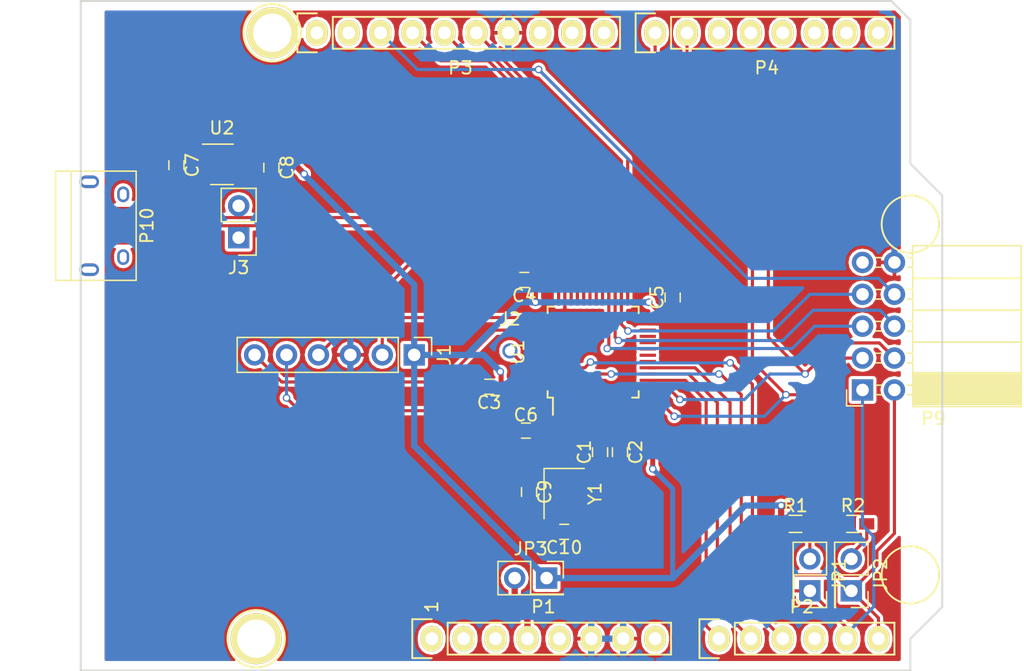
<source format=kicad_pcb>
(kicad_pcb (version 4) (host pcbnew 4.0.6)

  (general
    (links 78)
    (no_connects 1)
    (area 110.922999 72.949999 179.653001 126.440001)
    (thickness 1.6)
    (drawings 27)
    (tracks 246)
    (zones 0)
    (modules 31)
    (nets 29)
  )

  (page A4)
  (title_block
    (title "libopencm3-test hardware")
    (date 2017-10-31)
    (rev 1)
  )

  (layers
    (0 F.Cu signal)
    (31 B.Cu signal)
    (32 B.Adhes user)
    (33 F.Adhes user)
    (34 B.Paste user)
    (35 F.Paste user)
    (36 B.SilkS user)
    (37 F.SilkS user)
    (38 B.Mask user)
    (39 F.Mask user)
    (40 Dwgs.User user)
    (41 Cmts.User user)
    (42 Eco1.User user)
    (43 Eco2.User user)
    (44 Edge.Cuts user)
    (45 Margin user)
    (46 B.CrtYd user)
    (47 F.CrtYd user)
    (48 B.Fab user)
    (49 F.Fab user)
  )

  (setup
    (last_trace_width 0.25)
    (user_trace_width 0.152)
    (user_trace_width 0.25)
    (user_trace_width 0.4)
    (user_trace_width 0.5)
    (user_trace_width 0.75)
    (trace_clearance 0.2)
    (zone_clearance 0.25)
    (zone_45_only yes)
    (trace_min 0.152)
    (segment_width 0.15)
    (edge_width 0.15)
    (via_size 0.6)
    (via_drill 0.4)
    (via_min_size 0.4)
    (via_min_drill 0.3)
    (uvia_size 0.3)
    (uvia_drill 0.1)
    (uvias_allowed no)
    (uvia_min_size 0.2)
    (uvia_min_drill 0.1)
    (pcb_text_width 0.3)
    (pcb_text_size 1.5 1.5)
    (mod_edge_width 0.15)
    (mod_text_size 1 1)
    (mod_text_width 0.15)
    (pad_size 1.2 1.2)
    (pad_drill 0.8001)
    (pad_to_mask_clearance 0)
    (aux_axis_origin 110.998 126.365)
    (grid_origin 110.998 126.365)
    (visible_elements FFFEFF7F)
    (pcbplotparams
      (layerselection 0x00030_80000001)
      (usegerberextensions false)
      (excludeedgelayer true)
      (linewidth 0.100000)
      (plotframeref false)
      (viasonmask false)
      (mode 1)
      (useauxorigin false)
      (hpglpennumber 1)
      (hpglpenspeed 20)
      (hpglpendiameter 15)
      (hpglpenoverlay 2)
      (psnegative false)
      (psa4output false)
      (plotreference true)
      (plotvalue true)
      (plotinvisibletext false)
      (padsonsilk false)
      (subtractmaskfromsilk false)
      (outputformat 1)
      (mirror false)
      (drillshape 1)
      (scaleselection 1)
      (outputdirectory ""))
  )

  (net 0 "")
  (net 1 +5V)
  (net 2 GND)
  (net 3 +3V3)
  (net 4 /NRST)
  (net 5 /ADC_IN1)
  (net 6 /I2C_SDA)
  (net 7 /I2C_SCL)
  (net 8 /SPI_CS)
  (net 9 /SPI_MOSI)
  (net 10 /SPI_MISO)
  (net 11 /SPI_SCK)
  (net 12 /USB_DM)
  (net 13 /USB_DP)
  (net 14 "Net-(P10-Pad6)")
  (net 15 /SWCLK)
  (net 16 /SWDIO)
  (net 17 /SWO)
  (net 18 /DAC1_OUT)
  (net 19 /DAC2_OUT)
  (net 20 /UART_TX_OUT)
  (net 21 /UART_RX_OUT)
  (net 22 "Net-(JP1-Pad2)")
  (net 23 "Net-(JP2-Pad2)")
  (net 24 /VLCD)
  (net 25 "Net-(C9-Pad1)")
  (net 26 "Net-(C10-Pad1)")
  (net 27 "Net-(JP3-Pad2)")
  (net 28 "Net-(J2-Pad1)")

  (net_class Default "This is the default net class."
    (clearance 0.2)
    (trace_width 0.25)
    (via_dia 0.6)
    (via_drill 0.4)
    (uvia_dia 0.3)
    (uvia_drill 0.1)
    (add_net /ADC_IN1)
    (add_net /DAC1_OUT)
    (add_net /DAC2_OUT)
    (add_net /I2C_SCL)
    (add_net /I2C_SDA)
    (add_net /NRST)
    (add_net /SPI_CS)
    (add_net /SPI_MISO)
    (add_net /SPI_MOSI)
    (add_net /SPI_SCK)
    (add_net /SWCLK)
    (add_net /SWDIO)
    (add_net /SWO)
    (add_net /UART_RX_OUT)
    (add_net /UART_TX_OUT)
    (add_net /USB_DM)
    (add_net /USB_DP)
    (add_net /VLCD)
    (add_net GND)
    (add_net "Net-(C10-Pad1)")
    (add_net "Net-(C9-Pad1)")
    (add_net "Net-(J2-Pad1)")
    (add_net "Net-(JP1-Pad2)")
    (add_net "Net-(JP2-Pad2)")
    (add_net "Net-(JP3-Pad2)")
    (add_net "Net-(P10-Pad6)")
  )

  (net_class power ""
    (clearance 0.2)
    (trace_width 0.4)
    (via_dia 0.6)
    (via_drill 0.4)
    (uvia_dia 0.3)
    (uvia_drill 0.1)
    (add_net +3V3)
    (add_net +5V)
  )

  (module Socket_Arduino_Uno:Socket_Strip_Arduino_1x08 locked (layer F.Cu) (tedit 552168D2) (tstamp 551AF9EA)
    (at 138.938 123.825)
    (descr "Through hole socket strip")
    (tags "socket strip")
    (path /56D70129)
    (fp_text reference P1 (at 8.89 -2.54) (layer F.SilkS)
      (effects (font (size 1 1) (thickness 0.15)))
    )
    (fp_text value Power (at 8.89 -4.064) (layer F.Fab)
      (effects (font (size 1 1) (thickness 0.15)))
    )
    (fp_line (start -1.75 -1.75) (end -1.75 1.75) (layer F.CrtYd) (width 0.05))
    (fp_line (start 19.55 -1.75) (end 19.55 1.75) (layer F.CrtYd) (width 0.05))
    (fp_line (start -1.75 -1.75) (end 19.55 -1.75) (layer F.CrtYd) (width 0.05))
    (fp_line (start -1.75 1.75) (end 19.55 1.75) (layer F.CrtYd) (width 0.05))
    (fp_line (start 1.27 1.27) (end 19.05 1.27) (layer F.SilkS) (width 0.15))
    (fp_line (start 19.05 1.27) (end 19.05 -1.27) (layer F.SilkS) (width 0.15))
    (fp_line (start 19.05 -1.27) (end 1.27 -1.27) (layer F.SilkS) (width 0.15))
    (fp_line (start -1.55 1.55) (end 0 1.55) (layer F.SilkS) (width 0.15))
    (fp_line (start 1.27 1.27) (end 1.27 -1.27) (layer F.SilkS) (width 0.15))
    (fp_line (start 0 -1.55) (end -1.55 -1.55) (layer F.SilkS) (width 0.15))
    (fp_line (start -1.55 -1.55) (end -1.55 1.55) (layer F.SilkS) (width 0.15))
    (pad 1 thru_hole oval (at 0 0) (size 1.7272 2.032) (drill 1.016) (layers *.Cu *.Mask F.SilkS))
    (pad 2 thru_hole oval (at 2.54 0) (size 1.7272 2.032) (drill 1.016) (layers *.Cu *.Mask F.SilkS))
    (pad 3 thru_hole oval (at 5.08 0) (size 1.7272 2.032) (drill 1.016) (layers *.Cu *.Mask F.SilkS))
    (pad 4 thru_hole oval (at 7.62 0) (size 1.7272 2.032) (drill 1.016) (layers *.Cu *.Mask F.SilkS)
      (net 27 "Net-(JP3-Pad2)"))
    (pad 5 thru_hole oval (at 10.16 0) (size 1.7272 2.032) (drill 1.016) (layers *.Cu *.Mask F.SilkS))
    (pad 6 thru_hole oval (at 12.7 0) (size 1.7272 2.032) (drill 1.016) (layers *.Cu *.Mask F.SilkS)
      (net 2 GND))
    (pad 7 thru_hole oval (at 15.24 0) (size 1.7272 2.032) (drill 1.016) (layers *.Cu *.Mask F.SilkS)
      (net 2 GND))
    (pad 8 thru_hole oval (at 17.78 0) (size 1.7272 2.032) (drill 1.016) (layers *.Cu *.Mask F.SilkS))
    (model ${KIPRJMOD}/Socket_Arduino_Uno.3dshapes/Socket_header_Arduino_1x08.wrl
      (at (xyz 0.35 0 0))
      (scale (xyz 1 1 1))
      (rotate (xyz 0 0 180))
    )
  )

  (module Socket_Arduino_Uno:Socket_Strip_Arduino_1x06 locked (layer F.Cu) (tedit 552168D6) (tstamp 551AF9FF)
    (at 161.798 123.825)
    (descr "Through hole socket strip")
    (tags "socket strip")
    (path /56D70DD8)
    (fp_text reference P2 (at 6.604 -2.54) (layer F.SilkS)
      (effects (font (size 1 1) (thickness 0.15)))
    )
    (fp_text value Analog (at 6.604 -4.064) (layer F.Fab)
      (effects (font (size 1 1) (thickness 0.15)))
    )
    (fp_line (start -1.75 -1.75) (end -1.75 1.75) (layer F.CrtYd) (width 0.05))
    (fp_line (start 14.45 -1.75) (end 14.45 1.75) (layer F.CrtYd) (width 0.05))
    (fp_line (start -1.75 -1.75) (end 14.45 -1.75) (layer F.CrtYd) (width 0.05))
    (fp_line (start -1.75 1.75) (end 14.45 1.75) (layer F.CrtYd) (width 0.05))
    (fp_line (start 1.27 1.27) (end 13.97 1.27) (layer F.SilkS) (width 0.15))
    (fp_line (start 13.97 1.27) (end 13.97 -1.27) (layer F.SilkS) (width 0.15))
    (fp_line (start 13.97 -1.27) (end 1.27 -1.27) (layer F.SilkS) (width 0.15))
    (fp_line (start -1.55 1.55) (end 0 1.55) (layer F.SilkS) (width 0.15))
    (fp_line (start 1.27 1.27) (end 1.27 -1.27) (layer F.SilkS) (width 0.15))
    (fp_line (start 0 -1.55) (end -1.55 -1.55) (layer F.SilkS) (width 0.15))
    (fp_line (start -1.55 -1.55) (end -1.55 1.55) (layer F.SilkS) (width 0.15))
    (pad 1 thru_hole oval (at 0 0) (size 1.7272 2.032) (drill 1.016) (layers *.Cu *.Mask F.SilkS)
      (net 18 /DAC1_OUT))
    (pad 2 thru_hole oval (at 2.54 0) (size 1.7272 2.032) (drill 1.016) (layers *.Cu *.Mask F.SilkS)
      (net 19 /DAC2_OUT))
    (pad 3 thru_hole oval (at 5.08 0) (size 1.7272 2.032) (drill 1.016) (layers *.Cu *.Mask F.SilkS)
      (net 5 /ADC_IN1))
    (pad 4 thru_hole oval (at 7.62 0) (size 1.7272 2.032) (drill 1.016) (layers *.Cu *.Mask F.SilkS))
    (pad 5 thru_hole oval (at 10.16 0) (size 1.7272 2.032) (drill 1.016) (layers *.Cu *.Mask F.SilkS)
      (net 6 /I2C_SDA))
    (pad 6 thru_hole oval (at 12.7 0) (size 1.7272 2.032) (drill 1.016) (layers *.Cu *.Mask F.SilkS)
      (net 7 /I2C_SCL))
    (model ${KIPRJMOD}/Socket_Arduino_Uno.3dshapes/Socket_header_Arduino_1x06.wrl
      (at (xyz 0.25 0 0))
      (scale (xyz 1 1 1))
      (rotate (xyz 0 0 180))
    )
  )

  (module Socket_Arduino_Uno:Socket_Strip_Arduino_1x10 locked (layer F.Cu) (tedit 552168BF) (tstamp 551AFA18)
    (at 129.794 75.565)
    (descr "Through hole socket strip")
    (tags "socket strip")
    (path /56D721E0)
    (fp_text reference P3 (at 11.43 2.794) (layer F.SilkS)
      (effects (font (size 1 1) (thickness 0.15)))
    )
    (fp_text value Digital (at 11.43 4.318) (layer F.Fab)
      (effects (font (size 1 1) (thickness 0.15)))
    )
    (fp_line (start -1.75 -1.75) (end -1.75 1.75) (layer F.CrtYd) (width 0.05))
    (fp_line (start 24.65 -1.75) (end 24.65 1.75) (layer F.CrtYd) (width 0.05))
    (fp_line (start -1.75 -1.75) (end 24.65 -1.75) (layer F.CrtYd) (width 0.05))
    (fp_line (start -1.75 1.75) (end 24.65 1.75) (layer F.CrtYd) (width 0.05))
    (fp_line (start 1.27 1.27) (end 24.13 1.27) (layer F.SilkS) (width 0.15))
    (fp_line (start 24.13 1.27) (end 24.13 -1.27) (layer F.SilkS) (width 0.15))
    (fp_line (start 24.13 -1.27) (end 1.27 -1.27) (layer F.SilkS) (width 0.15))
    (fp_line (start -1.55 1.55) (end 0 1.55) (layer F.SilkS) (width 0.15))
    (fp_line (start 1.27 1.27) (end 1.27 -1.27) (layer F.SilkS) (width 0.15))
    (fp_line (start 0 -1.55) (end -1.55 -1.55) (layer F.SilkS) (width 0.15))
    (fp_line (start -1.55 -1.55) (end -1.55 1.55) (layer F.SilkS) (width 0.15))
    (pad 1 thru_hole oval (at 0 0) (size 1.7272 2.032) (drill 1.016) (layers *.Cu *.Mask F.SilkS))
    (pad 2 thru_hole oval (at 2.54 0) (size 1.7272 2.032) (drill 1.016) (layers *.Cu *.Mask F.SilkS))
    (pad 3 thru_hole oval (at 5.08 0) (size 1.7272 2.032) (drill 1.016) (layers *.Cu *.Mask F.SilkS)
      (net 8 /SPI_CS))
    (pad 4 thru_hole oval (at 7.62 0) (size 1.7272 2.032) (drill 1.016) (layers *.Cu *.Mask F.SilkS)
      (net 9 /SPI_MOSI))
    (pad 5 thru_hole oval (at 10.16 0) (size 1.7272 2.032) (drill 1.016) (layers *.Cu *.Mask F.SilkS)
      (net 10 /SPI_MISO))
    (pad 6 thru_hole oval (at 12.7 0) (size 1.7272 2.032) (drill 1.016) (layers *.Cu *.Mask F.SilkS)
      (net 11 /SPI_SCK))
    (pad 7 thru_hole oval (at 15.24 0) (size 1.7272 2.032) (drill 1.016) (layers *.Cu *.Mask F.SilkS)
      (net 2 GND))
    (pad 8 thru_hole oval (at 17.78 0) (size 1.7272 2.032) (drill 1.016) (layers *.Cu *.Mask F.SilkS))
    (pad 9 thru_hole oval (at 20.32 0) (size 1.7272 2.032) (drill 1.016) (layers *.Cu *.Mask F.SilkS))
    (pad 10 thru_hole oval (at 22.86 0) (size 1.7272 2.032) (drill 1.016) (layers *.Cu *.Mask F.SilkS))
    (model ${KIPRJMOD}/Socket_Arduino_Uno.3dshapes/Socket_header_Arduino_1x10.wrl
      (at (xyz 0.45 0 0))
      (scale (xyz 1 1 1))
      (rotate (xyz 0 0 180))
    )
  )

  (module Socket_Arduino_Uno:Socket_Strip_Arduino_1x08 locked (layer F.Cu) (tedit 552168C7) (tstamp 551AFA2F)
    (at 156.718 75.565)
    (descr "Through hole socket strip")
    (tags "socket strip")
    (path /56D7164F)
    (fp_text reference P4 (at 8.89 2.794) (layer F.SilkS)
      (effects (font (size 1 1) (thickness 0.15)))
    )
    (fp_text value Digital (at 8.89 4.318) (layer F.Fab)
      (effects (font (size 1 1) (thickness 0.15)))
    )
    (fp_line (start -1.75 -1.75) (end -1.75 1.75) (layer F.CrtYd) (width 0.05))
    (fp_line (start 19.55 -1.75) (end 19.55 1.75) (layer F.CrtYd) (width 0.05))
    (fp_line (start -1.75 -1.75) (end 19.55 -1.75) (layer F.CrtYd) (width 0.05))
    (fp_line (start -1.75 1.75) (end 19.55 1.75) (layer F.CrtYd) (width 0.05))
    (fp_line (start 1.27 1.27) (end 19.05 1.27) (layer F.SilkS) (width 0.15))
    (fp_line (start 19.05 1.27) (end 19.05 -1.27) (layer F.SilkS) (width 0.15))
    (fp_line (start 19.05 -1.27) (end 1.27 -1.27) (layer F.SilkS) (width 0.15))
    (fp_line (start -1.55 1.55) (end 0 1.55) (layer F.SilkS) (width 0.15))
    (fp_line (start 1.27 1.27) (end 1.27 -1.27) (layer F.SilkS) (width 0.15))
    (fp_line (start 0 -1.55) (end -1.55 -1.55) (layer F.SilkS) (width 0.15))
    (fp_line (start -1.55 -1.55) (end -1.55 1.55) (layer F.SilkS) (width 0.15))
    (pad 1 thru_hole oval (at 0 0) (size 1.7272 2.032) (drill 1.016) (layers *.Cu *.Mask F.SilkS)
      (net 20 /UART_TX_OUT))
    (pad 2 thru_hole oval (at 2.54 0) (size 1.7272 2.032) (drill 1.016) (layers *.Cu *.Mask F.SilkS)
      (net 21 /UART_RX_OUT))
    (pad 3 thru_hole oval (at 5.08 0) (size 1.7272 2.032) (drill 1.016) (layers *.Cu *.Mask F.SilkS))
    (pad 4 thru_hole oval (at 7.62 0) (size 1.7272 2.032) (drill 1.016) (layers *.Cu *.Mask F.SilkS))
    (pad 5 thru_hole oval (at 10.16 0) (size 1.7272 2.032) (drill 1.016) (layers *.Cu *.Mask F.SilkS))
    (pad 6 thru_hole oval (at 12.7 0) (size 1.7272 2.032) (drill 1.016) (layers *.Cu *.Mask F.SilkS))
    (pad 7 thru_hole oval (at 15.24 0) (size 1.7272 2.032) (drill 1.016) (layers *.Cu *.Mask F.SilkS))
    (pad 8 thru_hole oval (at 17.78 0) (size 1.7272 2.032) (drill 1.016) (layers *.Cu *.Mask F.SilkS))
    (model ${KIPRJMOD}/Socket_Arduino_Uno.3dshapes/Socket_header_Arduino_1x08.wrl
      (at (xyz 0.35 0 0))
      (scale (xyz 1 1 1))
      (rotate (xyz 0 0 180))
    )
  )

  (module Socket_Arduino_Uno:Arduino_1pin locked (layer F.Cu) (tedit 5524FC39) (tstamp 5524FC3F)
    (at 124.968 123.825)
    (descr "module 1 pin (ou trou mecanique de percage)")
    (tags DEV)
    (path /56D71177)
    (fp_text reference P5 (at 0 -3.048) (layer F.SilkS) hide
      (effects (font (size 1 1) (thickness 0.15)))
    )
    (fp_text value CONN_01X01 (at 0 2.794) (layer F.Fab) hide
      (effects (font (size 1 1) (thickness 0.15)))
    )
    (fp_circle (center 0 0) (end 0 -2.286) (layer F.SilkS) (width 0.15))
    (pad 1 thru_hole circle (at 0 0) (size 4.064 4.064) (drill 3.048) (layers *.Cu *.Mask F.SilkS))
  )

  (module Socket_Arduino_Uno:Arduino_1pin locked (layer F.Cu) (tedit 5A2EE3C3) (tstamp 5524FC44)
    (at 177.038 118.745)
    (descr "module 1 pin (ou trou mecanique de percage)")
    (tags DEV)
    (path /56D71274)
    (fp_text reference P6 (at 0 -3.048) (layer F.SilkS) hide
      (effects (font (size 1 1) (thickness 0.15)))
    )
    (fp_text value CONN_01X01 (at 0 2.794) (layer F.Fab) hide
      (effects (font (size 1 1) (thickness 0.15)))
    )
    (fp_circle (center 0 0) (end 0 -2.286) (layer F.SilkS) (width 0.15))
  )

  (module Socket_Arduino_Uno:Arduino_1pin locked (layer F.Cu) (tedit 5524FC2F) (tstamp 5524FC49)
    (at 126.238 75.565)
    (descr "module 1 pin (ou trou mecanique de percage)")
    (tags DEV)
    (path /56D712A8)
    (fp_text reference P7 (at 0 -3.048) (layer F.SilkS) hide
      (effects (font (size 1 1) (thickness 0.15)))
    )
    (fp_text value CONN_01X01 (at 0 2.794) (layer F.Fab) hide
      (effects (font (size 1 1) (thickness 0.15)))
    )
    (fp_circle (center 0 0) (end 0 -2.286) (layer F.SilkS) (width 0.15))
    (pad 1 thru_hole circle (at 0 0) (size 4.064 4.064) (drill 3.048) (layers *.Cu *.Mask F.SilkS))
  )

  (module Socket_Arduino_Uno:Arduino_1pin locked (layer F.Cu) (tedit 5A2EE3A1) (tstamp 5524FC4E)
    (at 177.038 90.805)
    (descr "module 1 pin (ou trou mecanique de percage)")
    (tags DEV)
    (path /56D712DB)
    (fp_text reference P8 (at 0 -3.048) (layer F.SilkS) hide
      (effects (font (size 1 1) (thickness 0.15)))
    )
    (fp_text value CONN_01X01 (at 0 2.794) (layer F.Fab) hide
      (effects (font (size 1 1) (thickness 0.15)))
    )
    (fp_circle (center 0 0) (end 0 -2.286) (layer F.SilkS) (width 0.15))
  )

  (module Capacitors_SMD:C_0603_HandSoldering (layer F.Cu) (tedit 58AA848B) (tstamp 59F7BF21)
    (at 152.3365 108.966 90)
    (descr "Capacitor SMD 0603, hand soldering")
    (tags "capacitor 0603")
    (path /58CF4B65)
    (attr smd)
    (fp_text reference C1 (at 0 -1.25 90) (layer F.SilkS)
      (effects (font (size 1 1) (thickness 0.15)))
    )
    (fp_text value 100n (at 0 1.5 90) (layer F.Fab)
      (effects (font (size 1 1) (thickness 0.15)))
    )
    (fp_text user %R (at 0 -1.25 90) (layer F.Fab)
      (effects (font (size 1 1) (thickness 0.15)))
    )
    (fp_line (start -0.8 0.4) (end -0.8 -0.4) (layer F.Fab) (width 0.1))
    (fp_line (start 0.8 0.4) (end -0.8 0.4) (layer F.Fab) (width 0.1))
    (fp_line (start 0.8 -0.4) (end 0.8 0.4) (layer F.Fab) (width 0.1))
    (fp_line (start -0.8 -0.4) (end 0.8 -0.4) (layer F.Fab) (width 0.1))
    (fp_line (start -0.35 -0.6) (end 0.35 -0.6) (layer F.SilkS) (width 0.12))
    (fp_line (start 0.35 0.6) (end -0.35 0.6) (layer F.SilkS) (width 0.12))
    (fp_line (start -1.8 -0.65) (end 1.8 -0.65) (layer F.CrtYd) (width 0.05))
    (fp_line (start -1.8 -0.65) (end -1.8 0.65) (layer F.CrtYd) (width 0.05))
    (fp_line (start 1.8 0.65) (end 1.8 -0.65) (layer F.CrtYd) (width 0.05))
    (fp_line (start 1.8 0.65) (end -1.8 0.65) (layer F.CrtYd) (width 0.05))
    (pad 1 smd rect (at -0.95 0 90) (size 1.2 0.75) (layers F.Cu F.Paste F.Mask)
      (net 2 GND))
    (pad 2 smd rect (at 0.95 0 90) (size 1.2 0.75) (layers F.Cu F.Paste F.Mask)
      (net 4 /NRST))
    (model Capacitors_SMD.3dshapes/C_0603.wrl
      (at (xyz 0 0 0))
      (scale (xyz 1 1 1))
      (rotate (xyz 0 0 0))
    )
  )

  (module Capacitors_SMD:C_0603_HandSoldering (layer F.Cu) (tedit 58AA848B) (tstamp 59F7BF27)
    (at 153.924 108.966 270)
    (descr "Capacitor SMD 0603, hand soldering")
    (tags "capacitor 0603")
    (path /58CF43FF)
    (attr smd)
    (fp_text reference C2 (at 0 -1.25 270) (layer F.SilkS)
      (effects (font (size 1 1) (thickness 0.15)))
    )
    (fp_text value 100n (at 0 1.5 270) (layer F.Fab)
      (effects (font (size 1 1) (thickness 0.15)))
    )
    (fp_text user %R (at 0 -1.25 270) (layer F.Fab)
      (effects (font (size 1 1) (thickness 0.15)))
    )
    (fp_line (start -0.8 0.4) (end -0.8 -0.4) (layer F.Fab) (width 0.1))
    (fp_line (start 0.8 0.4) (end -0.8 0.4) (layer F.Fab) (width 0.1))
    (fp_line (start 0.8 -0.4) (end 0.8 0.4) (layer F.Fab) (width 0.1))
    (fp_line (start -0.8 -0.4) (end 0.8 -0.4) (layer F.Fab) (width 0.1))
    (fp_line (start -0.35 -0.6) (end 0.35 -0.6) (layer F.SilkS) (width 0.12))
    (fp_line (start 0.35 0.6) (end -0.35 0.6) (layer F.SilkS) (width 0.12))
    (fp_line (start -1.8 -0.65) (end 1.8 -0.65) (layer F.CrtYd) (width 0.05))
    (fp_line (start -1.8 -0.65) (end -1.8 0.65) (layer F.CrtYd) (width 0.05))
    (fp_line (start 1.8 0.65) (end 1.8 -0.65) (layer F.CrtYd) (width 0.05))
    (fp_line (start 1.8 0.65) (end -1.8 0.65) (layer F.CrtYd) (width 0.05))
    (pad 1 smd rect (at -0.95 0 270) (size 1.2 0.75) (layers F.Cu F.Paste F.Mask)
      (net 3 +3V3))
    (pad 2 smd rect (at 0.95 0 270) (size 1.2 0.75) (layers F.Cu F.Paste F.Mask)
      (net 2 GND))
    (model Capacitors_SMD.3dshapes/C_0603.wrl
      (at (xyz 0 0 0))
      (scale (xyz 1 1 1))
      (rotate (xyz 0 0 0))
    )
  )

  (module Capacitors_SMD:C_0603_HandSoldering (layer F.Cu) (tedit 58AA848B) (tstamp 59F7BF2D)
    (at 143.51 103.759 180)
    (descr "Capacitor SMD 0603, hand soldering")
    (tags "capacitor 0603")
    (path /58CF69A9)
    (attr smd)
    (fp_text reference C3 (at 0 -1.25 180) (layer F.SilkS)
      (effects (font (size 1 1) (thickness 0.15)))
    )
    (fp_text value 100n (at 0 1.5 180) (layer F.Fab)
      (effects (font (size 1 1) (thickness 0.15)))
    )
    (fp_text user %R (at 0 -1.25 180) (layer F.Fab)
      (effects (font (size 1 1) (thickness 0.15)))
    )
    (fp_line (start -0.8 0.4) (end -0.8 -0.4) (layer F.Fab) (width 0.1))
    (fp_line (start 0.8 0.4) (end -0.8 0.4) (layer F.Fab) (width 0.1))
    (fp_line (start 0.8 -0.4) (end 0.8 0.4) (layer F.Fab) (width 0.1))
    (fp_line (start -0.8 -0.4) (end 0.8 -0.4) (layer F.Fab) (width 0.1))
    (fp_line (start -0.35 -0.6) (end 0.35 -0.6) (layer F.SilkS) (width 0.12))
    (fp_line (start 0.35 0.6) (end -0.35 0.6) (layer F.SilkS) (width 0.12))
    (fp_line (start -1.8 -0.65) (end 1.8 -0.65) (layer F.CrtYd) (width 0.05))
    (fp_line (start -1.8 -0.65) (end -1.8 0.65) (layer F.CrtYd) (width 0.05))
    (fp_line (start 1.8 0.65) (end 1.8 -0.65) (layer F.CrtYd) (width 0.05))
    (fp_line (start 1.8 0.65) (end -1.8 0.65) (layer F.CrtYd) (width 0.05))
    (pad 1 smd rect (at -0.95 0 180) (size 1.2 0.75) (layers F.Cu F.Paste F.Mask)
      (net 3 +3V3))
    (pad 2 smd rect (at 0.95 0 180) (size 1.2 0.75) (layers F.Cu F.Paste F.Mask)
      (net 2 GND))
    (model Capacitors_SMD.3dshapes/C_0603.wrl
      (at (xyz 0 0 0))
      (scale (xyz 1 1 1))
      (rotate (xyz 0 0 0))
    )
  )

  (module Capacitors_SMD:C_0603_HandSoldering (layer F.Cu) (tedit 58AA848B) (tstamp 59F7BF33)
    (at 146.304 95.25 180)
    (descr "Capacitor SMD 0603, hand soldering")
    (tags "capacitor 0603")
    (path /58CF69F1)
    (attr smd)
    (fp_text reference C4 (at 0 -1.25 180) (layer F.SilkS)
      (effects (font (size 1 1) (thickness 0.15)))
    )
    (fp_text value 100n (at 0 1.5 180) (layer F.Fab)
      (effects (font (size 1 1) (thickness 0.15)))
    )
    (fp_text user %R (at 0 -1.25 180) (layer F.Fab)
      (effects (font (size 1 1) (thickness 0.15)))
    )
    (fp_line (start -0.8 0.4) (end -0.8 -0.4) (layer F.Fab) (width 0.1))
    (fp_line (start 0.8 0.4) (end -0.8 0.4) (layer F.Fab) (width 0.1))
    (fp_line (start 0.8 -0.4) (end 0.8 0.4) (layer F.Fab) (width 0.1))
    (fp_line (start -0.8 -0.4) (end 0.8 -0.4) (layer F.Fab) (width 0.1))
    (fp_line (start -0.35 -0.6) (end 0.35 -0.6) (layer F.SilkS) (width 0.12))
    (fp_line (start 0.35 0.6) (end -0.35 0.6) (layer F.SilkS) (width 0.12))
    (fp_line (start -1.8 -0.65) (end 1.8 -0.65) (layer F.CrtYd) (width 0.05))
    (fp_line (start -1.8 -0.65) (end -1.8 0.65) (layer F.CrtYd) (width 0.05))
    (fp_line (start 1.8 0.65) (end 1.8 -0.65) (layer F.CrtYd) (width 0.05))
    (fp_line (start 1.8 0.65) (end -1.8 0.65) (layer F.CrtYd) (width 0.05))
    (pad 1 smd rect (at -0.95 0 180) (size 1.2 0.75) (layers F.Cu F.Paste F.Mask)
      (net 3 +3V3))
    (pad 2 smd rect (at 0.95 0 180) (size 1.2 0.75) (layers F.Cu F.Paste F.Mask)
      (net 2 GND))
    (model Capacitors_SMD.3dshapes/C_0603.wrl
      (at (xyz 0 0 0))
      (scale (xyz 1 1 1))
      (rotate (xyz 0 0 0))
    )
  )

  (module Capacitors_SMD:C_0603_HandSoldering (layer F.Cu) (tedit 58AA848B) (tstamp 59F7BF39)
    (at 158.115 96.647 90)
    (descr "Capacitor SMD 0603, hand soldering")
    (tags "capacitor 0603")
    (path /58CF6A3A)
    (attr smd)
    (fp_text reference C5 (at 0 -1.25 90) (layer F.SilkS)
      (effects (font (size 1 1) (thickness 0.15)))
    )
    (fp_text value 100n (at 0 1.5 90) (layer F.Fab)
      (effects (font (size 1 1) (thickness 0.15)))
    )
    (fp_text user %R (at 0 -1.25 90) (layer F.Fab)
      (effects (font (size 1 1) (thickness 0.15)))
    )
    (fp_line (start -0.8 0.4) (end -0.8 -0.4) (layer F.Fab) (width 0.1))
    (fp_line (start 0.8 0.4) (end -0.8 0.4) (layer F.Fab) (width 0.1))
    (fp_line (start 0.8 -0.4) (end 0.8 0.4) (layer F.Fab) (width 0.1))
    (fp_line (start -0.8 -0.4) (end 0.8 -0.4) (layer F.Fab) (width 0.1))
    (fp_line (start -0.35 -0.6) (end 0.35 -0.6) (layer F.SilkS) (width 0.12))
    (fp_line (start 0.35 0.6) (end -0.35 0.6) (layer F.SilkS) (width 0.12))
    (fp_line (start -1.8 -0.65) (end 1.8 -0.65) (layer F.CrtYd) (width 0.05))
    (fp_line (start -1.8 -0.65) (end -1.8 0.65) (layer F.CrtYd) (width 0.05))
    (fp_line (start 1.8 0.65) (end 1.8 -0.65) (layer F.CrtYd) (width 0.05))
    (fp_line (start 1.8 0.65) (end -1.8 0.65) (layer F.CrtYd) (width 0.05))
    (pad 1 smd rect (at -0.95 0 90) (size 1.2 0.75) (layers F.Cu F.Paste F.Mask)
      (net 3 +3V3))
    (pad 2 smd rect (at 0.95 0 90) (size 1.2 0.75) (layers F.Cu F.Paste F.Mask)
      (net 2 GND))
    (model Capacitors_SMD.3dshapes/C_0603.wrl
      (at (xyz 0 0 0))
      (scale (xyz 1 1 1))
      (rotate (xyz 0 0 0))
    )
  )

  (module Connectors:USB_Micro-B (layer F.Cu) (tedit 5543E447) (tstamp 59F7BF54)
    (at 113.03 90.932 270)
    (descr "Micro USB Type B Receptacle")
    (tags "USB USB_B USB_micro USB_OTG")
    (path /58CF10AD)
    (attr smd)
    (fp_text reference P10 (at 0 -3.24 270) (layer F.SilkS)
      (effects (font (size 1 1) (thickness 0.15)))
    )
    (fp_text value CONTROL (at 0 5.01 270) (layer F.Fab)
      (effects (font (size 1 1) (thickness 0.15)))
    )
    (fp_line (start -4.6 -2.59) (end 4.6 -2.59) (layer F.CrtYd) (width 0.05))
    (fp_line (start 4.6 -2.59) (end 4.6 4.26) (layer F.CrtYd) (width 0.05))
    (fp_line (start 4.6 4.26) (end -4.6 4.26) (layer F.CrtYd) (width 0.05))
    (fp_line (start -4.6 4.26) (end -4.6 -2.59) (layer F.CrtYd) (width 0.05))
    (fp_line (start -4.35 4.03) (end 4.35 4.03) (layer F.SilkS) (width 0.12))
    (fp_line (start -4.35 -2.38) (end 4.35 -2.38) (layer F.SilkS) (width 0.12))
    (fp_line (start 4.35 -2.38) (end 4.35 4.03) (layer F.SilkS) (width 0.12))
    (fp_line (start 4.35 2.8) (end -4.35 2.8) (layer F.SilkS) (width 0.12))
    (fp_line (start -4.35 4.03) (end -4.35 -2.38) (layer F.SilkS) (width 0.12))
    (pad 1 smd rect (at -1.3 -1.35) (size 1.35 0.4) (layers F.Cu F.Paste F.Mask)
      (net 1 +5V))
    (pad 2 smd rect (at -0.65 -1.35) (size 1.35 0.4) (layers F.Cu F.Paste F.Mask)
      (net 12 /USB_DM))
    (pad 3 smd rect (at 0 -1.35) (size 1.35 0.4) (layers F.Cu F.Paste F.Mask)
      (net 13 /USB_DP))
    (pad 4 smd rect (at 0.65 -1.35) (size 1.35 0.4) (layers F.Cu F.Paste F.Mask))
    (pad 5 smd rect (at 1.3 -1.35) (size 1.35 0.4) (layers F.Cu F.Paste F.Mask)
      (net 2 GND))
    (pad 6 thru_hole oval (at -2.5 -1.35) (size 0.95 1.25) (drill oval 0.55 0.85) (layers *.Cu *.Mask)
      (net 14 "Net-(P10-Pad6)"))
    (pad 6 thru_hole oval (at 2.5 -1.35) (size 0.95 1.25) (drill oval 0.55 0.85) (layers *.Cu *.Mask)
      (net 14 "Net-(P10-Pad6)"))
    (pad 6 thru_hole oval (at -3.5 1.35) (size 1.55 1) (drill oval 1.15 0.5) (layers *.Cu *.Mask)
      (net 14 "Net-(P10-Pad6)"))
    (pad 6 thru_hole oval (at 3.5 1.35) (size 1.55 1) (drill oval 1.15 0.5) (layers *.Cu *.Mask)
      (net 14 "Net-(P10-Pad6)"))
  )

  (module Pin_Headers:Pin_Header_Straight_1x06_Pitch2.54mm (layer F.Cu) (tedit 5862ED52) (tstamp 59F7C0DF)
    (at 137.541 101.219 270)
    (descr "Through hole straight pin header, 1x06, 2.54mm pitch, single row")
    (tags "Through hole pin header THT 1x06 2.54mm single row")
    (path /59F7E088)
    (fp_text reference J1 (at 0 -2.39 270) (layer F.SilkS)
      (effects (font (size 1 1) (thickness 0.15)))
    )
    (fp_text value CONN_01X06 (at 0 15.09 270) (layer F.Fab)
      (effects (font (size 1 1) (thickness 0.15)))
    )
    (fp_line (start -1.27 -1.27) (end -1.27 13.97) (layer F.Fab) (width 0.1))
    (fp_line (start -1.27 13.97) (end 1.27 13.97) (layer F.Fab) (width 0.1))
    (fp_line (start 1.27 13.97) (end 1.27 -1.27) (layer F.Fab) (width 0.1))
    (fp_line (start 1.27 -1.27) (end -1.27 -1.27) (layer F.Fab) (width 0.1))
    (fp_line (start -1.39 1.27) (end -1.39 14.09) (layer F.SilkS) (width 0.12))
    (fp_line (start -1.39 14.09) (end 1.39 14.09) (layer F.SilkS) (width 0.12))
    (fp_line (start 1.39 14.09) (end 1.39 1.27) (layer F.SilkS) (width 0.12))
    (fp_line (start 1.39 1.27) (end -1.39 1.27) (layer F.SilkS) (width 0.12))
    (fp_line (start -1.39 0) (end -1.39 -1.39) (layer F.SilkS) (width 0.12))
    (fp_line (start -1.39 -1.39) (end 0 -1.39) (layer F.SilkS) (width 0.12))
    (fp_line (start -1.6 -1.6) (end -1.6 14.3) (layer F.CrtYd) (width 0.05))
    (fp_line (start -1.6 14.3) (end 1.6 14.3) (layer F.CrtYd) (width 0.05))
    (fp_line (start 1.6 14.3) (end 1.6 -1.6) (layer F.CrtYd) (width 0.05))
    (fp_line (start 1.6 -1.6) (end -1.6 -1.6) (layer F.CrtYd) (width 0.05))
    (pad 1 thru_hole rect (at 0 0 270) (size 1.7 1.7) (drill 1) (layers *.Cu *.Mask)
      (net 3 +3V3))
    (pad 2 thru_hole oval (at 0 2.54 270) (size 1.7 1.7) (drill 1) (layers *.Cu *.Mask)
      (net 15 /SWCLK))
    (pad 3 thru_hole oval (at 0 5.08 270) (size 1.7 1.7) (drill 1) (layers *.Cu *.Mask)
      (net 2 GND))
    (pad 4 thru_hole oval (at 0 7.62 270) (size 1.7 1.7) (drill 1) (layers *.Cu *.Mask)
      (net 16 /SWDIO))
    (pad 5 thru_hole oval (at 0 10.16 270) (size 1.7 1.7) (drill 1) (layers *.Cu *.Mask)
      (net 4 /NRST))
    (pad 6 thru_hole oval (at 0 12.7 270) (size 1.7 1.7) (drill 1) (layers *.Cu *.Mask)
      (net 17 /SWO))
    (model Pin_Headers.3dshapes/Pin_Header_Straight_1x06_Pitch2.54mm.wrl
      (at (xyz 0 -0.25 0))
      (scale (xyz 1 1 1))
      (rotate (xyz 0 0 90))
    )
  )

  (module Housings_QFP:TQFP-48_7x7mm_Pitch0.5mm (layer F.Cu) (tedit 54130A77) (tstamp 59F7C113)
    (at 151.785 100.997 90)
    (descr "48 LEAD TQFP 7x7mm (see MICREL TQFP7x7-48LD-PL-1.pdf)")
    (tags "QFP 0.5")
    (path /58CEFE92)
    (attr smd)
    (fp_text reference U1 (at 0 -6 90) (layer F.SilkS)
      (effects (font (size 1 1) (thickness 0.15)))
    )
    (fp_text value STM32L151C6TxA (at 0 6 90) (layer F.Fab)
      (effects (font (size 1 1) (thickness 0.15)))
    )
    (fp_text user %R (at 0 0 90) (layer F.Fab)
      (effects (font (size 1 1) (thickness 0.15)))
    )
    (fp_line (start -2.5 -3.5) (end 3.5 -3.5) (layer F.Fab) (width 0.15))
    (fp_line (start 3.5 -3.5) (end 3.5 3.5) (layer F.Fab) (width 0.15))
    (fp_line (start 3.5 3.5) (end -3.5 3.5) (layer F.Fab) (width 0.15))
    (fp_line (start -3.5 3.5) (end -3.5 -2.5) (layer F.Fab) (width 0.15))
    (fp_line (start -3.5 -2.5) (end -2.5 -3.5) (layer F.Fab) (width 0.15))
    (fp_line (start -5.25 -5.25) (end -5.25 5.25) (layer F.CrtYd) (width 0.05))
    (fp_line (start 5.25 -5.25) (end 5.25 5.25) (layer F.CrtYd) (width 0.05))
    (fp_line (start -5.25 -5.25) (end 5.25 -5.25) (layer F.CrtYd) (width 0.05))
    (fp_line (start -5.25 5.25) (end 5.25 5.25) (layer F.CrtYd) (width 0.05))
    (fp_line (start -3.625 -3.625) (end -3.625 -3.2) (layer F.SilkS) (width 0.15))
    (fp_line (start 3.625 -3.625) (end 3.625 -3.1) (layer F.SilkS) (width 0.15))
    (fp_line (start 3.625 3.625) (end 3.625 3.1) (layer F.SilkS) (width 0.15))
    (fp_line (start -3.625 3.625) (end -3.625 3.1) (layer F.SilkS) (width 0.15))
    (fp_line (start -3.625 -3.625) (end -3.1 -3.625) (layer F.SilkS) (width 0.15))
    (fp_line (start -3.625 3.625) (end -3.1 3.625) (layer F.SilkS) (width 0.15))
    (fp_line (start 3.625 3.625) (end 3.1 3.625) (layer F.SilkS) (width 0.15))
    (fp_line (start 3.625 -3.625) (end 3.1 -3.625) (layer F.SilkS) (width 0.15))
    (fp_line (start -3.625 -3.2) (end -5 -3.2) (layer F.SilkS) (width 0.15))
    (pad 1 smd rect (at -4.35 -2.75 90) (size 1.3 0.25) (layers F.Cu F.Paste F.Mask)
      (net 24 /VLCD))
    (pad 2 smd rect (at -4.35 -2.25 90) (size 1.3 0.25) (layers F.Cu F.Paste F.Mask))
    (pad 3 smd rect (at -4.35 -1.75 90) (size 1.3 0.25) (layers F.Cu F.Paste F.Mask))
    (pad 4 smd rect (at -4.35 -1.25 90) (size 1.3 0.25) (layers F.Cu F.Paste F.Mask))
    (pad 5 smd rect (at -4.35 -0.75 90) (size 1.3 0.25) (layers F.Cu F.Paste F.Mask)
      (net 25 "Net-(C9-Pad1)"))
    (pad 6 smd rect (at -4.35 -0.25 90) (size 1.3 0.25) (layers F.Cu F.Paste F.Mask)
      (net 26 "Net-(C10-Pad1)"))
    (pad 7 smd rect (at -4.35 0.25 90) (size 1.3 0.25) (layers F.Cu F.Paste F.Mask)
      (net 4 /NRST))
    (pad 8 smd rect (at -4.35 0.75 90) (size 1.3 0.25) (layers F.Cu F.Paste F.Mask)
      (net 2 GND))
    (pad 9 smd rect (at -4.35 1.25 90) (size 1.3 0.25) (layers F.Cu F.Paste F.Mask)
      (net 3 +3V3))
    (pad 10 smd rect (at -4.35 1.75 90) (size 1.3 0.25) (layers F.Cu F.Paste F.Mask))
    (pad 11 smd rect (at -4.35 2.25 90) (size 1.3 0.25) (layers F.Cu F.Paste F.Mask))
    (pad 12 smd rect (at -4.35 2.75 90) (size 1.3 0.25) (layers F.Cu F.Paste F.Mask)
      (net 20 /UART_TX_OUT))
    (pad 13 smd rect (at -2.75 4.35 180) (size 1.3 0.25) (layers F.Cu F.Paste F.Mask)
      (net 21 /UART_RX_OUT))
    (pad 14 smd rect (at -2.25 4.35 180) (size 1.3 0.25) (layers F.Cu F.Paste F.Mask)
      (net 18 /DAC1_OUT))
    (pad 15 smd rect (at -1.75 4.35 180) (size 1.3 0.25) (layers F.Cu F.Paste F.Mask)
      (net 19 /DAC2_OUT))
    (pad 16 smd rect (at -1.25 4.35 180) (size 1.3 0.25) (layers F.Cu F.Paste F.Mask)
      (net 5 /ADC_IN1))
    (pad 17 smd rect (at -0.75 4.35 180) (size 1.3 0.25) (layers F.Cu F.Paste F.Mask))
    (pad 18 smd rect (at -0.25 4.35 180) (size 1.3 0.25) (layers F.Cu F.Paste F.Mask))
    (pad 19 smd rect (at 0.25 4.35 180) (size 1.3 0.25) (layers F.Cu F.Paste F.Mask))
    (pad 20 smd rect (at 0.75 4.35 180) (size 1.3 0.25) (layers F.Cu F.Paste F.Mask))
    (pad 21 smd rect (at 1.25 4.35 180) (size 1.3 0.25) (layers F.Cu F.Paste F.Mask))
    (pad 22 smd rect (at 1.75 4.35 180) (size 1.3 0.25) (layers F.Cu F.Paste F.Mask))
    (pad 23 smd rect (at 2.25 4.35 180) (size 1.3 0.25) (layers F.Cu F.Paste F.Mask)
      (net 2 GND))
    (pad 24 smd rect (at 2.75 4.35 180) (size 1.3 0.25) (layers F.Cu F.Paste F.Mask)
      (net 3 +3V3))
    (pad 25 smd rect (at 4.35 2.75 90) (size 1.3 0.25) (layers F.Cu F.Paste F.Mask)
      (net 8 /SPI_CS))
    (pad 26 smd rect (at 4.35 2.25 90) (size 1.3 0.25) (layers F.Cu F.Paste F.Mask)
      (net 11 /SPI_SCK))
    (pad 27 smd rect (at 4.35 1.75 90) (size 1.3 0.25) (layers F.Cu F.Paste F.Mask)
      (net 10 /SPI_MISO))
    (pad 28 smd rect (at 4.35 1.25 90) (size 1.3 0.25) (layers F.Cu F.Paste F.Mask)
      (net 9 /SPI_MOSI))
    (pad 29 smd rect (at 4.35 0.75 90) (size 1.3 0.25) (layers F.Cu F.Paste F.Mask))
    (pad 30 smd rect (at 4.35 0.25 90) (size 1.3 0.25) (layers F.Cu F.Paste F.Mask))
    (pad 31 smd rect (at 4.35 -0.25 90) (size 1.3 0.25) (layers F.Cu F.Paste F.Mask))
    (pad 32 smd rect (at 4.35 -0.75 90) (size 1.3 0.25) (layers F.Cu F.Paste F.Mask)
      (net 12 /USB_DM))
    (pad 33 smd rect (at 4.35 -1.25 90) (size 1.3 0.25) (layers F.Cu F.Paste F.Mask)
      (net 13 /USB_DP))
    (pad 34 smd rect (at 4.35 -1.75 90) (size 1.3 0.25) (layers F.Cu F.Paste F.Mask)
      (net 16 /SWDIO))
    (pad 35 smd rect (at 4.35 -2.25 90) (size 1.3 0.25) (layers F.Cu F.Paste F.Mask)
      (net 2 GND))
    (pad 36 smd rect (at 4.35 -2.75 90) (size 1.3 0.25) (layers F.Cu F.Paste F.Mask)
      (net 3 +3V3))
    (pad 37 smd rect (at 2.75 -4.35 180) (size 1.3 0.25) (layers F.Cu F.Paste F.Mask)
      (net 15 /SWCLK))
    (pad 38 smd rect (at 2.25 -4.35 180) (size 1.3 0.25) (layers F.Cu F.Paste F.Mask))
    (pad 39 smd rect (at 1.75 -4.35 180) (size 1.3 0.25) (layers F.Cu F.Paste F.Mask)
      (net 17 /SWO))
    (pad 40 smd rect (at 1.25 -4.35 180) (size 1.3 0.25) (layers F.Cu F.Paste F.Mask))
    (pad 41 smd rect (at 0.75 -4.35 180) (size 1.3 0.25) (layers F.Cu F.Paste F.Mask))
    (pad 42 smd rect (at 0.25 -4.35 180) (size 1.3 0.25) (layers F.Cu F.Paste F.Mask))
    (pad 43 smd rect (at -0.25 -4.35 180) (size 1.3 0.25) (layers F.Cu F.Paste F.Mask))
    (pad 44 smd rect (at -0.75 -4.35 180) (size 1.3 0.25) (layers F.Cu F.Paste F.Mask)
      (net 28 "Net-(J2-Pad1)"))
    (pad 45 smd rect (at -1.25 -4.35 180) (size 1.3 0.25) (layers F.Cu F.Paste F.Mask)
      (net 7 /I2C_SCL))
    (pad 46 smd rect (at -1.75 -4.35 180) (size 1.3 0.25) (layers F.Cu F.Paste F.Mask)
      (net 6 /I2C_SDA))
    (pad 47 smd rect (at -2.25 -4.35 180) (size 1.3 0.25) (layers F.Cu F.Paste F.Mask)
      (net 2 GND))
    (pad 48 smd rect (at -2.75 -4.35 180) (size 1.3 0.25) (layers F.Cu F.Paste F.Mask)
      (net 3 +3V3))
    (model Housings_QFP.3dshapes/TQFP-48_7x7mm_Pitch0.5mm.wrl
      (at (xyz 0 0 0))
      (scale (xyz 1 1 1))
      (rotate (xyz 0 0 0))
    )
  )

  (module Socket_Strips:Socket_Strip_Angled_2x05_Pitch2.54mm (layer F.Cu) (tedit 588DE958) (tstamp 5A0F5F85)
    (at 173.228 104.013 180)
    (descr "Through hole angled socket strip, 2x05, 2.54mm pitch, 8.51mm socket length, double rows")
    (tags "Through hole angled socket strip THT 2x05 2.54mm double row")
    (path /58CF048F)
    (fp_text reference P9 (at -5.65 -2.27 180) (layer F.SilkS)
      (effects (font (size 1 1) (thickness 0.15)))
    )
    (fp_text value FX2LA (at -5.65 12.43 180) (layer F.Fab)
      (effects (font (size 1 1) (thickness 0.15)))
    )
    (fp_line (start -4.06 -1.27) (end -4.06 1.27) (layer F.Fab) (width 0.1))
    (fp_line (start -4.06 1.27) (end -12.57 1.27) (layer F.Fab) (width 0.1))
    (fp_line (start -12.57 1.27) (end -12.57 -1.27) (layer F.Fab) (width 0.1))
    (fp_line (start -12.57 -1.27) (end -4.06 -1.27) (layer F.Fab) (width 0.1))
    (fp_line (start 0 -0.32) (end 0 0.32) (layer F.Fab) (width 0.1))
    (fp_line (start 0 0.32) (end -4.06 0.32) (layer F.Fab) (width 0.1))
    (fp_line (start -4.06 0.32) (end -4.06 -0.32) (layer F.Fab) (width 0.1))
    (fp_line (start -4.06 -0.32) (end 0 -0.32) (layer F.Fab) (width 0.1))
    (fp_line (start -4.06 1.27) (end -4.06 3.81) (layer F.Fab) (width 0.1))
    (fp_line (start -4.06 3.81) (end -12.57 3.81) (layer F.Fab) (width 0.1))
    (fp_line (start -12.57 3.81) (end -12.57 1.27) (layer F.Fab) (width 0.1))
    (fp_line (start -12.57 1.27) (end -4.06 1.27) (layer F.Fab) (width 0.1))
    (fp_line (start 0 2.22) (end 0 2.86) (layer F.Fab) (width 0.1))
    (fp_line (start 0 2.86) (end -4.06 2.86) (layer F.Fab) (width 0.1))
    (fp_line (start -4.06 2.86) (end -4.06 2.22) (layer F.Fab) (width 0.1))
    (fp_line (start -4.06 2.22) (end 0 2.22) (layer F.Fab) (width 0.1))
    (fp_line (start -4.06 3.81) (end -4.06 6.35) (layer F.Fab) (width 0.1))
    (fp_line (start -4.06 6.35) (end -12.57 6.35) (layer F.Fab) (width 0.1))
    (fp_line (start -12.57 6.35) (end -12.57 3.81) (layer F.Fab) (width 0.1))
    (fp_line (start -12.57 3.81) (end -4.06 3.81) (layer F.Fab) (width 0.1))
    (fp_line (start 0 4.76) (end 0 5.4) (layer F.Fab) (width 0.1))
    (fp_line (start 0 5.4) (end -4.06 5.4) (layer F.Fab) (width 0.1))
    (fp_line (start -4.06 5.4) (end -4.06 4.76) (layer F.Fab) (width 0.1))
    (fp_line (start -4.06 4.76) (end 0 4.76) (layer F.Fab) (width 0.1))
    (fp_line (start -4.06 6.35) (end -4.06 8.89) (layer F.Fab) (width 0.1))
    (fp_line (start -4.06 8.89) (end -12.57 8.89) (layer F.Fab) (width 0.1))
    (fp_line (start -12.57 8.89) (end -12.57 6.35) (layer F.Fab) (width 0.1))
    (fp_line (start -12.57 6.35) (end -4.06 6.35) (layer F.Fab) (width 0.1))
    (fp_line (start 0 7.3) (end 0 7.94) (layer F.Fab) (width 0.1))
    (fp_line (start 0 7.94) (end -4.06 7.94) (layer F.Fab) (width 0.1))
    (fp_line (start -4.06 7.94) (end -4.06 7.3) (layer F.Fab) (width 0.1))
    (fp_line (start -4.06 7.3) (end 0 7.3) (layer F.Fab) (width 0.1))
    (fp_line (start -4.06 8.89) (end -4.06 11.43) (layer F.Fab) (width 0.1))
    (fp_line (start -4.06 11.43) (end -12.57 11.43) (layer F.Fab) (width 0.1))
    (fp_line (start -12.57 11.43) (end -12.57 8.89) (layer F.Fab) (width 0.1))
    (fp_line (start -12.57 8.89) (end -4.06 8.89) (layer F.Fab) (width 0.1))
    (fp_line (start 0 9.84) (end 0 10.48) (layer F.Fab) (width 0.1))
    (fp_line (start 0 10.48) (end -4.06 10.48) (layer F.Fab) (width 0.1))
    (fp_line (start -4.06 10.48) (end -4.06 9.84) (layer F.Fab) (width 0.1))
    (fp_line (start -4.06 9.84) (end 0 9.84) (layer F.Fab) (width 0.1))
    (fp_line (start -4 -1.33) (end -4 1.27) (layer F.SilkS) (width 0.12))
    (fp_line (start -4 1.27) (end -12.63 1.27) (layer F.SilkS) (width 0.12))
    (fp_line (start -12.63 1.27) (end -12.63 -1.33) (layer F.SilkS) (width 0.12))
    (fp_line (start -12.63 -1.33) (end -4 -1.33) (layer F.SilkS) (width 0.12))
    (fp_line (start -3.57 -0.38) (end -4 -0.38) (layer F.SilkS) (width 0.12))
    (fp_line (start -3.57 0.38) (end -4 0.38) (layer F.SilkS) (width 0.12))
    (fp_line (start -1.03 -0.38) (end -1.51 -0.38) (layer F.SilkS) (width 0.12))
    (fp_line (start -1.03 0.38) (end -1.51 0.38) (layer F.SilkS) (width 0.12))
    (fp_line (start -4 -1.15) (end -12.63 -1.15) (layer F.SilkS) (width 0.12))
    (fp_line (start -4 -1.03) (end -12.63 -1.03) (layer F.SilkS) (width 0.12))
    (fp_line (start -4 -0.91) (end -12.63 -0.91) (layer F.SilkS) (width 0.12))
    (fp_line (start -4 -0.79) (end -12.63 -0.79) (layer F.SilkS) (width 0.12))
    (fp_line (start -4 -0.67) (end -12.63 -0.67) (layer F.SilkS) (width 0.12))
    (fp_line (start -4 -0.55) (end -12.63 -0.55) (layer F.SilkS) (width 0.12))
    (fp_line (start -4 -0.43) (end -12.63 -0.43) (layer F.SilkS) (width 0.12))
    (fp_line (start -4 -0.31) (end -12.63 -0.31) (layer F.SilkS) (width 0.12))
    (fp_line (start -4 -0.19) (end -12.63 -0.19) (layer F.SilkS) (width 0.12))
    (fp_line (start -4 -0.07) (end -12.63 -0.07) (layer F.SilkS) (width 0.12))
    (fp_line (start -4 0.05) (end -12.63 0.05) (layer F.SilkS) (width 0.12))
    (fp_line (start -4 0.17) (end -12.63 0.17) (layer F.SilkS) (width 0.12))
    (fp_line (start -4 0.29) (end -12.63 0.29) (layer F.SilkS) (width 0.12))
    (fp_line (start -4 0.41) (end -12.63 0.41) (layer F.SilkS) (width 0.12))
    (fp_line (start -4 0.53) (end -12.63 0.53) (layer F.SilkS) (width 0.12))
    (fp_line (start -4 0.65) (end -12.63 0.65) (layer F.SilkS) (width 0.12))
    (fp_line (start -4 0.77) (end -12.63 0.77) (layer F.SilkS) (width 0.12))
    (fp_line (start -4 0.89) (end -12.63 0.89) (layer F.SilkS) (width 0.12))
    (fp_line (start -4 1.01) (end -12.63 1.01) (layer F.SilkS) (width 0.12))
    (fp_line (start -4 1.13) (end -12.63 1.13) (layer F.SilkS) (width 0.12))
    (fp_line (start -4 1.25) (end -12.63 1.25) (layer F.SilkS) (width 0.12))
    (fp_line (start -4 1.37) (end -12.63 1.37) (layer F.SilkS) (width 0.12))
    (fp_line (start -4 1.27) (end -4 3.81) (layer F.SilkS) (width 0.12))
    (fp_line (start -4 3.81) (end -12.63 3.81) (layer F.SilkS) (width 0.12))
    (fp_line (start -12.63 3.81) (end -12.63 1.27) (layer F.SilkS) (width 0.12))
    (fp_line (start -12.63 1.27) (end -4 1.27) (layer F.SilkS) (width 0.12))
    (fp_line (start -3.57 2.16) (end -4 2.16) (layer F.SilkS) (width 0.12))
    (fp_line (start -3.57 2.92) (end -4 2.92) (layer F.SilkS) (width 0.12))
    (fp_line (start -1.03 2.16) (end -1.51 2.16) (layer F.SilkS) (width 0.12))
    (fp_line (start -1.03 2.92) (end -1.51 2.92) (layer F.SilkS) (width 0.12))
    (fp_line (start -4 3.81) (end -4 6.35) (layer F.SilkS) (width 0.12))
    (fp_line (start -4 6.35) (end -12.63 6.35) (layer F.SilkS) (width 0.12))
    (fp_line (start -12.63 6.35) (end -12.63 3.81) (layer F.SilkS) (width 0.12))
    (fp_line (start -12.63 3.81) (end -4 3.81) (layer F.SilkS) (width 0.12))
    (fp_line (start -3.57 4.7) (end -4 4.7) (layer F.SilkS) (width 0.12))
    (fp_line (start -3.57 5.46) (end -4 5.46) (layer F.SilkS) (width 0.12))
    (fp_line (start -1.03 4.7) (end -1.51 4.7) (layer F.SilkS) (width 0.12))
    (fp_line (start -1.03 5.46) (end -1.51 5.46) (layer F.SilkS) (width 0.12))
    (fp_line (start -4 6.35) (end -4 8.89) (layer F.SilkS) (width 0.12))
    (fp_line (start -4 8.89) (end -12.63 8.89) (layer F.SilkS) (width 0.12))
    (fp_line (start -12.63 8.89) (end -12.63 6.35) (layer F.SilkS) (width 0.12))
    (fp_line (start -12.63 6.35) (end -4 6.35) (layer F.SilkS) (width 0.12))
    (fp_line (start -3.57 7.24) (end -4 7.24) (layer F.SilkS) (width 0.12))
    (fp_line (start -3.57 8) (end -4 8) (layer F.SilkS) (width 0.12))
    (fp_line (start -1.03 7.24) (end -1.51 7.24) (layer F.SilkS) (width 0.12))
    (fp_line (start -1.03 8) (end -1.51 8) (layer F.SilkS) (width 0.12))
    (fp_line (start -4 8.89) (end -4 11.49) (layer F.SilkS) (width 0.12))
    (fp_line (start -4 11.49) (end -12.63 11.49) (layer F.SilkS) (width 0.12))
    (fp_line (start -12.63 11.49) (end -12.63 8.89) (layer F.SilkS) (width 0.12))
    (fp_line (start -12.63 8.89) (end -4 8.89) (layer F.SilkS) (width 0.12))
    (fp_line (start -3.57 9.78) (end -4 9.78) (layer F.SilkS) (width 0.12))
    (fp_line (start -3.57 10.54) (end -4 10.54) (layer F.SilkS) (width 0.12))
    (fp_line (start -1.03 9.78) (end -1.51 9.78) (layer F.SilkS) (width 0.12))
    (fp_line (start -1.03 10.54) (end -1.51 10.54) (layer F.SilkS) (width 0.12))
    (fp_line (start 0 -1.27) (end 1.27 -1.27) (layer F.SilkS) (width 0.12))
    (fp_line (start 1.27 -1.27) (end 1.27 0) (layer F.SilkS) (width 0.12))
    (fp_line (start 1.55 -1.55) (end 1.55 11.7) (layer F.CrtYd) (width 0.05))
    (fp_line (start 1.55 11.7) (end -12.85 11.7) (layer F.CrtYd) (width 0.05))
    (fp_line (start -12.85 11.7) (end -12.85 -1.55) (layer F.CrtYd) (width 0.05))
    (fp_line (start -12.85 -1.55) (end 1.55 -1.55) (layer F.CrtYd) (width 0.05))
    (pad 1 thru_hole rect (at 0 0 180) (size 1.7 1.7) (drill 1) (layers *.Cu *.Mask)
      (net 6 /I2C_SDA))
    (pad 2 thru_hole oval (at -2.54 0 180) (size 1.7 1.7) (drill 1) (layers *.Cu *.Mask)
      (net 7 /I2C_SCL))
    (pad 3 thru_hole oval (at 0 2.54 180) (size 1.7 1.7) (drill 1) (layers *.Cu *.Mask)
      (net 20 /UART_TX_OUT))
    (pad 4 thru_hole oval (at -2.54 2.54 180) (size 1.7 1.7) (drill 1) (layers *.Cu *.Mask)
      (net 21 /UART_RX_OUT))
    (pad 5 thru_hole oval (at 0 5.08 180) (size 1.7 1.7) (drill 1) (layers *.Cu *.Mask)
      (net 9 /SPI_MOSI))
    (pad 6 thru_hole oval (at -2.54 5.08 180) (size 1.7 1.7) (drill 1) (layers *.Cu *.Mask)
      (net 10 /SPI_MISO))
    (pad 7 thru_hole oval (at 0 7.62 180) (size 1.7 1.7) (drill 1) (layers *.Cu *.Mask)
      (net 11 /SPI_SCK))
    (pad 8 thru_hole oval (at -2.54 7.62 180) (size 1.7 1.7) (drill 1) (layers *.Cu *.Mask)
      (net 8 /SPI_CS))
    (pad 9 thru_hole oval (at 0 10.16 180) (size 1.7 1.7) (drill 1) (layers *.Cu *.Mask))
    (pad 10 thru_hole oval (at -2.54 10.16 180) (size 1.7 1.7) (drill 1) (layers *.Cu *.Mask)
      (net 2 GND))
    (model Socket_Strips.3dshapes/Socket_Strip_Angled_2x05_Pitch2.54mm.wrl
      (at (xyz -0.05 -0.2 0))
      (scale (xyz 1 1 1))
      (rotate (xyz 0 0 270))
    )
  )

  (module TO_SOT_Packages_SMD:SOT-23-5_HandSoldering (layer F.Cu) (tedit 583F3A3F) (tstamp 5A0F5F92)
    (at 122.2375 86.0425)
    (descr "5-pin SOT23 package")
    (tags "SOT-23-5 hand-soldering")
    (path /59F7B611)
    (attr smd)
    (fp_text reference U2 (at 0 -2.9) (layer F.SilkS)
      (effects (font (size 1 1) (thickness 0.15)))
    )
    (fp_text value MIC550x-3.3YM5 (at 0 2.9) (layer F.Fab)
      (effects (font (size 1 1) (thickness 0.15)))
    )
    (fp_line (start -0.9 1.61) (end 0.9 1.61) (layer F.SilkS) (width 0.12))
    (fp_line (start 0.9 -1.61) (end -1.55 -1.61) (layer F.SilkS) (width 0.12))
    (fp_line (start -0.9 -0.9) (end -0.25 -1.55) (layer F.Fab) (width 0.1))
    (fp_line (start 0.9 -1.55) (end -0.25 -1.55) (layer F.Fab) (width 0.1))
    (fp_line (start -0.9 -0.9) (end -0.9 1.55) (layer F.Fab) (width 0.1))
    (fp_line (start 0.9 1.55) (end -0.9 1.55) (layer F.Fab) (width 0.1))
    (fp_line (start 0.9 -1.55) (end 0.9 1.55) (layer F.Fab) (width 0.1))
    (fp_line (start -2.38 -1.8) (end 2.38 -1.8) (layer F.CrtYd) (width 0.05))
    (fp_line (start -2.38 -1.8) (end -2.38 1.8) (layer F.CrtYd) (width 0.05))
    (fp_line (start 2.38 1.8) (end 2.38 -1.8) (layer F.CrtYd) (width 0.05))
    (fp_line (start 2.38 1.8) (end -2.38 1.8) (layer F.CrtYd) (width 0.05))
    (pad 1 smd rect (at -1.35 -0.95) (size 1.56 0.65) (layers F.Cu F.Paste F.Mask)
      (net 1 +5V))
    (pad 2 smd rect (at -1.35 0) (size 1.56 0.65) (layers F.Cu F.Paste F.Mask)
      (net 2 GND))
    (pad 3 smd rect (at -1.35 0.95) (size 1.56 0.65) (layers F.Cu F.Paste F.Mask)
      (net 1 +5V))
    (pad 4 smd rect (at 1.35 0.95) (size 1.56 0.65) (layers F.Cu F.Paste F.Mask))
    (pad 5 smd rect (at 1.35 -0.95) (size 1.56 0.65) (layers F.Cu F.Paste F.Mask)
      (net 3 +3V3))
    (model TO_SOT_Packages_SMD.3dshapes\SOT-23-5.wrl
      (at (xyz 0 0 0))
      (scale (xyz 1 1 1))
      (rotate (xyz 0 0 0))
    )
  )

  (module Socket_Strips:Socket_Strip_Straight_2x01_Pitch2.54mm (layer F.Cu) (tedit 588DE958) (tstamp 5A0F6297)
    (at 169.037 120.015 270)
    (descr "Through hole straight socket strip, 2x01, 2.54mm pitch, double rows")
    (tags "Through hole socket strip THT 2x01 2.54mm double row")
    (path /5A0F91B9)
    (fp_text reference JP1 (at -1.27 -2.33 270) (layer F.SilkS)
      (effects (font (size 1 1) (thickness 0.15)))
    )
    (fp_text value Jumper_NC_Small (at -1.27 2.33 270) (layer F.Fab)
      (effects (font (size 1 1) (thickness 0.15)))
    )
    (fp_line (start -3.81 -1.27) (end -3.81 1.27) (layer F.Fab) (width 0.1))
    (fp_line (start -3.81 1.27) (end 1.27 1.27) (layer F.Fab) (width 0.1))
    (fp_line (start 1.27 1.27) (end 1.27 -1.27) (layer F.Fab) (width 0.1))
    (fp_line (start 1.27 -1.27) (end -3.81 -1.27) (layer F.Fab) (width 0.1))
    (fp_line (start 1.33 1.27) (end 1.33 1.33) (layer F.SilkS) (width 0.12))
    (fp_line (start 1.33 1.33) (end -3.87 1.33) (layer F.SilkS) (width 0.12))
    (fp_line (start -3.87 1.33) (end -3.87 -1.33) (layer F.SilkS) (width 0.12))
    (fp_line (start -3.87 -1.33) (end -1.27 -1.33) (layer F.SilkS) (width 0.12))
    (fp_line (start -1.27 -1.33) (end -1.27 1.27) (layer F.SilkS) (width 0.12))
    (fp_line (start -1.27 1.27) (end 1.33 1.27) (layer F.SilkS) (width 0.12))
    (fp_line (start 1.33 0) (end 1.33 -1.33) (layer F.SilkS) (width 0.12))
    (fp_line (start 1.33 -1.33) (end 0.06 -1.33) (layer F.SilkS) (width 0.12))
    (fp_line (start -4.1 -1.55) (end -4.1 1.55) (layer F.CrtYd) (width 0.05))
    (fp_line (start -4.1 1.55) (end 1.55 1.55) (layer F.CrtYd) (width 0.05))
    (fp_line (start 1.55 1.55) (end 1.55 -1.55) (layer F.CrtYd) (width 0.05))
    (fp_line (start 1.55 -1.55) (end -4.1 -1.55) (layer F.CrtYd) (width 0.05))
    (pad 1 thru_hole rect (at 0 0 270) (size 1.7 1.7) (drill 1) (layers *.Cu *.Mask)
      (net 6 /I2C_SDA))
    (pad 2 thru_hole oval (at -2.54 0 270) (size 1.7 1.7) (drill 1) (layers *.Cu *.Mask)
      (net 22 "Net-(JP1-Pad2)"))
    (model Socket_Strips.3dshapes/Socket_Strip_Straight_2x01_Pitch2.54mm.wrl
      (at (xyz -0.05 0 0))
      (scale (xyz 1 1 1))
      (rotate (xyz 0 0 270))
    )
  )

  (module Socket_Strips:Socket_Strip_Straight_2x01_Pitch2.54mm (layer F.Cu) (tedit 588DE958) (tstamp 5A0F629D)
    (at 172.339 120.015 270)
    (descr "Through hole straight socket strip, 2x01, 2.54mm pitch, double rows")
    (tags "Through hole socket strip THT 2x01 2.54mm double row")
    (path /5A0F9269)
    (fp_text reference JP2 (at -1.27 -2.33 270) (layer F.SilkS)
      (effects (font (size 1 1) (thickness 0.15)))
    )
    (fp_text value Jumper_NC_Small (at -1.27 2.33 270) (layer F.Fab)
      (effects (font (size 1 1) (thickness 0.15)))
    )
    (fp_line (start -3.81 -1.27) (end -3.81 1.27) (layer F.Fab) (width 0.1))
    (fp_line (start -3.81 1.27) (end 1.27 1.27) (layer F.Fab) (width 0.1))
    (fp_line (start 1.27 1.27) (end 1.27 -1.27) (layer F.Fab) (width 0.1))
    (fp_line (start 1.27 -1.27) (end -3.81 -1.27) (layer F.Fab) (width 0.1))
    (fp_line (start 1.33 1.27) (end 1.33 1.33) (layer F.SilkS) (width 0.12))
    (fp_line (start 1.33 1.33) (end -3.87 1.33) (layer F.SilkS) (width 0.12))
    (fp_line (start -3.87 1.33) (end -3.87 -1.33) (layer F.SilkS) (width 0.12))
    (fp_line (start -3.87 -1.33) (end -1.27 -1.33) (layer F.SilkS) (width 0.12))
    (fp_line (start -1.27 -1.33) (end -1.27 1.27) (layer F.SilkS) (width 0.12))
    (fp_line (start -1.27 1.27) (end 1.33 1.27) (layer F.SilkS) (width 0.12))
    (fp_line (start 1.33 0) (end 1.33 -1.33) (layer F.SilkS) (width 0.12))
    (fp_line (start 1.33 -1.33) (end 0.06 -1.33) (layer F.SilkS) (width 0.12))
    (fp_line (start -4.1 -1.55) (end -4.1 1.55) (layer F.CrtYd) (width 0.05))
    (fp_line (start -4.1 1.55) (end 1.55 1.55) (layer F.CrtYd) (width 0.05))
    (fp_line (start 1.55 1.55) (end 1.55 -1.55) (layer F.CrtYd) (width 0.05))
    (fp_line (start 1.55 -1.55) (end -4.1 -1.55) (layer F.CrtYd) (width 0.05))
    (pad 1 thru_hole rect (at 0 0 270) (size 1.7 1.7) (drill 1) (layers *.Cu *.Mask)
      (net 7 /I2C_SCL))
    (pad 2 thru_hole oval (at -2.54 0 270) (size 1.7 1.7) (drill 1) (layers *.Cu *.Mask)
      (net 23 "Net-(JP2-Pad2)"))
    (model Socket_Strips.3dshapes/Socket_Strip_Straight_2x01_Pitch2.54mm.wrl
      (at (xyz -0.05 0 0))
      (scale (xyz 1 1 1))
      (rotate (xyz 0 0 270))
    )
  )

  (module Resistors_SMD:R_0603_HandSoldering (layer F.Cu) (tedit 58AAD9E8) (tstamp 5A0F62A3)
    (at 167.894 114.681)
    (descr "Resistor SMD 0603, hand soldering")
    (tags "resistor 0603")
    (path /5A0F8D14)
    (attr smd)
    (fp_text reference R1 (at 0 -1.45) (layer F.SilkS)
      (effects (font (size 1 1) (thickness 0.15)))
    )
    (fp_text value 4k7 (at 0 1.55) (layer F.Fab)
      (effects (font (size 1 1) (thickness 0.15)))
    )
    (fp_text user %R (at 0 -1.45) (layer F.Fab)
      (effects (font (size 1 1) (thickness 0.15)))
    )
    (fp_line (start -0.8 0.4) (end -0.8 -0.4) (layer F.Fab) (width 0.1))
    (fp_line (start 0.8 0.4) (end -0.8 0.4) (layer F.Fab) (width 0.1))
    (fp_line (start 0.8 -0.4) (end 0.8 0.4) (layer F.Fab) (width 0.1))
    (fp_line (start -0.8 -0.4) (end 0.8 -0.4) (layer F.Fab) (width 0.1))
    (fp_line (start 0.5 0.68) (end -0.5 0.68) (layer F.SilkS) (width 0.12))
    (fp_line (start -0.5 -0.68) (end 0.5 -0.68) (layer F.SilkS) (width 0.12))
    (fp_line (start -1.96 -0.7) (end 1.95 -0.7) (layer F.CrtYd) (width 0.05))
    (fp_line (start -1.96 -0.7) (end -1.96 0.7) (layer F.CrtYd) (width 0.05))
    (fp_line (start 1.95 0.7) (end 1.95 -0.7) (layer F.CrtYd) (width 0.05))
    (fp_line (start 1.95 0.7) (end -1.96 0.7) (layer F.CrtYd) (width 0.05))
    (pad 1 smd rect (at -1.1 0) (size 1.2 0.9) (layers F.Cu F.Paste F.Mask)
      (net 3 +3V3))
    (pad 2 smd rect (at 1.1 0) (size 1.2 0.9) (layers F.Cu F.Paste F.Mask)
      (net 22 "Net-(JP1-Pad2)"))
    (model Resistors_SMD.3dshapes/R_0603.wrl
      (at (xyz 0 0 0))
      (scale (xyz 1 1 1))
      (rotate (xyz 0 0 0))
    )
  )

  (module Resistors_SMD:R_0603_HandSoldering (layer F.Cu) (tedit 58AAD9E8) (tstamp 5A0F62A9)
    (at 172.466 114.681)
    (descr "Resistor SMD 0603, hand soldering")
    (tags "resistor 0603")
    (path /5A0F8EF5)
    (attr smd)
    (fp_text reference R2 (at 0 -1.45) (layer F.SilkS)
      (effects (font (size 1 1) (thickness 0.15)))
    )
    (fp_text value 4k7 (at 0 1.55) (layer F.Fab)
      (effects (font (size 1 1) (thickness 0.15)))
    )
    (fp_text user %R (at 0 -1.45) (layer F.Fab)
      (effects (font (size 1 1) (thickness 0.15)))
    )
    (fp_line (start -0.8 0.4) (end -0.8 -0.4) (layer F.Fab) (width 0.1))
    (fp_line (start 0.8 0.4) (end -0.8 0.4) (layer F.Fab) (width 0.1))
    (fp_line (start 0.8 -0.4) (end 0.8 0.4) (layer F.Fab) (width 0.1))
    (fp_line (start -0.8 -0.4) (end 0.8 -0.4) (layer F.Fab) (width 0.1))
    (fp_line (start 0.5 0.68) (end -0.5 0.68) (layer F.SilkS) (width 0.12))
    (fp_line (start -0.5 -0.68) (end 0.5 -0.68) (layer F.SilkS) (width 0.12))
    (fp_line (start -1.96 -0.7) (end 1.95 -0.7) (layer F.CrtYd) (width 0.05))
    (fp_line (start -1.96 -0.7) (end -1.96 0.7) (layer F.CrtYd) (width 0.05))
    (fp_line (start 1.95 0.7) (end 1.95 -0.7) (layer F.CrtYd) (width 0.05))
    (fp_line (start 1.95 0.7) (end -1.96 0.7) (layer F.CrtYd) (width 0.05))
    (pad 1 smd rect (at -1.1 0) (size 1.2 0.9) (layers F.Cu F.Paste F.Mask)
      (net 3 +3V3))
    (pad 2 smd rect (at 1.1 0) (size 1.2 0.9) (layers F.Cu F.Paste F.Mask)
      (net 23 "Net-(JP2-Pad2)"))
    (model Resistors_SMD.3dshapes/R_0603.wrl
      (at (xyz 0 0 0))
      (scale (xyz 1 1 1))
      (rotate (xyz 0 0 0))
    )
  )

  (module Capacitors_SMD:C_0603_HandSoldering (layer F.Cu) (tedit 58AA848B) (tstamp 5A0F67DC)
    (at 146.4335 107.2515)
    (descr "Capacitor SMD 0603, hand soldering")
    (tags "capacitor 0603")
    (path /5A0FB867)
    (attr smd)
    (fp_text reference C6 (at 0 -1.25) (layer F.SilkS)
      (effects (font (size 1 1) (thickness 0.15)))
    )
    (fp_text value 100n (at 0 1.5) (layer F.Fab)
      (effects (font (size 1 1) (thickness 0.15)))
    )
    (fp_text user %R (at 0 -1.25) (layer F.Fab)
      (effects (font (size 1 1) (thickness 0.15)))
    )
    (fp_line (start -0.8 0.4) (end -0.8 -0.4) (layer F.Fab) (width 0.1))
    (fp_line (start 0.8 0.4) (end -0.8 0.4) (layer F.Fab) (width 0.1))
    (fp_line (start 0.8 -0.4) (end 0.8 0.4) (layer F.Fab) (width 0.1))
    (fp_line (start -0.8 -0.4) (end 0.8 -0.4) (layer F.Fab) (width 0.1))
    (fp_line (start -0.35 -0.6) (end 0.35 -0.6) (layer F.SilkS) (width 0.12))
    (fp_line (start 0.35 0.6) (end -0.35 0.6) (layer F.SilkS) (width 0.12))
    (fp_line (start -1.8 -0.65) (end 1.8 -0.65) (layer F.CrtYd) (width 0.05))
    (fp_line (start -1.8 -0.65) (end -1.8 0.65) (layer F.CrtYd) (width 0.05))
    (fp_line (start 1.8 0.65) (end 1.8 -0.65) (layer F.CrtYd) (width 0.05))
    (fp_line (start 1.8 0.65) (end -1.8 0.65) (layer F.CrtYd) (width 0.05))
    (pad 1 smd rect (at -0.95 0) (size 1.2 0.75) (layers F.Cu F.Paste F.Mask)
      (net 2 GND))
    (pad 2 smd rect (at 0.95 0) (size 1.2 0.75) (layers F.Cu F.Paste F.Mask)
      (net 24 /VLCD))
    (model Capacitors_SMD.3dshapes/C_0603.wrl
      (at (xyz 0 0 0))
      (scale (xyz 1 1 1))
      (rotate (xyz 0 0 0))
    )
  )

  (module Capacitors_SMD:C_0603_HandSoldering (layer F.Cu) (tedit 58AA848B) (tstamp 5A0F6D33)
    (at 118.618 86.106 270)
    (descr "Capacitor SMD 0603, hand soldering")
    (tags "capacitor 0603")
    (path /5A0FC76D)
    (attr smd)
    (fp_text reference C7 (at 0 -1.25 270) (layer F.SilkS)
      (effects (font (size 1 1) (thickness 0.15)))
    )
    (fp_text value 1u (at 0 1.5 270) (layer F.Fab)
      (effects (font (size 1 1) (thickness 0.15)))
    )
    (fp_text user %R (at 0 -1.25 270) (layer F.Fab)
      (effects (font (size 1 1) (thickness 0.15)))
    )
    (fp_line (start -0.8 0.4) (end -0.8 -0.4) (layer F.Fab) (width 0.1))
    (fp_line (start 0.8 0.4) (end -0.8 0.4) (layer F.Fab) (width 0.1))
    (fp_line (start 0.8 -0.4) (end 0.8 0.4) (layer F.Fab) (width 0.1))
    (fp_line (start -0.8 -0.4) (end 0.8 -0.4) (layer F.Fab) (width 0.1))
    (fp_line (start -0.35 -0.6) (end 0.35 -0.6) (layer F.SilkS) (width 0.12))
    (fp_line (start 0.35 0.6) (end -0.35 0.6) (layer F.SilkS) (width 0.12))
    (fp_line (start -1.8 -0.65) (end 1.8 -0.65) (layer F.CrtYd) (width 0.05))
    (fp_line (start -1.8 -0.65) (end -1.8 0.65) (layer F.CrtYd) (width 0.05))
    (fp_line (start 1.8 0.65) (end 1.8 -0.65) (layer F.CrtYd) (width 0.05))
    (fp_line (start 1.8 0.65) (end -1.8 0.65) (layer F.CrtYd) (width 0.05))
    (pad 1 smd rect (at -0.95 0 270) (size 1.2 0.75) (layers F.Cu F.Paste F.Mask)
      (net 1 +5V))
    (pad 2 smd rect (at 0.95 0 270) (size 1.2 0.75) (layers F.Cu F.Paste F.Mask)
      (net 2 GND))
    (model Capacitors_SMD.3dshapes/C_0603.wrl
      (at (xyz 0 0 0))
      (scale (xyz 1 1 1))
      (rotate (xyz 0 0 0))
    )
  )

  (module Capacitors_SMD:C_0603_HandSoldering (layer F.Cu) (tedit 58AA848B) (tstamp 5A0F6D39)
    (at 126.1745 86.2965 270)
    (descr "Capacitor SMD 0603, hand soldering")
    (tags "capacitor 0603")
    (path /5A0FC660)
    (attr smd)
    (fp_text reference C8 (at 0 -1.25 270) (layer F.SilkS)
      (effects (font (size 1 1) (thickness 0.15)))
    )
    (fp_text value 1u (at 0 1.5 270) (layer F.Fab)
      (effects (font (size 1 1) (thickness 0.15)))
    )
    (fp_text user %R (at 0 -1.25 270) (layer F.Fab)
      (effects (font (size 1 1) (thickness 0.15)))
    )
    (fp_line (start -0.8 0.4) (end -0.8 -0.4) (layer F.Fab) (width 0.1))
    (fp_line (start 0.8 0.4) (end -0.8 0.4) (layer F.Fab) (width 0.1))
    (fp_line (start 0.8 -0.4) (end 0.8 0.4) (layer F.Fab) (width 0.1))
    (fp_line (start -0.8 -0.4) (end 0.8 -0.4) (layer F.Fab) (width 0.1))
    (fp_line (start -0.35 -0.6) (end 0.35 -0.6) (layer F.SilkS) (width 0.12))
    (fp_line (start 0.35 0.6) (end -0.35 0.6) (layer F.SilkS) (width 0.12))
    (fp_line (start -1.8 -0.65) (end 1.8 -0.65) (layer F.CrtYd) (width 0.05))
    (fp_line (start -1.8 -0.65) (end -1.8 0.65) (layer F.CrtYd) (width 0.05))
    (fp_line (start 1.8 0.65) (end 1.8 -0.65) (layer F.CrtYd) (width 0.05))
    (fp_line (start 1.8 0.65) (end -1.8 0.65) (layer F.CrtYd) (width 0.05))
    (pad 1 smd rect (at -0.95 0 270) (size 1.2 0.75) (layers F.Cu F.Paste F.Mask)
      (net 3 +3V3))
    (pad 2 smd rect (at 0.95 0 270) (size 1.2 0.75) (layers F.Cu F.Paste F.Mask)
      (net 2 GND))
    (model Capacitors_SMD.3dshapes/C_0603.wrl
      (at (xyz 0 0 0))
      (scale (xyz 1 1 1))
      (rotate (xyz 0 0 0))
    )
  )

  (module Capacitors_SMD:C_0603_HandSoldering (layer F.Cu) (tedit 58AA848B) (tstamp 5A1B1F86)
    (at 146.685 112.141 270)
    (descr "Capacitor SMD 0603, hand soldering")
    (tags "capacitor 0603")
    (path /5A137455)
    (attr smd)
    (fp_text reference C9 (at 0 -1.25 270) (layer F.SilkS)
      (effects (font (size 1 1) (thickness 0.15)))
    )
    (fp_text value 18pf (at 0 1.5 270) (layer F.Fab)
      (effects (font (size 1 1) (thickness 0.15)))
    )
    (fp_text user %R (at 0 -1.25 270) (layer F.Fab)
      (effects (font (size 1 1) (thickness 0.15)))
    )
    (fp_line (start -0.8 0.4) (end -0.8 -0.4) (layer F.Fab) (width 0.1))
    (fp_line (start 0.8 0.4) (end -0.8 0.4) (layer F.Fab) (width 0.1))
    (fp_line (start 0.8 -0.4) (end 0.8 0.4) (layer F.Fab) (width 0.1))
    (fp_line (start -0.8 -0.4) (end 0.8 -0.4) (layer F.Fab) (width 0.1))
    (fp_line (start -0.35 -0.6) (end 0.35 -0.6) (layer F.SilkS) (width 0.12))
    (fp_line (start 0.35 0.6) (end -0.35 0.6) (layer F.SilkS) (width 0.12))
    (fp_line (start -1.8 -0.65) (end 1.8 -0.65) (layer F.CrtYd) (width 0.05))
    (fp_line (start -1.8 -0.65) (end -1.8 0.65) (layer F.CrtYd) (width 0.05))
    (fp_line (start 1.8 0.65) (end 1.8 -0.65) (layer F.CrtYd) (width 0.05))
    (fp_line (start 1.8 0.65) (end -1.8 0.65) (layer F.CrtYd) (width 0.05))
    (pad 1 smd rect (at -0.95 0 270) (size 1.2 0.75) (layers F.Cu F.Paste F.Mask)
      (net 25 "Net-(C9-Pad1)"))
    (pad 2 smd rect (at 0.95 0 270) (size 1.2 0.75) (layers F.Cu F.Paste F.Mask)
      (net 2 GND))
    (model Capacitors_SMD.3dshapes/C_0603.wrl
      (at (xyz 0 0 0))
      (scale (xyz 1 1 1))
      (rotate (xyz 0 0 0))
    )
  )

  (module Capacitors_SMD:C_0603_HandSoldering (layer F.Cu) (tedit 58AA848B) (tstamp 5A1B1F8C)
    (at 149.479 115.316 180)
    (descr "Capacitor SMD 0603, hand soldering")
    (tags "capacitor 0603")
    (path /5A1373B8)
    (attr smd)
    (fp_text reference C10 (at 0 -1.25 180) (layer F.SilkS)
      (effects (font (size 1 1) (thickness 0.15)))
    )
    (fp_text value 18pf (at 0 1.5 180) (layer F.Fab)
      (effects (font (size 1 1) (thickness 0.15)))
    )
    (fp_text user %R (at 0 -1.25 180) (layer F.Fab)
      (effects (font (size 1 1) (thickness 0.15)))
    )
    (fp_line (start -0.8 0.4) (end -0.8 -0.4) (layer F.Fab) (width 0.1))
    (fp_line (start 0.8 0.4) (end -0.8 0.4) (layer F.Fab) (width 0.1))
    (fp_line (start 0.8 -0.4) (end 0.8 0.4) (layer F.Fab) (width 0.1))
    (fp_line (start -0.8 -0.4) (end 0.8 -0.4) (layer F.Fab) (width 0.1))
    (fp_line (start -0.35 -0.6) (end 0.35 -0.6) (layer F.SilkS) (width 0.12))
    (fp_line (start 0.35 0.6) (end -0.35 0.6) (layer F.SilkS) (width 0.12))
    (fp_line (start -1.8 -0.65) (end 1.8 -0.65) (layer F.CrtYd) (width 0.05))
    (fp_line (start -1.8 -0.65) (end -1.8 0.65) (layer F.CrtYd) (width 0.05))
    (fp_line (start 1.8 0.65) (end 1.8 -0.65) (layer F.CrtYd) (width 0.05))
    (fp_line (start 1.8 0.65) (end -1.8 0.65) (layer F.CrtYd) (width 0.05))
    (pad 1 smd rect (at -0.95 0 180) (size 1.2 0.75) (layers F.Cu F.Paste F.Mask)
      (net 26 "Net-(C10-Pad1)"))
    (pad 2 smd rect (at 0.95 0 180) (size 1.2 0.75) (layers F.Cu F.Paste F.Mask)
      (net 2 GND))
    (model Capacitors_SMD.3dshapes/C_0603.wrl
      (at (xyz 0 0 0))
      (scale (xyz 1 1 1))
      (rotate (xyz 0 0 0))
    )
  )

  (module Crystals:Crystal_SMD_SeikoEpson_FA238-4pin_3.2x2.5mm (layer F.Cu) (tedit 5873B462) (tstamp 5A1B1F94)
    (at 149.479 112.268 270)
    (descr "crystal Epson Toyocom FA-238 series http://www.mouser.com/ds/2/137/1721499-465440.pdf, 3.2x2.5mm^2 package")
    (tags "SMD SMT crystal")
    (path /5A137095)
    (attr smd)
    (fp_text reference Y1 (at 0 -2.45 270) (layer F.SilkS)
      (effects (font (size 1 1) (thickness 0.15)))
    )
    (fp_text value Crystal_GND24_Small (at 0 2.45 270) (layer F.Fab)
      (effects (font (size 1 1) (thickness 0.15)))
    )
    (fp_line (start -1.5 -1.25) (end 1.5 -1.25) (layer F.Fab) (width 0.1))
    (fp_line (start 1.5 -1.25) (end 1.6 -1.15) (layer F.Fab) (width 0.1))
    (fp_line (start 1.6 -1.15) (end 1.6 1.15) (layer F.Fab) (width 0.1))
    (fp_line (start 1.6 1.15) (end 1.5 1.25) (layer F.Fab) (width 0.1))
    (fp_line (start 1.5 1.25) (end -1.5 1.25) (layer F.Fab) (width 0.1))
    (fp_line (start -1.5 1.25) (end -1.6 1.15) (layer F.Fab) (width 0.1))
    (fp_line (start -1.6 1.15) (end -1.6 -1.15) (layer F.Fab) (width 0.1))
    (fp_line (start -1.6 -1.15) (end -1.5 -1.25) (layer F.Fab) (width 0.1))
    (fp_line (start -1.6 0.25) (end -0.6 1.25) (layer F.Fab) (width 0.1))
    (fp_line (start -2 -1.6) (end -2 1.6) (layer F.SilkS) (width 0.12))
    (fp_line (start -2 1.6) (end 2 1.6) (layer F.SilkS) (width 0.12))
    (fp_line (start -2.1 -1.7) (end -2.1 1.7) (layer F.CrtYd) (width 0.05))
    (fp_line (start -2.1 1.7) (end 2.1 1.7) (layer F.CrtYd) (width 0.05))
    (fp_line (start 2.1 1.7) (end 2.1 -1.7) (layer F.CrtYd) (width 0.05))
    (fp_line (start 2.1 -1.7) (end -2.1 -1.7) (layer F.CrtYd) (width 0.05))
    (pad 1 smd rect (at -1.1 0.8 270) (size 1.4 1.2) (layers F.Cu F.Mask)
      (net 25 "Net-(C9-Pad1)"))
    (pad 2 smd rect (at 1.1 0.8 270) (size 1.4 1.2) (layers F.Cu F.Mask))
    (pad 3 smd rect (at 1.1 -0.8 270) (size 1.4 1.2) (layers F.Cu F.Mask)
      (net 26 "Net-(C10-Pad1)"))
    (pad 4 smd rect (at -1.1 -0.8 270) (size 1.4 1.2) (layers F.Cu F.Mask))
    (model Crystals.3dshapes/Crystal_SMD_SeikoEpson_FA238-4pin_3.2x2.5mm.wrl
      (at (xyz 0 0 0))
      (scale (xyz 0.24 0.24 0.24))
      (rotate (xyz 0 0 0))
    )
  )

  (module Socket_Strips:Socket_Strip_Straight_2x01_Pitch2.54mm (layer F.Cu) (tedit 588DE958) (tstamp 5A36EA3E)
    (at 148.082 118.999)
    (descr "Through hole straight socket strip, 2x01, 2.54mm pitch, double rows")
    (tags "Through hole socket strip THT 2x01 2.54mm double row")
    (path /5A36E60E)
    (fp_text reference JP3 (at -1.27 -2.33) (layer F.SilkS)
      (effects (font (size 1 1) (thickness 0.15)))
    )
    (fp_text value Jumper_NC_Small (at -1.27 2.33) (layer F.Fab)
      (effects (font (size 1 1) (thickness 0.15)))
    )
    (fp_line (start -3.81 -1.27) (end -3.81 1.27) (layer F.Fab) (width 0.1))
    (fp_line (start -3.81 1.27) (end 1.27 1.27) (layer F.Fab) (width 0.1))
    (fp_line (start 1.27 1.27) (end 1.27 -1.27) (layer F.Fab) (width 0.1))
    (fp_line (start 1.27 -1.27) (end -3.81 -1.27) (layer F.Fab) (width 0.1))
    (fp_line (start 1.33 1.27) (end 1.33 1.33) (layer F.SilkS) (width 0.12))
    (fp_line (start 1.33 1.33) (end -3.87 1.33) (layer F.SilkS) (width 0.12))
    (fp_line (start -3.87 1.33) (end -3.87 -1.33) (layer F.SilkS) (width 0.12))
    (fp_line (start -3.87 -1.33) (end -1.27 -1.33) (layer F.SilkS) (width 0.12))
    (fp_line (start -1.27 -1.33) (end -1.27 1.27) (layer F.SilkS) (width 0.12))
    (fp_line (start -1.27 1.27) (end 1.33 1.27) (layer F.SilkS) (width 0.12))
    (fp_line (start 1.33 0) (end 1.33 -1.33) (layer F.SilkS) (width 0.12))
    (fp_line (start 1.33 -1.33) (end 0.06 -1.33) (layer F.SilkS) (width 0.12))
    (fp_line (start -4.1 -1.55) (end -4.1 1.55) (layer F.CrtYd) (width 0.05))
    (fp_line (start -4.1 1.55) (end 1.55 1.55) (layer F.CrtYd) (width 0.05))
    (fp_line (start 1.55 1.55) (end 1.55 -1.55) (layer F.CrtYd) (width 0.05))
    (fp_line (start 1.55 -1.55) (end -4.1 -1.55) (layer F.CrtYd) (width 0.05))
    (pad 1 thru_hole rect (at 0 0) (size 1.7 1.7) (drill 1) (layers *.Cu *.Mask)
      (net 3 +3V3))
    (pad 2 thru_hole oval (at -2.54 0) (size 1.7 1.7) (drill 1) (layers *.Cu *.Mask)
      (net 27 "Net-(JP3-Pad2)"))
    (model Socket_Strips.3dshapes/Socket_Strip_Straight_2x01_Pitch2.54mm.wrl
      (at (xyz -0.05 0 0))
      (scale (xyz 1 1 1))
      (rotate (xyz 0 0 270))
    )
  )

  (module Pin_Headers:Pin_Header_Straight_1x02_Pitch2.54mm (layer F.Cu) (tedit 5862ED52) (tstamp 5A386601)
    (at 123.571 91.8845 180)
    (descr "Through hole straight pin header, 1x02, 2.54mm pitch, single row")
    (tags "Through hole pin header THT 1x02 2.54mm single row")
    (path /5A36EBE0)
    (fp_text reference J3 (at 0 -2.39 180) (layer F.SilkS)
      (effects (font (size 1 1) (thickness 0.15)))
    )
    (fp_text value CONN_01X02 (at 0 4.93 180) (layer F.Fab)
      (effects (font (size 1 1) (thickness 0.15)))
    )
    (fp_line (start -1.27 -1.27) (end -1.27 3.81) (layer F.Fab) (width 0.1))
    (fp_line (start -1.27 3.81) (end 1.27 3.81) (layer F.Fab) (width 0.1))
    (fp_line (start 1.27 3.81) (end 1.27 -1.27) (layer F.Fab) (width 0.1))
    (fp_line (start 1.27 -1.27) (end -1.27 -1.27) (layer F.Fab) (width 0.1))
    (fp_line (start -1.39 1.27) (end -1.39 3.93) (layer F.SilkS) (width 0.12))
    (fp_line (start -1.39 3.93) (end 1.39 3.93) (layer F.SilkS) (width 0.12))
    (fp_line (start 1.39 3.93) (end 1.39 1.27) (layer F.SilkS) (width 0.12))
    (fp_line (start 1.39 1.27) (end -1.39 1.27) (layer F.SilkS) (width 0.12))
    (fp_line (start -1.39 0) (end -1.39 -1.39) (layer F.SilkS) (width 0.12))
    (fp_line (start -1.39 -1.39) (end 0 -1.39) (layer F.SilkS) (width 0.12))
    (fp_line (start -1.6 -1.6) (end -1.6 4.1) (layer F.CrtYd) (width 0.05))
    (fp_line (start -1.6 4.1) (end 1.6 4.1) (layer F.CrtYd) (width 0.05))
    (fp_line (start 1.6 4.1) (end 1.6 -1.6) (layer F.CrtYd) (width 0.05))
    (fp_line (start 1.6 -1.6) (end -1.6 -1.6) (layer F.CrtYd) (width 0.05))
    (pad 1 thru_hole rect (at 0 0 180) (size 1.7 1.7) (drill 1) (layers *.Cu *.Mask)
      (net 13 /USB_DP))
    (pad 2 thru_hole oval (at 0 2.54 180) (size 1.7 1.7) (drill 1) (layers *.Cu *.Mask)
      (net 12 /USB_DM))
    (model Pin_Headers.3dshapes/Pin_Header_Straight_1x02_Pitch2.54mm.wrl
      (at (xyz 0 -0.05 0))
      (scale (xyz 1 1 1))
      (rotate (xyz 0 0 90))
    )
  )

  (module Wire_Pads:SolderWirePad_single_0-8mmDrill (layer F.Cu) (tedit 5A36EAB4) (tstamp 5A3B5E52)
    (at 145.161 100.9015)
    (path /5A36F13B)
    (fp_text reference J2 (at 0 -2.54) (layer F.SilkS)
      (effects (font (size 1 1) (thickness 0.15)))
    )
    (fp_text value CONN_01X01_MALE (at 0 2.54) (layer F.Fab)
      (effects (font (size 1 1) (thickness 0.15)))
    )
    (pad 1 thru_hole circle (at 0 0) (size 1.2 1.2) (drill 0.8001) (layers *.Cu *.Mask)
      (net 28 "Net-(J2-Pad1)"))
  )

  (gr_text 1 (at 138.938 121.285 90) (layer F.SilkS)
    (effects (font (size 1 1) (thickness 0.15)))
  )
  (gr_circle (center 117.348 76.962) (end 118.618 76.962) (layer Dwgs.User) (width 0.15))
  (gr_line (start 114.427 78.994) (end 114.427 74.93) (angle 90) (layer Dwgs.User) (width 0.15))
  (gr_line (start 120.269 78.994) (end 114.427 78.994) (angle 90) (layer Dwgs.User) (width 0.15))
  (gr_line (start 120.269 74.93) (end 120.269 78.994) (angle 90) (layer Dwgs.User) (width 0.15))
  (gr_line (start 114.427 74.93) (end 120.269 74.93) (angle 90) (layer Dwgs.User) (width 0.15))
  (gr_line (start 120.523 93.98) (end 104.648 93.98) (angle 90) (layer Dwgs.User) (width 0.15))
  (gr_line (start 177.038 74.549) (end 175.514 73.025) (angle 90) (layer Edge.Cuts) (width 0.15))
  (gr_line (start 177.038 85.979) (end 177.038 74.549) (angle 90) (layer Edge.Cuts) (width 0.15))
  (gr_line (start 179.578 88.519) (end 177.038 85.979) (angle 90) (layer Edge.Cuts) (width 0.15))
  (gr_line (start 179.578 121.285) (end 179.578 88.519) (angle 90) (layer Edge.Cuts) (width 0.15))
  (gr_line (start 177.038 123.825) (end 179.578 121.285) (angle 90) (layer Edge.Cuts) (width 0.15))
  (gr_line (start 177.038 126.365) (end 177.038 123.825) (angle 90) (layer Edge.Cuts) (width 0.15))
  (gr_line (start 110.998 126.365) (end 177.038 126.365) (angle 90) (layer Edge.Cuts) (width 0.15))
  (gr_line (start 110.998 73.025) (end 110.998 126.365) (angle 90) (layer Edge.Cuts) (width 0.15))
  (gr_line (start 175.514 73.025) (end 110.998 73.025) (angle 90) (layer Edge.Cuts) (width 0.15))
  (gr_line (start 173.355 102.235) (end 173.355 94.615) (angle 90) (layer Dwgs.User) (width 0.15))
  (gr_line (start 178.435 102.235) (end 173.355 102.235) (angle 90) (layer Dwgs.User) (width 0.15))
  (gr_line (start 178.435 94.615) (end 178.435 102.235) (angle 90) (layer Dwgs.User) (width 0.15))
  (gr_line (start 173.355 94.615) (end 178.435 94.615) (angle 90) (layer Dwgs.User) (width 0.15))
  (gr_line (start 109.093 123.19) (end 109.093 114.3) (angle 90) (layer Dwgs.User) (width 0.15))
  (gr_line (start 122.428 123.19) (end 109.093 123.19) (angle 90) (layer Dwgs.User) (width 0.15))
  (gr_line (start 122.428 114.3) (end 122.428 123.19) (angle 90) (layer Dwgs.User) (width 0.15))
  (gr_line (start 109.093 114.3) (end 122.428 114.3) (angle 90) (layer Dwgs.User) (width 0.15))
  (gr_line (start 104.648 93.98) (end 104.648 82.55) (angle 90) (layer Dwgs.User) (width 0.15))
  (gr_line (start 120.523 82.55) (end 120.523 93.98) (angle 90) (layer Dwgs.User) (width 0.15))
  (gr_line (start 104.648 82.55) (end 120.523 82.55) (angle 90) (layer Dwgs.User) (width 0.15))

  (segment (start 120.8875 85.0925) (end 121.859 85.0925) (width 0.25) (layer F.Cu) (net 1))
  (segment (start 121.6685 86.9925) (end 120.8875 86.9925) (width 0.25) (layer F.Cu) (net 1) (tstamp 5A2EFAC2))
  (segment (start 122.2375 86.4235) (end 121.6685 86.9925) (width 0.25) (layer F.Cu) (net 1) (tstamp 5A2EFAC1))
  (segment (start 122.2375 85.471) (end 122.2375 86.4235) (width 0.25) (layer F.Cu) (net 1) (tstamp 5A2EFABF))
  (segment (start 121.859 85.0925) (end 122.2375 85.471) (width 0.25) (layer F.Cu) (net 1) (tstamp 5A2EFABE))
  (segment (start 120.8875 85.0925) (end 118.6815 85.0925) (width 0.4) (layer F.Cu) (net 1))
  (segment (start 118.6815 85.0925) (end 118.618 85.156) (width 0.4) (layer F.Cu) (net 1) (tstamp 5A2EFABB))
  (segment (start 114.38 89.632) (end 115.219 89.632) (width 0.4) (layer F.Cu) (net 1))
  (segment (start 117.536 85.156) (end 118.618 85.156) (width 0.4) (layer F.Cu) (net 1) (tstamp 5A2EFAB8))
  (segment (start 116.967 85.725) (end 117.536 85.156) (width 0.4) (layer F.Cu) (net 1) (tstamp 5A2EFAB7))
  (segment (start 116.967 87.884) (end 116.967 85.725) (width 0.4) (layer F.Cu) (net 1) (tstamp 5A2EFAB5))
  (segment (start 115.219 89.632) (end 116.967 87.884) (width 0.4) (layer F.Cu) (net 1) (tstamp 5A2EFAB4))
  (segment (start 146.3635 103.247) (end 145.9865 102.87) (width 0.25) (layer F.Cu) (net 2))
  (segment (start 147.435 103.247) (end 146.3635 103.247) (width 0.25) (layer F.Cu) (net 2))
  (segment (start 149.535 95.2425) (end 149.225 94.9325) (width 0.25) (layer F.Cu) (net 2))
  (segment (start 149.535 96.647) (end 149.535 95.2425) (width 0.25) (layer F.Cu) (net 2))
  (segment (start 156.7905 98.7425) (end 157.861 98.7425) (width 0.25) (layer F.Cu) (net 2))
  (segment (start 156.135 98.747) (end 156.786 98.747) (width 0.25) (layer F.Cu) (net 2))
  (segment (start 156.786 98.747) (end 156.7905 98.7425) (width 0.25) (layer F.Cu) (net 2))
  (segment (start 152.535 105.347) (end 152.535 106.561) (width 0.25) (layer F.Cu) (net 2))
  (segment (start 152.535 106.561) (end 152.7175 106.7435) (width 0.25) (layer F.Cu) (net 2) (tstamp 5A2EFE83))
  (segment (start 153.924 108.016) (end 155.1965 108.016) (width 0.4) (layer F.Cu) (net 3))
  (segment (start 158.115 111.887) (end 158.115 118.999) (width 0.4) (layer B.Cu) (net 3) (tstamp 5A2EFE2F))
  (segment (start 156.5275 110.2995) (end 158.115 111.887) (width 0.4) (layer B.Cu) (net 3) (tstamp 5A2EFE2E))
  (via (at 156.5275 110.2995) (size 0.6) (drill 0.4) (layers F.Cu B.Cu) (net 3))
  (segment (start 156.5275 109.347) (end 156.5275 110.2995) (width 0.4) (layer F.Cu) (net 3) (tstamp 5A2EFE2B))
  (segment (start 155.1965 108.016) (end 156.5275 109.347) (width 0.4) (layer F.Cu) (net 3) (tstamp 5A2EFE23))
  (segment (start 147.254 95.25) (end 147.193 95.311) (width 0.4) (layer F.Cu) (net 3))
  (segment (start 147.193 95.311) (end 147.193 97.028) (width 0.4) (layer F.Cu) (net 3) (tstamp 5A2EFC90))
  (via (at 147.193 97.028) (size 0.6) (drill 0.4) (layers F.Cu B.Cu) (net 3))
  (segment (start 147.193 97.028) (end 146.939 97.028) (width 0.4) (layer B.Cu) (net 3) (tstamp 5A1B4A5C))
  (segment (start 126.1745 85.3465) (end 127.32 85.3465) (width 0.5) (layer F.Cu) (net 3))
  (segment (start 137.541 95.631) (end 128.778 86.868) (width 0.5) (layer B.Cu) (net 3) (tstamp 5A1B4A69))
  (segment (start 137.541 95.631) (end 137.541 101.219) (width 0.5) (layer B.Cu) (net 3))
  (segment (start 128.778 86.8045) (end 128.778 86.868) (width 0.5) (layer B.Cu) (net 3) (tstamp 5A2EFAE2))
  (via (at 128.778 86.8045) (size 0.6) (drill 0.4) (layers F.Cu B.Cu) (net 3))
  (segment (start 127.32 85.3465) (end 128.778 86.8045) (width 0.5) (layer F.Cu) (net 3) (tstamp 5A2EFADE))
  (segment (start 123.5875 85.0925) (end 125.9205 85.0925) (width 0.5) (layer F.Cu) (net 3))
  (segment (start 125.9205 85.0925) (end 126.1745 85.3465) (width 0.5) (layer F.Cu) (net 3) (tstamp 5A2EFADB))
  (segment (start 171.366 114.681) (end 169.9055 113.2205) (width 0.5) (layer F.Cu) (net 3))
  (segment (start 169.9055 113.2205) (end 166.751 113.2205) (width 0.5) (layer F.Cu) (net 3) (tstamp 5A2EF172))
  (segment (start 158.115 118.999) (end 163.8935 113.2205) (width 0.5) (layer B.Cu) (net 3))
  (via (at 166.751 113.2205) (size 0.6) (drill 0.4) (layers F.Cu B.Cu) (net 3))
  (segment (start 163.8935 113.2205) (end 166.751 113.2205) (width 0.5) (layer B.Cu) (net 3) (tstamp 5A2EF15A))
  (segment (start 137.541 101.219) (end 137.541 108.458) (width 0.5) (layer B.Cu) (net 3))
  (segment (start 137.541 108.458) (end 148.082 118.999) (width 0.5) (layer B.Cu) (net 3) (tstamp 5A2EEAC7))
  (segment (start 148.082 118.999) (end 158.115 118.999) (width 0.5) (layer B.Cu) (net 3) (tstamp 5A2EEADC))
  (segment (start 166.751 113.2205) (end 166.751 114.638) (width 0.5) (layer F.Cu) (net 3) (tstamp 5A2EF16D))
  (segment (start 166.751 114.638) (end 166.794 114.681) (width 0.5) (layer F.Cu) (net 3) (tstamp 5A2EF16E))
  (segment (start 156.21 97.028) (end 156.779 97.597) (width 0.25) (layer F.Cu) (net 3))
  (segment (start 146.939 97.028) (end 156.21 97.028) (width 0.5) (layer B.Cu) (net 3) (tstamp 5A1B4A2C))
  (via (at 156.21 97.028) (size 0.6) (drill 0.4) (layers F.Cu B.Cu) (net 3))
  (segment (start 156.779 97.597) (end 158.115 97.597) (width 0.25) (layer F.Cu) (net 3) (tstamp 5A2EEF22))
  (segment (start 156.135 98.247) (end 157.465 98.247) (width 0.25) (layer F.Cu) (net 3))
  (segment (start 157.465 98.247) (end 158.115 97.597) (width 0.25) (layer F.Cu) (net 3) (tstamp 5A2EEF1F))
  (segment (start 141.732 101.219) (end 140.3985 101.219) (width 0.5) (layer B.Cu) (net 3) (tstamp 5A1B4A3B))
  (segment (start 146.939 97.028) (end 145.923 97.028) (width 0.5) (layer B.Cu) (net 3) (tstamp 5A1B4A5F))
  (segment (start 145.923 97.028) (end 141.732 101.219) (width 0.5) (layer B.Cu) (net 3) (tstamp 5A1B4A2D))
  (segment (start 137.541 101.219) (end 140.3985 101.219) (width 0.5) (layer B.Cu) (net 3))
  (segment (start 144.46 102.6135) (end 144.46 103.759) (width 0.4) (layer F.Cu) (net 3) (tstamp 5A1B49F6) (status 20))
  (segment (start 144.399 102.5525) (end 144.46 102.6135) (width 0.4) (layer F.Cu) (net 3) (tstamp 5A1B49F5))
  (via (at 144.399 102.5525) (size 0.6) (drill 0.4) (layers F.Cu B.Cu) (net 3))
  (segment (start 126.0475 85.2195) (end 126.1745 85.3465) (width 0.4) (layer F.Cu) (net 3) (status 30))
  (segment (start 149.035 96.647) (end 149.035 95.949) (width 0.25) (layer F.Cu) (net 3))
  (segment (start 148.336 95.25) (end 147.254 95.25) (width 0.25) (layer F.Cu) (net 3) (tstamp 5A1B2431) (status 20))
  (segment (start 149.035 95.949) (end 148.336 95.25) (width 0.25) (layer F.Cu) (net 3) (tstamp 5A1B242F))
  (segment (start 147.435 103.747) (end 144.472 103.747) (width 0.25) (layer F.Cu) (net 3) (status 20))
  (segment (start 144.472 103.747) (end 144.46 103.759) (width 0.25) (layer F.Cu) (net 3) (tstamp 5A1B2429) (status 30))
  (segment (start 153.035 105.347) (end 153.035 106.172) (width 0.25) (layer F.Cu) (net 3))
  (segment (start 153.924 107.061) (end 153.924 108.016) (width 0.25) (layer F.Cu) (net 3) (tstamp 5A1B240E))
  (segment (start 153.035 106.172) (end 153.924 107.061) (width 0.25) (layer F.Cu) (net 3) (tstamp 5A1B240A))
  (segment (start 147.425 95.079) (end 147.254 95.25) (width 0.25) (layer F.Cu) (net 3) (tstamp 5A1191BA) (status 30))
  (segment (start 144.48 103.739) (end 144.46 103.759) (width 0.25) (layer F.Cu) (net 3) (tstamp 5A10BD95) (status 30))
  (segment (start 140.3985 101.219) (end 143.0655 101.219) (width 0.5) (layer B.Cu) (net 3) (tstamp 5A1B4A41))
  (segment (start 143.0655 101.219) (end 144.399 102.5525) (width 0.5) (layer B.Cu) (net 3) (tstamp 5A1B49EE))
  (segment (start 152.035 105.347) (end 152.035 107.7145) (width 0.25) (layer F.Cu) (net 4))
  (segment (start 152.035 107.7145) (end 152.3365 108.016) (width 0.25) (layer F.Cu) (net 4))
  (segment (start 152.035 105.347) (end 152.035 104.156) (width 0.25) (layer F.Cu) (net 4))
  (segment (start 128.397 105.664) (end 127.381 104.648) (width 0.25) (layer F.Cu) (net 4) (tstamp 5A1B2495))
  (segment (start 147.193 105.664) (end 128.397 105.664) (width 0.25) (layer F.Cu) (net 4) (tstamp 5A1B248D))
  (segment (start 148.971 103.886) (end 147.193 105.664) (width 0.25) (layer F.Cu) (net 4) (tstamp 5A1B2489))
  (segment (start 151.765 103.886) (end 148.971 103.886) (width 0.25) (layer F.Cu) (net 4) (tstamp 5A1B2484))
  (segment (start 152.035 104.156) (end 151.765 103.886) (width 0.25) (layer F.Cu) (net 4) (tstamp 5A1B2481))
  (segment (start 127.381 101.219) (end 127.381 104.648) (width 0.25) (layer B.Cu) (net 4))
  (via (at 127.381 104.648) (size 0.6) (drill 0.4) (layers F.Cu B.Cu) (net 4))
  (segment (start 166.878 123.825) (end 162.687 119.634) (width 0.25) (layer F.Cu) (net 5))
  (segment (start 159.905 102.247) (end 156.135 102.247) (width 0.25) (layer F.Cu) (net 5) (tstamp 5A11F07C))
  (segment (start 162.687 105.029) (end 159.905 102.247) (width 0.25) (layer F.Cu) (net 5) (tstamp 5A11F074))
  (segment (start 162.687 119.634) (end 162.687 105.029) (width 0.25) (layer F.Cu) (net 5) (tstamp 5A11F06D))
  (segment (start 163.576 104.394) (end 161.925 102.743) (width 0.25) (layer F.Cu) (net 6))
  (segment (start 147.435 102.747) (end 151.507 102.747) (width 0.25) (layer F.Cu) (net 6) (tstamp 5A2EEB57))
  (segment (start 163.576 117.2845) (end 163.576 104.394) (width 0.25) (layer F.Cu) (net 6) (tstamp 5A2EEB15))
  (segment (start 166.3065 120.015) (end 163.576 117.2845) (width 0.25) (layer F.Cu) (net 6) (tstamp 5A2EEB10))
  (segment (start 166.3065 120.015) (end 169.037 120.015) (width 0.25) (layer F.Cu) (net 6))
  (segment (start 151.511 102.743) (end 151.507 102.747) (width 0.25) (layer F.Cu) (net 6) (tstamp 5A2EED13))
  (segment (start 153.2255 102.743) (end 151.511 102.743) (width 0.25) (layer F.Cu) (net 6) (tstamp 5A2EED12))
  (via (at 153.2255 102.743) (size 0.6) (drill 0.4) (layers F.Cu B.Cu) (net 6))
  (segment (start 161.798 102.743) (end 153.2255 102.743) (width 0.25) (layer B.Cu) (net 6) (tstamp 5A2EED05))
  (via (at 161.798 102.743) (size 0.6) (drill 0.4) (layers F.Cu B.Cu) (net 6))
  (segment (start 161.925 102.743) (end 161.798 102.743) (width 0.25) (layer F.Cu) (net 6) (tstamp 5A2EECF6))
  (segment (start 173.228 104.013) (end 173.228 114.808) (width 0.25) (layer B.Cu) (net 6))
  (segment (start 174.117 121.285) (end 171.958 123.444) (width 0.25) (layer B.Cu) (net 6) (tstamp 5A1B223C))
  (segment (start 174.117 115.697) (end 174.117 121.285) (width 0.25) (layer B.Cu) (net 6) (tstamp 5A1B2238))
  (segment (start 173.228 114.808) (end 174.117 115.697) (width 0.25) (layer B.Cu) (net 6) (tstamp 5A1B2235))
  (segment (start 171.958 123.444) (end 171.958 123.825) (width 0.25) (layer B.Cu) (net 6) (tstamp 5A1B2240))
  (segment (start 171.958 123.825) (end 171.958 122.936) (width 0.25) (layer F.Cu) (net 6))
  (segment (start 171.958 122.936) (end 169.037 120.015) (width 0.25) (layer F.Cu) (net 6) (tstamp 5A121551))
  (segment (start 164.465 103.5685) (end 162.7505 101.854) (width 0.25) (layer F.Cu) (net 7))
  (segment (start 171.069 118.745) (end 167.1955 118.745) (width 0.25) (layer F.Cu) (net 7) (tstamp 5A2EEBE3))
  (segment (start 167.1955 118.745) (end 164.465 116.0145) (width 0.25) (layer F.Cu) (net 7) (tstamp 5A2EEBE6))
  (segment (start 164.465 116.0145) (end 164.465 103.5685) (width 0.25) (layer F.Cu) (net 7) (tstamp 5A2EEBE8))
  (segment (start 147.435 102.247) (end 149.6575 102.247) (width 0.25) (layer F.Cu) (net 7) (tstamp 5A2EEC06))
  (segment (start 171.069 118.745) (end 172.339 120.015) (width 0.25) (layer F.Cu) (net 7))
  (segment (start 151.118 102.247) (end 149.6575 102.247) (width 0.25) (layer F.Cu) (net 7) (tstamp 5A2EED2B))
  (segment (start 151.5745 101.7905) (end 151.118 102.247) (width 0.25) (layer F.Cu) (net 7) (tstamp 5A2EED2A))
  (via (at 151.5745 101.7905) (size 0.6) (drill 0.4) (layers F.Cu B.Cu) (net 7))
  (segment (start 151.638 101.854) (end 151.5745 101.7905) (width 0.25) (layer B.Cu) (net 7) (tstamp 5A2EED20))
  (segment (start 162.687 101.854) (end 151.638 101.854) (width 0.25) (layer B.Cu) (net 7) (tstamp 5A2EED1F))
  (via (at 162.687 101.854) (size 0.6) (drill 0.4) (layers F.Cu B.Cu) (net 7))
  (segment (start 162.7505 101.854) (end 162.687 101.854) (width 0.25) (layer F.Cu) (net 7) (tstamp 5A2EED18))
  (segment (start 175.768 104.013) (end 175.768 115.443) (width 0.25) (layer F.Cu) (net 7))
  (segment (start 174.371 117.983) (end 172.339 120.015) (width 0.25) (layer F.Cu) (net 7) (tstamp 5A1B21DC))
  (segment (start 174.371 116.84) (end 174.371 117.983) (width 0.25) (layer F.Cu) (net 7) (tstamp 5A1B21D6))
  (segment (start 175.768 115.443) (end 174.371 116.84) (width 0.25) (layer F.Cu) (net 7) (tstamp 5A1B21D0))
  (segment (start 174.498 123.825) (end 174.498 122.174) (width 0.25) (layer F.Cu) (net 7))
  (segment (start 174.498 122.174) (end 172.339 120.015) (width 0.25) (layer F.Cu) (net 7) (tstamp 5A12154C))
  (segment (start 175.768 96.393) (end 174.498 95.123) (width 0.25) (layer B.Cu) (net 8))
  (segment (start 164.084 95.123) (end 147.447 78.486) (width 0.25) (layer B.Cu) (net 8) (tstamp 5A2EFB69))
  (segment (start 174.498 95.123) (end 164.084 95.123) (width 0.25) (layer B.Cu) (net 8) (tstamp 5A2EFB60))
  (segment (start 154.535 96.647) (end 154.535 85.574) (width 0.25) (layer F.Cu) (net 8))
  (segment (start 137.795 78.486) (end 134.874 75.565) (width 0.25) (layer B.Cu) (net 8) (tstamp 5A11EFD7))
  (segment (start 147.447 78.486) (end 137.795 78.486) (width 0.25) (layer B.Cu) (net 8) (tstamp 5A11EFD6))
  (via (at 147.447 78.486) (size 0.6) (drill 0.4) (layers F.Cu B.Cu) (net 8))
  (segment (start 154.535 85.574) (end 147.447 78.486) (width 0.25) (layer F.Cu) (net 8) (tstamp 5A11EFCC))
  (segment (start 173.228 98.933) (end 169.418 98.933) (width 0.25) (layer B.Cu) (net 9))
  (segment (start 153.035 100.584) (end 153.035 96.647) (width 0.25) (layer F.Cu) (net 9) (tstamp 5A1B22F8))
  (segment (start 152.908 100.711) (end 153.035 100.584) (width 0.25) (layer F.Cu) (net 9) (tstamp 5A1B22F7))
  (via (at 152.908 100.711) (size 0.6) (drill 0.4) (layers F.Cu B.Cu) (net 9))
  (segment (start 167.64 100.711) (end 152.908 100.711) (width 0.25) (layer B.Cu) (net 9) (tstamp 5A1B22E3))
  (segment (start 169.418 98.933) (end 167.64 100.711) (width 0.25) (layer B.Cu) (net 9) (tstamp 5A1B22D5))
  (segment (start 153.035 96.647) (end 153.035 87.378796) (width 0.25) (layer F.Cu) (net 9))
  (segment (start 139.642002 77.793002) (end 137.414 75.565) (width 0.25) (layer F.Cu) (net 9) (tstamp 5A11EFA8))
  (segment (start 143.449206 77.793002) (end 139.642002 77.793002) (width 0.25) (layer F.Cu) (net 9) (tstamp 5A11EFA5))
  (segment (start 153.035 87.378796) (end 143.449206 77.793002) (width 0.25) (layer F.Cu) (net 9) (tstamp 5A11EF9C))
  (segment (start 175.768 98.933) (end 175.768 98.806) (width 0.25) (layer B.Cu) (net 10))
  (segment (start 175.768 98.806) (end 174.625 97.663) (width 0.25) (layer B.Cu) (net 10) (tstamp 5A1B2332))
  (segment (start 174.625 97.663) (end 169.291 97.663) (width 0.25) (layer B.Cu) (net 10) (tstamp 5A1B2336))
  (segment (start 169.291 97.663) (end 166.878 100.076) (width 0.25) (layer B.Cu) (net 10) (tstamp 5A1B233B))
  (segment (start 166.878 100.076) (end 153.797 100.076) (width 0.25) (layer B.Cu) (net 10) (tstamp 5A1B2342))
  (via (at 153.797 100.076) (size 0.6) (drill 0.4) (layers F.Cu B.Cu) (net 10))
  (segment (start 153.797 100.076) (end 153.535 99.814) (width 0.25) (layer F.Cu) (net 10) (tstamp 5A1B234F))
  (segment (start 153.535 99.814) (end 153.535 96.647) (width 0.25) (layer F.Cu) (net 10) (tstamp 5A1B2350))
  (segment (start 153.535 96.647) (end 153.535 87.242398) (width 0.25) (layer F.Cu) (net 10))
  (segment (start 141.732 77.343) (end 139.954 75.565) (width 0.25) (layer F.Cu) (net 10) (tstamp 5A11EF74))
  (segment (start 143.635602 77.343) (end 141.732 77.343) (width 0.25) (layer F.Cu) (net 10) (tstamp 5A11EF60))
  (segment (start 153.535 87.242398) (end 143.635602 77.343) (width 0.25) (layer F.Cu) (net 10) (tstamp 5A119493))
  (segment (start 173.228 96.393) (end 169.037 96.393) (width 0.25) (layer B.Cu) (net 11))
  (segment (start 154.035 98.79) (end 154.035 96.647) (width 0.25) (layer F.Cu) (net 11) (tstamp 5A1B2393))
  (segment (start 154.559 99.314) (end 154.035 98.79) (width 0.25) (layer F.Cu) (net 11) (tstamp 5A1B2392))
  (via (at 154.559 99.314) (size 0.6) (drill 0.4) (layers F.Cu B.Cu) (net 11))
  (segment (start 166.116 99.314) (end 154.559 99.314) (width 0.25) (layer B.Cu) (net 11) (tstamp 5A1B238A))
  (segment (start 169.037 96.393) (end 166.116 99.314) (width 0.25) (layer B.Cu) (net 11) (tstamp 5A1B2386))
  (segment (start 142.494 75.565) (end 154.035 87.106) (width 0.25) (layer F.Cu) (net 11))
  (segment (start 154.035 87.106) (end 154.035 96.647) (width 0.25) (layer F.Cu) (net 11) (tstamp 5A119485))
  (segment (start 114.38 90.282) (end 123.571 90.282) (width 0.25) (layer F.Cu) (net 12))
  (segment (start 123.571 90.282) (end 149.845 90.282) (width 0.25) (layer F.Cu) (net 12))
  (segment (start 123.571 89.3445) (end 123.571 90.282) (width 0.25) (layer F.Cu) (net 12))
  (segment (start 151.035 91.472) (end 151.035 96.647) (width 0.25) (layer F.Cu) (net 12) (tstamp 5A11F090))
  (segment (start 149.845 90.282) (end 151.035 91.472) (width 0.25) (layer F.Cu) (net 12) (tstamp 5A11F089))
  (segment (start 149.479 90.932) (end 123.6345 90.932) (width 0.25) (layer F.Cu) (net 13))
  (segment (start 123.6345 90.932) (end 114.38 90.932) (width 0.25) (layer F.Cu) (net 13))
  (segment (start 123.571 91.8845) (end 123.571 90.9955) (width 0.25) (layer F.Cu) (net 13))
  (segment (start 123.571 90.9955) (end 123.6345 90.932) (width 0.25) (layer F.Cu) (net 13))
  (segment (start 150.535 96.647) (end 150.535 91.988) (width 0.25) (layer F.Cu) (net 13))
  (segment (start 150.535 91.988) (end 149.479 90.932) (width 0.25) (layer F.Cu) (net 13) (tstamp 5A11F094))
  (segment (start 114.38 93.582) (end 114.38 93.432) (width 0.25) (layer F.Cu) (net 14))
  (segment (start 114.38 88.282) (end 114.38 88.432) (width 0.25) (layer F.Cu) (net 14))
  (segment (start 147.435 98.247) (end 136.322 98.247) (width 0.25) (layer F.Cu) (net 15))
  (segment (start 135.001 99.568) (end 135.001 101.219) (width 0.25) (layer F.Cu) (net 15) (tstamp 5A121212))
  (segment (start 136.322 98.247) (end 135.001 99.568) (width 0.25) (layer F.Cu) (net 15) (tstamp 5A121211))
  (segment (start 129.921 101.219) (end 138.049 93.091) (width 0.25) (layer F.Cu) (net 16))
  (segment (start 150.035 94.663) (end 150.035 96.647) (width 0.25) (layer F.Cu) (net 16) (tstamp 5A121224))
  (segment (start 148.463 93.091) (end 150.035 94.663) (width 0.25) (layer F.Cu) (net 16) (tstamp 5A121221))
  (segment (start 138.049 93.091) (end 148.463 93.091) (width 0.25) (layer F.Cu) (net 16) (tstamp 5A121218))
  (segment (start 127 103.378) (end 124.841 101.219) (width 0.25) (layer F.Cu) (net 17) (tstamp 5A121257))
  (segment (start 139.827 103.378) (end 127 103.378) (width 0.25) (layer F.Cu) (net 17) (tstamp 5A12124F))
  (segment (start 147.435 99.247) (end 143.958 99.247) (width 0.25) (layer F.Cu) (net 17))
  (segment (start 143.958 99.247) (end 139.827 103.378) (width 0.25) (layer F.Cu) (net 17) (tstamp 5A121246))
  (segment (start 161.798 123.825) (end 160.782 122.809) (width 0.25) (layer F.Cu) (net 18))
  (segment (start 159.127 103.247) (end 156.135 103.247) (width 0.25) (layer F.Cu) (net 18) (tstamp 5A11F050))
  (segment (start 160.782 104.902) (end 159.127 103.247) (width 0.25) (layer F.Cu) (net 18) (tstamp 5A11F04D))
  (segment (start 160.782 122.809) (end 160.782 104.902) (width 0.25) (layer F.Cu) (net 18) (tstamp 5A11F047))
  (segment (start 156.135 102.747) (end 159.389 102.747) (width 0.25) (layer F.Cu) (net 19))
  (segment (start 161.671 121.158) (end 164.338 123.825) (width 0.25) (layer F.Cu) (net 19) (tstamp 5A11F068))
  (segment (start 161.671 105.029) (end 161.671 121.158) (width 0.25) (layer F.Cu) (net 19) (tstamp 5A11F061))
  (segment (start 159.389 102.747) (end 161.671 105.029) (width 0.25) (layer F.Cu) (net 19) (tstamp 5A11F05A))
  (segment (start 164.211 123.825) (end 164.338 123.825) (width 0.25) (layer F.Cu) (net 19) (tstamp 5A10B5E0))
  (segment (start 164.465 87.63) (end 164.465 101.727) (width 0.25) (layer F.Cu) (net 20))
  (segment (start 156.718 75.565) (end 156.718 79.883) (width 0.25) (layer F.Cu) (net 20))
  (segment (start 156.718 79.883) (end 164.465 87.63) (width 0.25) (layer F.Cu) (net 20) (tstamp 5A120F94))
  (segment (start 164.465 101.727) (end 167.132 104.394) (width 0.25) (layer F.Cu) (net 20) (tstamp 5A2EEE16))
  (segment (start 154.535 105.347) (end 157.4805 105.347) (width 0.25) (layer F.Cu) (net 20))
  (segment (start 171.8945 101.473) (end 173.228 101.473) (width 0.25) (layer F.Cu) (net 20) (tstamp 5A2EED7F))
  (segment (start 168.9735 104.394) (end 171.8945 101.473) (width 0.25) (layer F.Cu) (net 20) (tstamp 5A2EED73))
  (segment (start 167.132 104.394) (end 168.9735 104.394) (width 0.25) (layer F.Cu) (net 20) (tstamp 5A2EED72))
  (via (at 167.132 104.394) (size 0.6) (drill 0.4) (layers F.Cu B.Cu) (net 20))
  (segment (start 165.4175 106.1085) (end 167.132 104.394) (width 0.25) (layer B.Cu) (net 20) (tstamp 5A2EED64))
  (segment (start 158.242 106.1085) (end 165.4175 106.1085) (width 0.25) (layer B.Cu) (net 20) (tstamp 5A2EED63))
  (via (at 158.242 106.1085) (size 0.6) (drill 0.4) (layers F.Cu B.Cu) (net 20))
  (segment (start 157.4805 105.347) (end 158.242 106.1085) (width 0.25) (layer F.Cu) (net 20) (tstamp 5A2EED5B))
  (segment (start 163.83 104.775) (end 165.862 102.743) (width 0.25) (layer B.Cu) (net 21))
  (segment (start 157.6585 103.747) (end 158.6865 104.775) (width 0.25) (layer F.Cu) (net 21) (tstamp 5A2EED85))
  (via (at 158.6865 104.775) (size 0.6) (drill 0.4) (layers F.Cu B.Cu) (net 21))
  (segment (start 158.6865 104.775) (end 163.83 104.775) (width 0.25) (layer B.Cu) (net 21) (tstamp 5A2EED8C))
  (segment (start 156.135 103.747) (end 157.6585 103.747) (width 0.25) (layer F.Cu) (net 21))
  (via (at 168.656 102.743) (size 0.6) (drill 0.4) (layers F.Cu B.Cu) (net 21))
  (segment (start 165.862 102.743) (end 168.656 102.743) (width 0.25) (layer B.Cu) (net 21) (tstamp 5A2EEE2D))
  (segment (start 165.735 87.503) (end 165.735 99.822) (width 0.25) (layer F.Cu) (net 21))
  (segment (start 165.735 87.503) (end 159.258 81.026) (width 0.25) (layer F.Cu) (net 21) (tstamp 5A12106D))
  (segment (start 159.258 75.565) (end 159.258 81.026) (width 0.25) (layer F.Cu) (net 21) (tstamp 5A121076))
  (segment (start 168.656 102.743) (end 171.1325 100.2665) (width 0.25) (layer F.Cu) (net 21) (tstamp 5A2EED95))
  (segment (start 171.1325 100.2665) (end 174.5615 100.2665) (width 0.25) (layer F.Cu) (net 21) (tstamp 5A2EEDA8))
  (segment (start 174.5615 100.2665) (end 175.768 101.473) (width 0.25) (layer F.Cu) (net 21) (tstamp 5A2EEDB1))
  (segment (start 165.735 99.822) (end 168.656 102.743) (width 0.25) (layer F.Cu) (net 21) (tstamp 5A2EEE20))
  (segment (start 169.037 117.475) (end 169.037 114.724) (width 0.25) (layer F.Cu) (net 22))
  (segment (start 169.037 114.724) (end 168.994 114.681) (width 0.25) (layer F.Cu) (net 22) (tstamp 5A1B2458))
  (segment (start 172.339 117.475) (end 172.339 117.094) (width 0.25) (layer F.Cu) (net 23))
  (segment (start 172.339 117.094) (end 173.566 115.867) (width 0.25) (layer F.Cu) (net 23) (tstamp 5A1B245B))
  (segment (start 173.566 115.867) (end 173.566 114.681) (width 0.25) (layer F.Cu) (net 23) (tstamp 5A1B245C))
  (segment (start 149.035 105.347) (end 149.035 106.489) (width 0.25) (layer F.Cu) (net 24))
  (segment (start 149.035 106.489) (end 148.2725 107.2515) (width 0.25) (layer F.Cu) (net 24))
  (segment (start 148.2725 107.2515) (end 147.3835 107.2515) (width 0.25) (layer F.Cu) (net 24))
  (segment (start 148.679 108.623) (end 148.679 111.168) (width 0.25) (layer F.Cu) (net 25))
  (segment (start 148.679 111.168) (end 146.708 111.168) (width 0.25) (layer F.Cu) (net 25))
  (segment (start 146.708 111.168) (end 146.685 111.191) (width 0.25) (layer F.Cu) (net 25) (tstamp 5A1B23FE))
  (segment (start 151.035 105.347) (end 151.035 106.267) (width 0.25) (layer F.Cu) (net 25))
  (segment (start 151.035 106.267) (end 148.679 108.623) (width 0.25) (layer F.Cu) (net 25) (tstamp 5A1B23D8))
  (segment (start 150.279 113.368) (end 150.279 115.166) (width 0.25) (layer F.Cu) (net 26))
  (segment (start 150.279 115.166) (end 150.429 115.316) (width 0.25) (layer F.Cu) (net 26))
  (segment (start 151.535 112.112) (end 150.279 113.368) (width 0.25) (layer F.Cu) (net 26))
  (segment (start 151.535 105.347) (end 151.535 112.112) (width 0.25) (layer F.Cu) (net 26))
  (segment (start 146.558 123.825) (end 146.558 122.309) (width 0.5) (layer F.Cu) (net 27))
  (segment (start 146.558 122.309) (end 145.542 121.293) (width 0.5) (layer F.Cu) (net 27))
  (segment (start 145.542 121.293) (end 145.542 118.999) (width 0.5) (layer F.Cu) (net 27))
  (segment (start 147.435 101.747) (end 146.0065 101.747) (width 0.25) (layer F.Cu) (net 28))
  (segment (start 146.0065 101.747) (end 145.161 100.9015) (width 0.25) (layer F.Cu) (net 28))

  (zone (net 2) (net_name GND) (layer B.Cu) (tstamp 5A1C824E) (hatch edge 0.508)
    (connect_pads (clearance 0.508))
    (min_thickness 0.254)
    (fill yes (arc_segments 16) (thermal_gap 0.508) (thermal_bridge_width 0.508))
    (polygon
      (pts
        (xy 112.903 73.787) (xy 112.903 125.603) (xy 176.276 125.603) (xy 176.276 80.264) (xy 176.276 73.787)
      )
    )
    (filled_polygon
      (pts
        (xy 123.978345 74.052293) (xy 123.571464 75.032173) (xy 123.570538 76.093172) (xy 123.975709 77.073761) (xy 124.725293 77.824655)
        (xy 125.705173 78.231536) (xy 126.766172 78.232462) (xy 127.746761 77.827291) (xy 128.497655 77.077707) (xy 128.657071 76.693789)
        (xy 128.73433 76.809415) (xy 129.220511 77.134271) (xy 129.794 77.248345) (xy 130.367489 77.134271) (xy 130.85367 76.809415)
        (xy 131.064 76.494634) (xy 131.27433 76.809415) (xy 131.760511 77.134271) (xy 132.334 77.248345) (xy 132.907489 77.134271)
        (xy 133.39367 76.809415) (xy 133.604 76.494634) (xy 133.81433 76.809415) (xy 134.300511 77.134271) (xy 134.874 77.248345)
        (xy 135.381579 77.147381) (xy 137.257599 79.023401) (xy 137.504161 79.188148) (xy 137.795 79.246) (xy 146.884537 79.246)
        (xy 146.916673 79.278192) (xy 147.260201 79.420838) (xy 147.307077 79.420879) (xy 163.546599 95.660401) (xy 163.793161 95.825148)
        (xy 164.084 95.883) (xy 168.472198 95.883) (xy 165.801198 98.554) (xy 155.121463 98.554) (xy 155.089327 98.521808)
        (xy 154.745799 98.379162) (xy 154.373833 98.378838) (xy 154.030057 98.520883) (xy 153.766808 98.783673) (xy 153.624162 99.127201)
        (xy 153.62415 99.140849) (xy 153.611833 99.140838) (xy 153.268057 99.282883) (xy 153.004808 99.545673) (xy 152.909167 99.776)
        (xy 152.722833 99.775838) (xy 152.379057 99.917883) (xy 152.115808 100.180673) (xy 151.973162 100.524201) (xy 151.972838 100.896167)
        (xy 151.996447 100.953304) (xy 151.761299 100.855662) (xy 151.389333 100.855338) (xy 151.045557 100.997383) (xy 150.782308 101.260173)
        (xy 150.639662 101.603701) (xy 150.639338 101.975667) (xy 150.781383 102.319443) (xy 151.044173 102.582692) (xy 151.387701 102.725338)
        (xy 151.759667 102.725662) (xy 152.02991 102.614) (xy 152.290612 102.614) (xy 152.290338 102.928167) (xy 152.432383 103.271943)
        (xy 152.695173 103.535192) (xy 153.038701 103.677838) (xy 153.410667 103.678162) (xy 153.754443 103.536117) (xy 153.787618 103.503)
        (xy 161.235537 103.503) (xy 161.267673 103.535192) (xy 161.611201 103.677838) (xy 161.983167 103.678162) (xy 162.326943 103.536117)
        (xy 162.590192 103.273327) (xy 162.732838 102.929799) (xy 162.732961 102.789041) (xy 162.872167 102.789162) (xy 163.215943 102.647117)
        (xy 163.479192 102.384327) (xy 163.621838 102.040799) (xy 163.622162 101.668833) (xy 163.540419 101.471) (xy 167.64 101.471)
        (xy 167.930839 101.413148) (xy 168.177401 101.248401) (xy 169.732802 99.693) (xy 171.955046 99.693) (xy 172.148853 99.983054)
        (xy 172.478026 100.203) (xy 172.148853 100.422946) (xy 171.826946 100.904715) (xy 171.713907 101.473) (xy 171.826946 102.041285)
        (xy 172.148853 102.523054) (xy 172.190452 102.55085) (xy 172.142683 102.559838) (xy 171.926559 102.69891) (xy 171.781569 102.91111)
        (xy 171.73056 103.163) (xy 171.73056 104.863) (xy 171.774838 105.098317) (xy 171.91391 105.314441) (xy 172.12611 105.459431)
        (xy 172.378 105.51044) (xy 172.468 105.51044) (xy 172.468 114.808) (xy 172.525852 115.098839) (xy 172.690599 115.345401)
        (xy 173.357 116.011802) (xy 173.357 116.374435) (xy 172.907285 116.073946) (xy 172.339 115.960907) (xy 171.770715 116.073946)
        (xy 171.288946 116.395853) (xy 170.967039 116.877622) (xy 170.854 117.445907) (xy 170.854 117.504093) (xy 170.967039 118.072378)
        (xy 171.288946 118.554147) (xy 171.290179 118.554971) (xy 171.253683 118.561838) (xy 171.037559 118.70091) (xy 170.892569 118.91311)
        (xy 170.84156 119.165) (xy 170.84156 120.865) (xy 170.885838 121.100317) (xy 171.02491 121.316441) (xy 171.23711 121.461431)
        (xy 171.489 121.51244) (xy 172.814758 121.51244) (xy 172.147791 122.179407) (xy 171.958 122.141655) (xy 171.384511 122.255729)
        (xy 170.89833 122.580585) (xy 170.688 122.895366) (xy 170.47767 122.580585) (xy 169.991489 122.255729) (xy 169.418 122.141655)
        (xy 168.844511 122.255729) (xy 168.35833 122.580585) (xy 168.148 122.895366) (xy 167.93767 122.580585) (xy 167.451489 122.255729)
        (xy 166.878 122.141655) (xy 166.304511 122.255729) (xy 165.81833 122.580585) (xy 165.608 122.895366) (xy 165.39767 122.580585)
        (xy 164.911489 122.255729) (xy 164.338 122.141655) (xy 163.764511 122.255729) (xy 163.27833 122.580585) (xy 163.068 122.895366)
        (xy 162.85767 122.580585) (xy 162.371489 122.255729) (xy 161.798 122.141655) (xy 161.224511 122.255729) (xy 160.73833 122.580585)
        (xy 160.413474 123.066766) (xy 160.2994 123.640255) (xy 160.2994 124.009745) (xy 160.413474 124.583234) (xy 160.73833 125.069415)
        (xy 161.224511 125.394271) (xy 161.635391 125.476) (xy 156.880609 125.476) (xy 157.291489 125.394271) (xy 157.77767 125.069415)
        (xy 158.102526 124.583234) (xy 158.2166 124.009745) (xy 158.2166 123.640255) (xy 158.102526 123.066766) (xy 157.77767 122.580585)
        (xy 157.291489 122.255729) (xy 156.718 122.141655) (xy 156.144511 122.255729) (xy 155.65833 122.580585) (xy 155.451539 122.890069)
        (xy 155.080036 122.474268) (xy 154.552791 122.220291) (xy 154.537026 122.217642) (xy 154.305 122.338783) (xy 154.305 123.698)
        (xy 154.325 123.698) (xy 154.325 123.952) (xy 154.305 123.952) (xy 154.305 125.311217) (xy 154.537026 125.432358)
        (xy 154.552791 125.429709) (xy 155.080036 125.175732) (xy 155.451539 124.759931) (xy 155.65833 125.069415) (xy 156.144511 125.394271)
        (xy 156.555391 125.476) (xy 149.260609 125.476) (xy 149.671489 125.394271) (xy 150.15767 125.069415) (xy 150.364461 124.759931)
        (xy 150.735964 125.175732) (xy 151.263209 125.429709) (xy 151.278974 125.432358) (xy 151.511 125.311217) (xy 151.511 123.952)
        (xy 151.765 123.952) (xy 151.765 125.311217) (xy 151.997026 125.432358) (xy 152.012791 125.429709) (xy 152.540036 125.175732)
        (xy 152.908 124.763892) (xy 153.275964 125.175732) (xy 153.803209 125.429709) (xy 153.818974 125.432358) (xy 154.051 125.311217)
        (xy 154.051 123.952) (xy 151.765 123.952) (xy 151.511 123.952) (xy 151.491 123.952) (xy 151.491 123.698)
        (xy 151.511 123.698) (xy 151.511 122.338783) (xy 151.765 122.338783) (xy 151.765 123.698) (xy 154.051 123.698)
        (xy 154.051 122.338783) (xy 153.818974 122.217642) (xy 153.803209 122.220291) (xy 153.275964 122.474268) (xy 152.908 122.886108)
        (xy 152.540036 122.474268) (xy 152.012791 122.220291) (xy 151.997026 122.217642) (xy 151.765 122.338783) (xy 151.511 122.338783)
        (xy 151.278974 122.217642) (xy 151.263209 122.220291) (xy 150.735964 122.474268) (xy 150.364461 122.890069) (xy 150.15767 122.580585)
        (xy 149.671489 122.255729) (xy 149.098 122.141655) (xy 148.524511 122.255729) (xy 148.03833 122.580585) (xy 147.828 122.895366)
        (xy 147.61767 122.580585) (xy 147.131489 122.255729) (xy 146.558 122.141655) (xy 145.984511 122.255729) (xy 145.49833 122.580585)
        (xy 145.288 122.895366) (xy 145.07767 122.580585) (xy 144.591489 122.255729) (xy 144.018 122.141655) (xy 143.444511 122.255729)
        (xy 142.95833 122.580585) (xy 142.748 122.895366) (xy 142.53767 122.580585) (xy 142.051489 122.255729) (xy 141.478 122.141655)
        (xy 140.904511 122.255729) (xy 140.41833 122.580585) (xy 140.208 122.895366) (xy 139.99767 122.580585) (xy 139.511489 122.255729)
        (xy 138.938 122.141655) (xy 138.364511 122.255729) (xy 137.87833 122.580585) (xy 137.553474 123.066766) (xy 137.4394 123.640255)
        (xy 137.4394 124.009745) (xy 137.553474 124.583234) (xy 137.87833 125.069415) (xy 138.364511 125.394271) (xy 138.775391 125.476)
        (xy 127.08912 125.476) (xy 127.227655 125.337707) (xy 127.634536 124.357827) (xy 127.635462 123.296828) (xy 127.230291 122.316239)
        (xy 126.480707 121.565345) (xy 125.500827 121.158464) (xy 124.439828 121.157538) (xy 123.459239 121.562709) (xy 122.708345 122.312293)
        (xy 122.301464 123.292173) (xy 122.300538 124.353172) (xy 122.705709 125.333761) (xy 122.8477 125.476) (xy 113.03 125.476)
        (xy 113.03 101.189907) (xy 123.356 101.189907) (xy 123.356 101.248093) (xy 123.469039 101.816378) (xy 123.790946 102.298147)
        (xy 124.272715 102.620054) (xy 124.841 102.733093) (xy 125.409285 102.620054) (xy 125.891054 102.298147) (xy 126.111 101.968974)
        (xy 126.330946 102.298147) (xy 126.621 102.491954) (xy 126.621 104.085537) (xy 126.588808 104.117673) (xy 126.446162 104.461201)
        (xy 126.445838 104.833167) (xy 126.587883 105.176943) (xy 126.850673 105.440192) (xy 127.194201 105.582838) (xy 127.566167 105.583162)
        (xy 127.909943 105.441117) (xy 128.173192 105.178327) (xy 128.315838 104.834799) (xy 128.316162 104.462833) (xy 128.174117 104.119057)
        (xy 128.141 104.085882) (xy 128.141 102.491954) (xy 128.431054 102.298147) (xy 128.651 101.968974) (xy 128.870946 102.298147)
        (xy 129.352715 102.620054) (xy 129.921 102.733093) (xy 130.489285 102.620054) (xy 130.971054 102.298147) (xy 131.198702 101.957447)
        (xy 131.265817 102.100358) (xy 131.694076 102.490645) (xy 132.10411 102.660476) (xy 132.334 102.539155) (xy 132.334 101.346)
        (xy 132.314 101.346) (xy 132.314 101.092) (xy 132.334 101.092) (xy 132.334 99.898845) (xy 132.10411 99.777524)
        (xy 131.694076 99.947355) (xy 131.265817 100.337642) (xy 131.198702 100.480553) (xy 130.971054 100.139853) (xy 130.489285 99.817946)
        (xy 129.921 99.704907) (xy 129.352715 99.817946) (xy 128.870946 100.139853) (xy 128.651 100.469026) (xy 128.431054 100.139853)
        (xy 127.949285 99.817946) (xy 127.381 99.704907) (xy 126.812715 99.817946) (xy 126.330946 100.139853) (xy 126.111 100.469026)
        (xy 125.891054 100.139853) (xy 125.409285 99.817946) (xy 124.841 99.704907) (xy 124.272715 99.817946) (xy 123.790946 100.139853)
        (xy 123.469039 100.621622) (xy 123.356 101.189907) (xy 113.03 101.189907) (xy 113.03 94.868182) (xy 113.031227 94.866346)
        (xy 113.117624 94.432) (xy 113.031227 93.997654) (xy 113.03 93.995818) (xy 113.03 93.257315) (xy 113.27 93.257315)
        (xy 113.27 93.606685) (xy 113.354494 94.031464) (xy 113.595111 94.391574) (xy 113.955221 94.632191) (xy 114.38 94.716685)
        (xy 114.804779 94.632191) (xy 115.164889 94.391574) (xy 115.405506 94.031464) (xy 115.49 93.606685) (xy 115.49 93.257315)
        (xy 115.405506 92.832536) (xy 115.164889 92.472426) (xy 114.804779 92.231809) (xy 114.38 92.147315) (xy 113.955221 92.231809)
        (xy 113.595111 92.472426) (xy 113.354494 92.832536) (xy 113.27 93.257315) (xy 113.03 93.257315) (xy 113.03 88.257315)
        (xy 113.27 88.257315) (xy 113.27 88.606685) (xy 113.354494 89.031464) (xy 113.595111 89.391574) (xy 113.955221 89.632191)
        (xy 114.38 89.716685) (xy 114.804779 89.632191) (xy 115.164889 89.391574) (xy 115.196342 89.3445) (xy 122.056907 89.3445)
        (xy 122.169946 89.912785) (xy 122.491853 90.394554) (xy 122.533452 90.42235) (xy 122.485683 90.431338) (xy 122.269559 90.57041)
        (xy 122.124569 90.78261) (xy 122.07356 91.0345) (xy 122.07356 92.7345) (xy 122.117838 92.969817) (xy 122.25691 93.185941)
        (xy 122.46911 93.330931) (xy 122.721 93.38194) (xy 124.421 93.38194) (xy 124.656317 93.337662) (xy 124.872441 93.19859)
        (xy 125.017431 92.98639) (xy 125.06844 92.7345) (xy 125.06844 91.0345) (xy 125.024162 90.799183) (xy 124.88509 90.583059)
        (xy 124.67289 90.438069) (xy 124.605459 90.424414) (xy 124.650147 90.394554) (xy 124.972054 89.912785) (xy 125.085093 89.3445)
        (xy 124.972054 88.776215) (xy 124.650147 88.294446) (xy 124.168378 87.972539) (xy 123.600093 87.8595) (xy 123.541907 87.8595)
        (xy 122.973622 87.972539) (xy 122.491853 88.294446) (xy 122.169946 88.776215) (xy 122.056907 89.3445) (xy 115.196342 89.3445)
        (xy 115.405506 89.031464) (xy 115.49 88.606685) (xy 115.49 88.257315) (xy 115.405506 87.832536) (xy 115.164889 87.472426)
        (xy 114.804779 87.231809) (xy 114.38 87.147315) (xy 113.955221 87.231809) (xy 113.595111 87.472426) (xy 113.354494 87.832536)
        (xy 113.27 88.257315) (xy 113.03 88.257315) (xy 113.03 87.868182) (xy 113.031227 87.866346) (xy 113.117624 87.432)
        (xy 113.031227 86.997654) (xy 113.03 86.995818) (xy 113.03 86.989667) (xy 127.842838 86.989667) (xy 127.984883 87.333443)
        (xy 128.247673 87.596692) (xy 128.260394 87.601974) (xy 136.656 95.997579) (xy 136.656 99.728146) (xy 136.455683 99.765838)
        (xy 136.239559 99.90491) (xy 136.094569 100.11711) (xy 136.080914 100.184541) (xy 136.051054 100.139853) (xy 135.569285 99.817946)
        (xy 135.001 99.704907) (xy 134.432715 99.817946) (xy 133.950946 100.139853) (xy 133.723298 100.480553) (xy 133.656183 100.337642)
        (xy 133.227924 99.947355) (xy 132.81789 99.777524) (xy 132.588 99.898845) (xy 132.588 101.092) (xy 132.608 101.092)
        (xy 132.608 101.346) (xy 132.588 101.346) (xy 132.588 102.539155) (xy 132.81789 102.660476) (xy 133.227924 102.490645)
        (xy 133.656183 102.100358) (xy 133.723298 101.957447) (xy 133.950946 102.298147) (xy 134.432715 102.620054) (xy 135.001 102.733093)
        (xy 135.569285 102.620054) (xy 136.051054 102.298147) (xy 136.07885 102.256548) (xy 136.087838 102.304317) (xy 136.22691 102.520441)
        (xy 136.43911 102.665431) (xy 136.656 102.709352) (xy 136.656 108.457995) (xy 136.655999 108.458) (xy 136.71219 108.740484)
        (xy 136.723367 108.796675) (xy 136.91521 109.08379) (xy 145.373209 117.541788) (xy 144.944622 117.627039) (xy 144.462853 117.948946)
        (xy 144.140946 118.430715) (xy 144.027907 118.999) (xy 144.140946 119.567285) (xy 144.462853 120.049054) (xy 144.944622 120.370961)
        (xy 145.512907 120.484) (xy 145.571093 120.484) (xy 146.139378 120.370961) (xy 146.621147 120.049054) (xy 146.621971 120.047821)
        (xy 146.628838 120.084317) (xy 146.76791 120.300441) (xy 146.98011 120.445431) (xy 147.232 120.49644) (xy 148.932 120.49644)
        (xy 149.167317 120.452162) (xy 149.383441 120.31309) (xy 149.528431 120.10089) (xy 149.572352 119.884) (xy 158.114995 119.884)
        (xy 158.115 119.884001) (xy 158.397484 119.82781) (xy 158.453675 119.816633) (xy 158.74079 119.62479) (xy 158.740791 119.624789)
        (xy 159.200579 119.165) (xy 167.53956 119.165) (xy 167.53956 120.865) (xy 167.583838 121.100317) (xy 167.72291 121.316441)
        (xy 167.93511 121.461431) (xy 168.187 121.51244) (xy 169.887 121.51244) (xy 170.122317 121.468162) (xy 170.338441 121.32909)
        (xy 170.483431 121.11689) (xy 170.53444 120.865) (xy 170.53444 119.165) (xy 170.490162 118.929683) (xy 170.35109 118.713559)
        (xy 170.13889 118.568569) (xy 170.082546 118.557159) (xy 170.087054 118.554147) (xy 170.408961 118.072378) (xy 170.522 117.504093)
        (xy 170.522 117.445907) (xy 170.408961 116.877622) (xy 170.087054 116.395853) (xy 169.605285 116.073946) (xy 169.037 115.960907)
        (xy 168.468715 116.073946) (xy 167.986946 116.395853) (xy 167.665039 116.877622) (xy 167.552 117.445907) (xy 167.552 117.504093)
        (xy 167.665039 118.072378) (xy 167.986946 118.554147) (xy 167.988179 118.554971) (xy 167.951683 118.561838) (xy 167.735559 118.70091)
        (xy 167.590569 118.91311) (xy 167.53956 119.165) (xy 159.200579 119.165) (xy 164.260079 114.1055) (xy 166.444178 114.1055)
        (xy 166.564201 114.155338) (xy 166.936167 114.155662) (xy 167.279943 114.013617) (xy 167.543192 113.750827) (xy 167.685838 113.407299)
        (xy 167.686162 113.035333) (xy 167.544117 112.691557) (xy 167.281327 112.428308) (xy 166.937799 112.285662) (xy 166.565833 112.285338)
        (xy 166.444431 112.3355) (xy 163.893505 112.3355) (xy 163.8935 112.335499) (xy 163.611016 112.39169) (xy 163.554825 112.402867)
        (xy 163.26771 112.59471) (xy 163.267708 112.594713) (xy 158.95 116.91242) (xy 158.95 111.887) (xy 158.886439 111.567459)
        (xy 158.705434 111.296566) (xy 157.420035 110.011167) (xy 157.320617 109.770557) (xy 157.057827 109.507308) (xy 156.714299 109.364662)
        (xy 156.342333 109.364338) (xy 155.998557 109.506383) (xy 155.735308 109.769173) (xy 155.592662 110.112701) (xy 155.592338 110.484667)
        (xy 155.734383 110.828443) (xy 155.997173 111.091692) (xy 156.23941 111.192278) (xy 157.28 112.232868) (xy 157.28 118.114)
        (xy 149.572854 118.114) (xy 149.535162 117.913683) (xy 149.39609 117.697559) (xy 149.18389 117.552569) (xy 148.932 117.50156)
        (xy 147.836139 117.50156) (xy 138.426 108.09142) (xy 138.426 106.293667) (xy 157.306838 106.293667) (xy 157.448883 106.637443)
        (xy 157.711673 106.900692) (xy 158.055201 107.043338) (xy 158.427167 107.043662) (xy 158.770943 106.901617) (xy 158.804118 106.8685)
        (xy 165.4175 106.8685) (xy 165.708339 106.810648) (xy 165.954901 106.645901) (xy 167.27168 105.329122) (xy 167.317167 105.329162)
        (xy 167.660943 105.187117) (xy 167.924192 104.924327) (xy 168.066838 104.580799) (xy 168.067162 104.208833) (xy 167.925117 103.865057)
        (xy 167.662327 103.601808) (xy 167.424372 103.503) (xy 168.093537 103.503) (xy 168.125673 103.535192) (xy 168.469201 103.677838)
        (xy 168.841167 103.678162) (xy 169.184943 103.536117) (xy 169.448192 103.273327) (xy 169.590838 102.929799) (xy 169.591162 102.557833)
        (xy 169.449117 102.214057) (xy 169.186327 101.950808) (xy 168.842799 101.808162) (xy 168.470833 101.807838) (xy 168.127057 101.949883)
        (xy 168.093882 101.983) (xy 165.862 101.983) (xy 165.571161 102.040852) (xy 165.324599 102.205599) (xy 163.515198 104.015)
        (xy 159.248963 104.015) (xy 159.216827 103.982808) (xy 158.873299 103.840162) (xy 158.501333 103.839838) (xy 158.157557 103.981883)
        (xy 157.894308 104.244673) (xy 157.751662 104.588201) (xy 157.751338 104.960167) (xy 157.871124 105.250071) (xy 157.713057 105.315383)
        (xy 157.449808 105.578173) (xy 157.307162 105.921701) (xy 157.306838 106.293667) (xy 138.426 106.293667) (xy 138.426 102.709854)
        (xy 138.626317 102.672162) (xy 138.842441 102.53309) (xy 138.987431 102.32089) (xy 139.031352 102.104) (xy 141.731995 102.104)
        (xy 141.732 102.104001) (xy 141.732005 102.104) (xy 142.69892 102.104) (xy 143.556255 102.961334) (xy 143.605883 103.081443)
        (xy 143.868673 103.344692) (xy 144.212201 103.487338) (xy 144.584167 103.487662) (xy 144.927943 103.345617) (xy 145.191192 103.082827)
        (xy 145.333838 102.739299) (xy 145.334162 102.367333) (xy 145.238812 102.136568) (xy 145.405579 102.136714) (xy 145.859657 101.949092)
        (xy 146.207371 101.601985) (xy 146.395785 101.148234) (xy 146.396214 100.656921) (xy 146.208592 100.202843) (xy 145.861485 99.855129)
        (xy 145.407734 99.666715) (xy 144.916421 99.666286) (xy 144.462343 99.853908) (xy 144.114629 100.201015) (xy 143.926215 100.654766)
        (xy 143.926064 100.827984) (xy 143.69129 100.59321) (xy 143.642182 100.560397) (xy 146.289579 97.913) (xy 146.886178 97.913)
        (xy 147.006201 97.962838) (xy 147.378167 97.963162) (xy 147.499569 97.913) (xy 155.903178 97.913) (xy 156.023201 97.962838)
        (xy 156.395167 97.963162) (xy 156.738943 97.821117) (xy 157.002192 97.558327) (xy 157.144838 97.214799) (xy 157.145162 96.842833)
        (xy 157.003117 96.499057) (xy 156.740327 96.235808) (xy 156.396799 96.093162) (xy 156.024833 96.092838) (xy 155.903431 96.143)
        (xy 147.499822 96.143) (xy 147.379799 96.093162) (xy 147.007833 96.092838) (xy 146.886431 96.143) (xy 145.923005 96.143)
        (xy 145.923 96.142999) (xy 145.671634 96.193) (xy 145.584325 96.210367) (xy 145.29721 96.40221) (xy 145.297208 96.402213)
        (xy 141.36542 100.334) (xy 139.031854 100.334) (xy 138.994162 100.133683) (xy 138.85509 99.917559) (xy 138.64289 99.772569)
        (xy 138.426 99.728648) (xy 138.426 95.631) (xy 138.358633 95.292325) (xy 138.16679 95.00521) (xy 138.166787 95.005208)
        (xy 129.665456 86.503876) (xy 129.571117 86.275557) (xy 129.308327 86.012308) (xy 128.964799 85.869662) (xy 128.592833 85.869338)
        (xy 128.249057 86.011383) (xy 127.985808 86.274173) (xy 127.843162 86.617701) (xy 127.842838 86.989667) (xy 113.03 86.989667)
        (xy 113.03 73.914) (xy 124.11688 73.914)
      )
    )
    (filled_polygon
      (pts
        (xy 147.000511 73.995729) (xy 146.51433 74.320585) (xy 146.307539 74.630069) (xy 145.936036 74.214268) (xy 145.408791 73.960291)
        (xy 145.393026 73.957642) (xy 145.161 74.078783) (xy 145.161 75.438) (xy 145.181 75.438) (xy 145.181 75.692)
        (xy 145.161 75.692) (xy 145.161 77.051217) (xy 145.393026 77.172358) (xy 145.408791 77.169709) (xy 145.936036 76.915732)
        (xy 146.307539 76.499931) (xy 146.51433 76.809415) (xy 147.000511 77.134271) (xy 147.574 77.248345) (xy 148.147489 77.134271)
        (xy 148.63367 76.809415) (xy 148.844 76.494634) (xy 149.05433 76.809415) (xy 149.540511 77.134271) (xy 150.114 77.248345)
        (xy 150.687489 77.134271) (xy 151.17367 76.809415) (xy 151.384 76.494634) (xy 151.59433 76.809415) (xy 152.080511 77.134271)
        (xy 152.654 77.248345) (xy 153.227489 77.134271) (xy 153.71367 76.809415) (xy 154.038526 76.323234) (xy 154.1526 75.749745)
        (xy 154.1526 75.380255) (xy 154.038526 74.806766) (xy 153.71367 74.320585) (xy 153.227489 73.995729) (xy 152.816609 73.914)
        (xy 156.555391 73.914) (xy 156.144511 73.995729) (xy 155.65833 74.320585) (xy 155.333474 74.806766) (xy 155.2194 75.380255)
        (xy 155.2194 75.749745) (xy 155.333474 76.323234) (xy 155.65833 76.809415) (xy 156.144511 77.134271) (xy 156.718 77.248345)
        (xy 157.291489 77.134271) (xy 157.77767 76.809415) (xy 157.988 76.494634) (xy 158.19833 76.809415) (xy 158.684511 77.134271)
        (xy 159.258 77.248345) (xy 159.831489 77.134271) (xy 160.31767 76.809415) (xy 160.528 76.494634) (xy 160.73833 76.809415)
        (xy 161.224511 77.134271) (xy 161.798 77.248345) (xy 162.371489 77.134271) (xy 162.85767 76.809415) (xy 163.068 76.494634)
        (xy 163.27833 76.809415) (xy 163.764511 77.134271) (xy 164.338 77.248345) (xy 164.911489 77.134271) (xy 165.39767 76.809415)
        (xy 165.608 76.494634) (xy 165.81833 76.809415) (xy 166.304511 77.134271) (xy 166.878 77.248345) (xy 167.451489 77.134271)
        (xy 167.93767 76.809415) (xy 168.148 76.494634) (xy 168.35833 76.809415) (xy 168.844511 77.134271) (xy 169.418 77.248345)
        (xy 169.991489 77.134271) (xy 170.47767 76.809415) (xy 170.688 76.494634) (xy 170.89833 76.809415) (xy 171.384511 77.134271)
        (xy 171.958 77.248345) (xy 172.531489 77.134271) (xy 173.01767 76.809415) (xy 173.228 76.494634) (xy 173.43833 76.809415)
        (xy 173.924511 77.134271) (xy 174.498 77.248345) (xy 175.071489 77.134271) (xy 175.55767 76.809415) (xy 175.882526 76.323234)
        (xy 175.9966 75.749745) (xy 175.9966 75.380255) (xy 175.882526 74.806766) (xy 175.55767 74.320585) (xy 175.071489 73.995729)
        (xy 174.660609 73.914) (xy 175.398908 73.914) (xy 176.149 74.664091) (xy 176.149 92.422836) (xy 176.124892 92.411514)
        (xy 175.895 92.532181) (xy 175.895 93.726) (xy 175.915 93.726) (xy 175.915 93.98) (xy 175.895 93.98)
        (xy 175.895 94) (xy 175.641 94) (xy 175.641 93.98) (xy 175.621 93.98) (xy 175.621 93.726)
        (xy 175.641 93.726) (xy 175.641 92.532181) (xy 175.411108 92.411514) (xy 174.886642 92.657817) (xy 174.496355 93.086076)
        (xy 174.496345 93.086101) (xy 174.307147 92.802946) (xy 173.825378 92.481039) (xy 173.257093 92.368) (xy 173.198907 92.368)
        (xy 172.630622 92.481039) (xy 172.148853 92.802946) (xy 171.826946 93.284715) (xy 171.713907 93.853) (xy 171.815352 94.363)
        (xy 164.398802 94.363) (xy 148.382122 78.34632) (xy 148.382162 78.300833) (xy 148.240117 77.957057) (xy 147.977327 77.693808)
        (xy 147.633799 77.551162) (xy 147.261833 77.550838) (xy 146.918057 77.692883) (xy 146.884882 77.726) (xy 138.109802 77.726)
        (xy 137.595954 77.212152) (xy 137.987489 77.134271) (xy 138.47367 76.809415) (xy 138.684 76.494634) (xy 138.89433 76.809415)
        (xy 139.380511 77.134271) (xy 139.954 77.248345) (xy 140.527489 77.134271) (xy 141.01367 76.809415) (xy 141.224 76.494634)
        (xy 141.43433 76.809415) (xy 141.920511 77.134271) (xy 142.494 77.248345) (xy 143.067489 77.134271) (xy 143.55367 76.809415)
        (xy 143.760461 76.499931) (xy 144.131964 76.915732) (xy 144.659209 77.169709) (xy 144.674974 77.172358) (xy 144.907 77.051217)
        (xy 144.907 75.692) (xy 144.887 75.692) (xy 144.887 75.438) (xy 144.907 75.438) (xy 144.907 74.078783)
        (xy 144.674974 73.957642) (xy 144.659209 73.960291) (xy 144.131964 74.214268) (xy 143.760461 74.630069) (xy 143.55367 74.320585)
        (xy 143.067489 73.995729) (xy 142.656609 73.914) (xy 147.411391 73.914)
      )
    )
  )
  (zone (net 2) (net_name GND) (layer F.Cu) (tstamp 5A1C84E5) (hatch edge 0.508)
    (connect_pads (clearance 0.25))
    (min_thickness 0.25)
    (fill yes (arc_segments 16) (thermal_gap 0.25) (thermal_bridge_width 0.3))
    (polygon
      (pts
        (xy 176.276 125.603) (xy 112.903 125.603) (xy 112.903 73.787) (xy 176.276 73.787)
      )
    )
    (filled_polygon
      (pts
        (xy 124.198634 74.199764) (xy 123.831419 75.084118) (xy 123.830583 76.041681) (xy 124.196255 76.926675) (xy 124.872764 77.604366)
        (xy 125.757118 77.971581) (xy 126.714681 77.972417) (xy 127.599675 77.606745) (xy 128.277366 76.930236) (xy 128.624796 76.093529)
        (xy 128.649683 76.218643) (xy 128.918178 76.620473) (xy 129.320008 76.888968) (xy 129.794 76.983251) (xy 130.267992 76.888968)
        (xy 130.669822 76.620473) (xy 130.938317 76.218643) (xy 131.0326 75.744651) (xy 131.0326 75.385349) (xy 131.0954 75.385349)
        (xy 131.0954 75.744651) (xy 131.189683 76.218643) (xy 131.458178 76.620473) (xy 131.860008 76.888968) (xy 132.334 76.983251)
        (xy 132.807992 76.888968) (xy 133.209822 76.620473) (xy 133.478317 76.218643) (xy 133.5726 75.744651) (xy 133.5726 75.385349)
        (xy 133.6354 75.385349) (xy 133.6354 75.744651) (xy 133.729683 76.218643) (xy 133.998178 76.620473) (xy 134.400008 76.888968)
        (xy 134.874 76.983251) (xy 135.347992 76.888968) (xy 135.749822 76.620473) (xy 136.018317 76.218643) (xy 136.1126 75.744651)
        (xy 136.1126 75.385349) (xy 136.018317 74.911357) (xy 135.749822 74.509527) (xy 135.347992 74.241032) (xy 134.874 74.146749)
        (xy 134.400008 74.241032) (xy 133.998178 74.509527) (xy 133.729683 74.911357) (xy 133.6354 75.385349) (xy 133.5726 75.385349)
        (xy 133.478317 74.911357) (xy 133.209822 74.509527) (xy 132.807992 74.241032) (xy 132.334 74.146749) (xy 131.860008 74.241032)
        (xy 131.458178 74.509527) (xy 131.189683 74.911357) (xy 131.0954 75.385349) (xy 131.0326 75.385349) (xy 130.938317 74.911357)
        (xy 130.669822 74.509527) (xy 130.267992 74.241032) (xy 129.794 74.146749) (xy 129.320008 74.241032) (xy 128.918178 74.509527)
        (xy 128.649683 74.911357) (xy 128.624535 75.037782) (xy 128.279745 74.203325) (xy 127.988928 73.912) (xy 175.764604 73.912)
        (xy 176.151 74.298396) (xy 176.151 92.712643) (xy 175.984285 92.647243) (xy 175.793 92.722003) (xy 175.793 93.828)
        (xy 175.813 93.828) (xy 175.813 93.878) (xy 175.793 93.878) (xy 175.793 94.983997) (xy 175.984285 95.058757)
        (xy 176.151 94.993357) (xy 176.151 95.23941) (xy 175.791999 95.168) (xy 175.744001 95.168) (xy 175.275214 95.261248)
        (xy 174.877795 95.526794) (xy 174.612249 95.924213) (xy 174.519001 96.393) (xy 174.612249 96.861787) (xy 174.877795 97.259206)
        (xy 175.275214 97.524752) (xy 175.744001 97.618) (xy 175.791999 97.618) (xy 176.151 97.54659) (xy 176.151 97.77941)
        (xy 175.791999 97.708) (xy 175.744001 97.708) (xy 175.275214 97.801248) (xy 174.877795 98.066794) (xy 174.612249 98.464213)
        (xy 174.519001 98.933) (xy 174.612249 99.401787) (xy 174.877795 99.799206) (xy 175.275214 100.064752) (xy 175.744001 100.158)
        (xy 175.791999 100.158) (xy 176.151 100.08659) (xy 176.151 100.31941) (xy 175.791999 100.248) (xy 175.744001 100.248)
        (xy 175.332049 100.329943) (xy 174.915053 99.912947) (xy 174.752842 99.80456) (xy 174.725925 99.799206) (xy 174.5615 99.7665)
        (xy 174.140058 99.7665) (xy 174.383751 99.401787) (xy 174.476999 98.933) (xy 174.383751 98.464213) (xy 174.118205 98.066794)
        (xy 173.720786 97.801248) (xy 173.251999 97.708) (xy 173.204001 97.708) (xy 172.735214 97.801248) (xy 172.337795 98.066794)
        (xy 172.072249 98.464213) (xy 171.979001 98.933) (xy 172.072249 99.401787) (xy 172.315942 99.7665) (xy 171.1325 99.7665)
        (xy 170.941158 99.80456) (xy 170.778947 99.912947) (xy 168.656 102.035894) (xy 166.235 99.614894) (xy 166.235 96.393)
        (xy 171.979001 96.393) (xy 172.072249 96.861787) (xy 172.337795 97.259206) (xy 172.735214 97.524752) (xy 173.204001 97.618)
        (xy 173.251999 97.618) (xy 173.720786 97.524752) (xy 174.118205 97.259206) (xy 174.383751 96.861787) (xy 174.476999 96.393)
        (xy 174.383751 95.924213) (xy 174.118205 95.526794) (xy 173.720786 95.261248) (xy 173.251999 95.168) (xy 173.204001 95.168)
        (xy 172.735214 95.261248) (xy 172.337795 95.526794) (xy 172.072249 95.924213) (xy 171.979001 96.393) (xy 166.235 96.393)
        (xy 166.235 93.853) (xy 171.979001 93.853) (xy 172.072249 94.321787) (xy 172.337795 94.719206) (xy 172.735214 94.984752)
        (xy 173.204001 95.078) (xy 173.251999 95.078) (xy 173.720786 94.984752) (xy 174.118205 94.719206) (xy 174.383751 94.321787)
        (xy 174.433977 94.069285) (xy 174.562245 94.069285) (xy 174.571256 94.114602) (xy 174.762464 94.552663) (xy 175.106755 94.884206)
        (xy 175.551715 95.058757) (xy 175.743 94.983997) (xy 175.743 93.878) (xy 174.637026 93.878) (xy 174.562245 94.069285)
        (xy 174.433977 94.069285) (xy 174.476999 93.853) (xy 174.433978 93.636715) (xy 174.562245 93.636715) (xy 174.637026 93.828)
        (xy 175.743 93.828) (xy 175.743 92.722003) (xy 175.551715 92.647243) (xy 175.106755 92.821794) (xy 174.762464 93.153337)
        (xy 174.571256 93.591398) (xy 174.562245 93.636715) (xy 174.433978 93.636715) (xy 174.383751 93.384213) (xy 174.118205 92.986794)
        (xy 173.720786 92.721248) (xy 173.251999 92.628) (xy 173.204001 92.628) (xy 172.735214 92.721248) (xy 172.337795 92.986794)
        (xy 172.072249 93.384213) (xy 171.979001 93.853) (xy 166.235 93.853) (xy 166.235 87.503) (xy 166.19694 87.311658)
        (xy 166.153363 87.246441) (xy 166.088553 87.149446) (xy 159.758 80.818894) (xy 159.758 76.87159) (xy 160.133822 76.620473)
        (xy 160.402317 76.218643) (xy 160.4966 75.744651) (xy 160.4966 75.385349) (xy 160.5594 75.385349) (xy 160.5594 75.744651)
        (xy 160.653683 76.218643) (xy 160.922178 76.620473) (xy 161.324008 76.888968) (xy 161.798 76.983251) (xy 162.271992 76.888968)
        (xy 162.673822 76.620473) (xy 162.942317 76.218643) (xy 163.0366 75.744651) (xy 163.0366 75.385349) (xy 163.0994 75.385349)
        (xy 163.0994 75.744651) (xy 163.193683 76.218643) (xy 163.462178 76.620473) (xy 163.864008 76.888968) (xy 164.338 76.983251)
        (xy 164.811992 76.888968) (xy 165.213822 76.620473) (xy 165.482317 76.218643) (xy 165.5766 75.744651) (xy 165.5766 75.385349)
        (xy 165.6394 75.385349) (xy 165.6394 75.744651) (xy 165.733683 76.218643) (xy 166.002178 76.620473) (xy 166.404008 76.888968)
        (xy 166.878 76.983251) (xy 167.351992 76.888968) (xy 167.753822 76.620473) (xy 168.022317 76.218643) (xy 168.1166 75.744651)
        (xy 168.1166 75.385349) (xy 168.1794 75.385349) (xy 168.1794 75.744651) (xy 168.273683 76.218643) (xy 168.542178 76.620473)
        (xy 168.944008 76.888968) (xy 169.418 76.983251) (xy 169.891992 76.888968) (xy 170.293822 76.620473) (xy 170.562317 76.218643)
        (xy 170.6566 75.744651) (xy 170.6566 75.385349) (xy 170.7194 75.385349) (xy 170.7194 75.744651) (xy 170.813683 76.218643)
        (xy 171.082178 76.620473) (xy 171.484008 76.888968) (xy 171.958 76.983251) (xy 172.431992 76.888968) (xy 172.833822 76.620473)
        (xy 173.102317 76.218643) (xy 173.1966 75.744651) (xy 173.1966 75.385349) (xy 173.2594 75.385349) (xy 173.2594 75.744651)
        (xy 173.353683 76.218643) (xy 173.622178 76.620473) (xy 174.024008 76.888968) (xy 174.498 76.983251) (xy 174.971992 76.888968)
        (xy 175.373822 76.620473) (xy 175.642317 76.218643) (xy 175.7366 75.744651) (xy 175.7366 75.385349) (xy 175.642317 74.911357)
        (xy 175.373822 74.509527) (xy 174.971992 74.241032) (xy 174.498 74.146749) (xy 174.024008 74.241032) (xy 173.622178 74.509527)
        (xy 173.353683 74.911357) (xy 173.2594 75.385349) (xy 173.1966 75.385349) (xy 173.102317 74.911357) (xy 172.833822 74.509527)
        (xy 172.431992 74.241032) (xy 171.958 74.146749) (xy 171.484008 74.241032) (xy 171.082178 74.509527) (xy 170.813683 74.911357)
        (xy 170.7194 75.385349) (xy 170.6566 75.385349) (xy 170.562317 74.911357) (xy 170.293822 74.509527) (xy 169.891992 74.241032)
        (xy 169.418 74.146749) (xy 168.944008 74.241032) (xy 168.542178 74.509527) (xy 168.273683 74.911357) (xy 168.1794 75.385349)
        (xy 168.1166 75.385349) (xy 168.022317 74.911357) (xy 167.753822 74.509527) (xy 167.351992 74.241032) (xy 166.878 74.146749)
        (xy 166.404008 74.241032) (xy 166.002178 74.509527) (xy 165.733683 74.911357) (xy 165.6394 75.385349) (xy 165.5766 75.385349)
        (xy 165.482317 74.911357) (xy 165.213822 74.509527) (xy 164.811992 74.241032) (xy 164.338 74.146749) (xy 163.864008 74.241032)
        (xy 163.462178 74.509527) (xy 163.193683 74.911357) (xy 163.0994 75.385349) (xy 163.0366 75.385349) (xy 162.942317 74.911357)
        (xy 162.673822 74.509527) (xy 162.271992 74.241032) (xy 161.798 74.146749) (xy 161.324008 74.241032) (xy 160.922178 74.509527)
        (xy 160.653683 74.911357) (xy 160.5594 75.385349) (xy 160.4966 75.385349) (xy 160.402317 74.911357) (xy 160.133822 74.509527)
        (xy 159.731992 74.241032) (xy 159.258 74.146749) (xy 158.784008 74.241032) (xy 158.382178 74.509527) (xy 158.113683 74.911357)
        (xy 158.0194 75.385349) (xy 158.0194 75.744651) (xy 158.113683 76.218643) (xy 158.382178 76.620473) (xy 158.758 76.87159)
        (xy 158.758 81.026) (xy 158.79606 81.217342) (xy 158.869786 81.32768) (xy 157.218 79.675894) (xy 157.218 76.87159)
        (xy 157.593822 76.620473) (xy 157.862317 76.218643) (xy 157.9566 75.744651) (xy 157.9566 75.385349) (xy 157.862317 74.911357)
        (xy 157.593822 74.509527) (xy 157.191992 74.241032) (xy 156.718 74.146749) (xy 156.244008 74.241032) (xy 155.842178 74.509527)
        (xy 155.573683 74.911357) (xy 155.4794 75.385349) (xy 155.4794 75.744651) (xy 155.573683 76.218643) (xy 155.842178 76.620473)
        (xy 156.218 76.87159) (xy 156.218 79.883) (xy 156.25606 80.074342) (xy 156.364447 80.236553) (xy 163.965 87.837107)
        (xy 163.965 101.727) (xy 163.995482 101.880245) (xy 164.00306 101.918342) (xy 164.111447 102.080553) (xy 166.456972 104.426078)
        (xy 166.456883 104.527677) (xy 166.559429 104.775857) (xy 166.749144 104.965903) (xy 166.997145 105.068883) (xy 167.265677 105.069117)
        (xy 167.513857 104.966571) (xy 167.586555 104.894) (xy 168.9735 104.894) (xy 169.164842 104.85594) (xy 169.327053 104.747553)
        (xy 170.911606 103.163) (xy 171.995654 103.163) (xy 171.995654 104.863) (xy 172.021802 105.001966) (xy 172.103931 105.129599)
        (xy 172.229246 105.215223) (xy 172.378 105.245346) (xy 174.078 105.245346) (xy 174.216966 105.219198) (xy 174.344599 105.137069)
        (xy 174.430223 105.011754) (xy 174.460346 104.863) (xy 174.460346 103.163) (xy 174.434198 103.024034) (xy 174.352069 102.896401)
        (xy 174.226754 102.810777) (xy 174.078 102.780654) (xy 172.378 102.780654) (xy 172.239034 102.806802) (xy 172.111401 102.888931)
        (xy 172.025777 103.014246) (xy 171.995654 103.163) (xy 170.911606 103.163) (xy 172.09651 101.978097) (xy 172.337795 102.339206)
        (xy 172.735214 102.604752) (xy 173.204001 102.698) (xy 173.251999 102.698) (xy 173.720786 102.604752) (xy 174.118205 102.339206)
        (xy 174.383751 101.941787) (xy 174.476999 101.473) (xy 174.383751 101.004213) (xy 174.224917 100.7665) (xy 174.354394 100.7665)
        (xy 174.608907 101.021013) (xy 174.519001 101.473) (xy 174.612249 101.941787) (xy 174.877795 102.339206) (xy 175.275214 102.604752)
        (xy 175.744001 102.698) (xy 175.791999 102.698) (xy 176.151 102.62659) (xy 176.151 102.85941) (xy 175.791999 102.788)
        (xy 175.744001 102.788) (xy 175.275214 102.881248) (xy 174.877795 103.146794) (xy 174.612249 103.544213) (xy 174.519001 104.013)
        (xy 174.612249 104.481787) (xy 174.877795 104.879206) (xy 175.268 105.139932) (xy 175.268 115.235893) (xy 174.017447 116.486447)
        (xy 173.90906 116.648658) (xy 173.871 116.84) (xy 173.871 117.775894) (xy 172.86424 118.782654) (xy 171.81376 118.782654)
        (xy 171.422553 118.391447) (xy 171.260342 118.28306) (xy 171.069 118.245) (xy 169.983524 118.245) (xy 170.168752 117.967786)
        (xy 170.262 117.498999) (xy 170.262 117.451001) (xy 171.114 117.451001) (xy 171.114 117.498999) (xy 171.207248 117.967786)
        (xy 171.472794 118.365205) (xy 171.870213 118.630751) (xy 172.339 118.723999) (xy 172.807787 118.630751) (xy 173.205206 118.365205)
        (xy 173.470752 117.967786) (xy 173.564 117.498999) (xy 173.564 117.451001) (xy 173.470752 116.982214) (xy 173.345438 116.794668)
        (xy 173.919553 116.220553) (xy 174.02794 116.058342) (xy 174.030947 116.043223) (xy 174.066 115.867) (xy 174.066 115.513346)
        (xy 174.166 115.513346) (xy 174.304966 115.487198) (xy 174.432599 115.405069) (xy 174.518223 115.279754) (xy 174.548346 115.131)
        (xy 174.548346 114.231) (xy 174.522198 114.092034) (xy 174.440069 113.964401) (xy 174.314754 113.878777) (xy 174.166 113.848654)
        (xy 172.966 113.848654) (xy 172.827034 113.874802) (xy 172.699401 113.956931) (xy 172.613777 114.082246) (xy 172.583654 114.231)
        (xy 172.583654 115.131) (xy 172.609802 115.269966) (xy 172.691931 115.397599) (xy 172.817246 115.483223) (xy 172.966 115.513346)
        (xy 173.066 115.513346) (xy 173.066 115.659894) (xy 172.473199 116.252695) (xy 172.339 116.226001) (xy 171.870213 116.319249)
        (xy 171.472794 116.584795) (xy 171.207248 116.982214) (xy 171.114 117.451001) (xy 170.262 117.451001) (xy 170.168752 116.982214)
        (xy 169.903206 116.584795) (xy 169.537 116.340105) (xy 169.537 115.513346) (xy 169.594 115.513346) (xy 169.732966 115.487198)
        (xy 169.860599 115.405069) (xy 169.946223 115.279754) (xy 169.976346 115.131) (xy 169.976346 114.231) (xy 169.96342 114.162304)
        (xy 170.383654 114.582538) (xy 170.383654 115.131) (xy 170.409802 115.269966) (xy 170.491931 115.397599) (xy 170.617246 115.483223)
        (xy 170.766 115.513346) (xy 171.966 115.513346) (xy 172.104966 115.487198) (xy 172.232599 115.405069) (xy 172.318223 115.279754)
        (xy 172.348346 115.131) (xy 172.348346 114.231) (xy 172.322198 114.092034) (xy 172.240069 113.964401) (xy 172.114754 113.878777)
        (xy 171.966 113.848654) (xy 171.417538 113.848654) (xy 170.347442 112.778558) (xy 170.144677 112.643075) (xy 169.9055 112.5955)
        (xy 167.005985 112.5955) (xy 166.885855 112.545617) (xy 166.617323 112.545383) (xy 166.369143 112.647929) (xy 166.179097 112.837644)
        (xy 166.076117 113.085645) (xy 166.075883 113.354177) (xy 166.126 113.475469) (xy 166.126 113.861449) (xy 166.055034 113.874802)
        (xy 165.927401 113.956931) (xy 165.841777 114.082246) (xy 165.811654 114.231) (xy 165.811654 115.131) (xy 165.837802 115.269966)
        (xy 165.919931 115.397599) (xy 166.045246 115.483223) (xy 166.194 115.513346) (xy 167.394 115.513346) (xy 167.532966 115.487198)
        (xy 167.660599 115.405069) (xy 167.746223 115.279754) (xy 167.776346 115.131) (xy 167.776346 114.231) (xy 167.750198 114.092034)
        (xy 167.668069 113.964401) (xy 167.542754 113.878777) (xy 167.394 113.848654) (xy 167.376 113.848654) (xy 167.376 113.8455)
        (xy 169.646616 113.8455) (xy 169.663931 113.862815) (xy 169.594 113.848654) (xy 168.394 113.848654) (xy 168.255034 113.874802)
        (xy 168.127401 113.956931) (xy 168.041777 114.082246) (xy 168.011654 114.231) (xy 168.011654 115.131) (xy 168.037802 115.269966)
        (xy 168.119931 115.397599) (xy 168.245246 115.483223) (xy 168.394 115.513346) (xy 168.537 115.513346) (xy 168.537 116.340105)
        (xy 168.170794 116.584795) (xy 167.905248 116.982214) (xy 167.812 117.451001) (xy 167.812 117.498999) (xy 167.905248 117.967786)
        (xy 168.090476 118.245) (xy 167.402606 118.245) (xy 164.965 115.807394) (xy 164.965 103.5685) (xy 164.92694 103.377158)
        (xy 164.818553 103.214947) (xy 163.362084 101.758478) (xy 163.362117 101.720323) (xy 163.259571 101.472143) (xy 163.069856 101.282097)
        (xy 162.821855 101.179117) (xy 162.553323 101.178883) (xy 162.305143 101.281429) (xy 162.115097 101.471144) (xy 162.012117 101.719145)
        (xy 162.011883 101.987677) (xy 162.068371 102.124389) (xy 161.932855 102.068117) (xy 161.664323 102.067883) (xy 161.416143 102.170429)
        (xy 161.226097 102.360144) (xy 161.123117 102.608145) (xy 161.122987 102.757881) (xy 160.258553 101.893447) (xy 160.096342 101.78506)
        (xy 159.905 101.747) (xy 157.167346 101.747) (xy 157.167346 101.622) (xy 157.142962 101.492411) (xy 157.167346 101.372)
        (xy 157.167346 101.122) (xy 157.142962 100.992411) (xy 157.167346 100.872) (xy 157.167346 100.622) (xy 157.142962 100.492411)
        (xy 157.167346 100.372) (xy 157.167346 100.122) (xy 157.142962 99.992411) (xy 157.167346 99.872) (xy 157.167346 99.622)
        (xy 157.142962 99.492411) (xy 157.167346 99.372) (xy 157.167346 99.122) (xy 157.142356 98.989189) (xy 157.16 98.946592)
        (xy 157.16 98.86575) (xy 157.06625 98.772) (xy 156.937007 98.772) (xy 156.933754 98.769777) (xy 156.822608 98.74727)
        (xy 156.824041 98.747) (xy 157.465 98.747) (xy 157.656342 98.70894) (xy 157.818553 98.600553) (xy 157.83976 98.579346)
        (xy 158.49 98.579346) (xy 158.628966 98.553198) (xy 158.756599 98.471069) (xy 158.842223 98.345754) (xy 158.872346 98.197)
        (xy 158.872346 96.997) (xy 158.846198 96.858034) (xy 158.764069 96.730401) (xy 158.638754 96.644777) (xy 158.633086 96.643629)
        (xy 158.702421 96.61491) (xy 158.80791 96.50942) (xy 158.865 96.371592) (xy 158.865 95.81575) (xy 158.77125 95.722)
        (xy 158.14 95.722) (xy 158.14 95.742) (xy 158.09 95.742) (xy 158.09 95.722) (xy 157.45875 95.722)
        (xy 157.365 95.81575) (xy 157.365 96.371592) (xy 157.42209 96.50942) (xy 157.527579 96.61491) (xy 157.596748 96.64356)
        (xy 157.473401 96.722931) (xy 157.387777 96.848246) (xy 157.357654 96.997) (xy 157.357654 97.097) (xy 156.986107 97.097)
        (xy 156.885028 96.995922) (xy 156.885117 96.894323) (xy 156.782571 96.646143) (xy 156.592856 96.456097) (xy 156.344855 96.353117)
        (xy 156.076323 96.352883) (xy 155.828143 96.455429) (xy 155.638097 96.645144) (xy 155.535117 96.893145) (xy 155.534883 97.161677)
        (xy 155.637429 97.409857) (xy 155.827144 97.599903) (xy 156.075145 97.702883) (xy 156.177866 97.702973) (xy 156.214547 97.739654)
        (xy 155.485 97.739654) (xy 155.346034 97.765802) (xy 155.218401 97.847931) (xy 155.132777 97.973246) (xy 155.102654 98.122)
        (xy 155.102654 98.372) (xy 155.127644 98.504811) (xy 155.11 98.547408) (xy 155.11 98.62825) (xy 155.20375 98.722)
        (xy 155.332993 98.722) (xy 155.336246 98.724223) (xy 155.447392 98.74673) (xy 155.346034 98.765802) (xy 155.336402 98.772)
        (xy 155.20375 98.772) (xy 155.11 98.86575) (xy 155.11 98.910534) (xy 154.941856 98.742097) (xy 154.693855 98.639117)
        (xy 154.591133 98.639027) (xy 154.535 98.582894) (xy 154.535 97.679346) (xy 154.66 97.679346) (xy 154.798966 97.653198)
        (xy 154.926599 97.571069) (xy 155.012223 97.445754) (xy 155.042346 97.297) (xy 155.042346 95.997) (xy 155.035 95.957959)
        (xy 155.035 95.022408) (xy 157.365 95.022408) (xy 157.365 95.57825) (xy 157.45875 95.672) (xy 158.09 95.672)
        (xy 158.09 94.81575) (xy 158.14 94.81575) (xy 158.14 95.672) (xy 158.77125 95.672) (xy 158.865 95.57825)
        (xy 158.865 95.022408) (xy 158.80791 94.88458) (xy 158.702421 94.77909) (xy 158.564592 94.722) (xy 158.23375 94.722)
        (xy 158.14 94.81575) (xy 158.09 94.81575) (xy 157.99625 94.722) (xy 157.665408 94.722) (xy 157.527579 94.77909)
        (xy 157.42209 94.88458) (xy 157.365 95.022408) (xy 155.035 95.022408) (xy 155.035 85.574) (xy 154.99694 85.382658)
        (xy 154.928117 85.279658) (xy 154.888554 85.220447) (xy 148.122028 78.453922) (xy 148.122117 78.352323) (xy 148.019571 78.104143)
        (xy 147.829856 77.914097) (xy 147.581855 77.811117) (xy 147.313323 77.810883) (xy 147.065143 77.913429) (xy 146.875097 78.103144)
        (xy 146.772117 78.351145) (xy 146.771883 78.619677) (xy 146.874429 78.867857) (xy 147.064144 79.057903) (xy 147.312145 79.160883)
        (xy 147.414866 79.160973) (xy 154.035 85.781107) (xy 154.035 86.398893) (xy 144.373153 76.737046) (xy 144.583105 76.871284)
        (xy 144.815587 76.936591) (xy 145.009 76.861977) (xy 145.009 75.59) (xy 145.059 75.59) (xy 145.059 76.861977)
        (xy 145.252413 76.936591) (xy 145.484895 76.871284) (xy 145.892145 76.6109) (xy 146.16875 76.214489) (xy 146.2726 75.7424)
        (xy 146.2726 75.59) (xy 145.059 75.59) (xy 145.009 75.59) (xy 143.7954 75.59) (xy 143.7954 75.7424)
        (xy 143.89925 76.214489) (xy 144.011583 76.375477) (xy 143.674225 76.038119) (xy 143.7326 75.744651) (xy 143.7326 75.3876)
        (xy 143.7954 75.3876) (xy 143.7954 75.54) (xy 145.009 75.54) (xy 145.009 74.268023) (xy 145.059 74.268023)
        (xy 145.059 75.54) (xy 146.2726 75.54) (xy 146.2726 75.3876) (xy 146.272105 75.385349) (xy 146.3354 75.385349)
        (xy 146.3354 75.744651) (xy 146.429683 76.218643) (xy 146.698178 76.620473) (xy 147.100008 76.888968) (xy 147.574 76.983251)
        (xy 148.047992 76.888968) (xy 148.449822 76.620473) (xy 148.718317 76.218643) (xy 148.8126 75.744651) (xy 148.8126 75.385349)
        (xy 148.8754 75.385349) (xy 148.8754 75.744651) (xy 148.969683 76.218643) (xy 149.238178 76.620473) (xy 149.640008 76.888968)
        (xy 150.114 76.983251) (xy 150.587992 76.888968) (xy 150.989822 76.620473) (xy 151.258317 76.218643) (xy 151.3526 75.744651)
        (xy 151.3526 75.385349) (xy 151.4154 75.385349) (xy 151.4154 75.744651) (xy 151.509683 76.218643) (xy 151.778178 76.620473)
        (xy 152.180008 76.888968) (xy 152.654 76.983251) (xy 153.127992 76.888968) (xy 153.529822 76.620473) (xy 153.798317 76.218643)
        (xy 153.8926 75.744651) (xy 153.8926 75.385349) (xy 153.798317 74.911357) (xy 153.529822 74.509527) (xy 153.127992 74.241032)
        (xy 152.654 74.146749) (xy 152.180008 74.241032) (xy 151.778178 74.509527) (xy 151.509683 74.911357) (xy 151.4154 75.385349)
        (xy 151.3526 75.385349) (xy 151.258317 74.911357) (xy 150.989822 74.509527) (xy 150.587992 74.241032) (xy 150.114 74.146749)
        (xy 149.640008 74.241032) (xy 149.238178 74.509527) (xy 148.969683 74.911357) (xy 148.8754 75.385349) (xy 148.8126 75.385349)
        (xy 148.718317 74.911357) (xy 148.449822 74.509527) (xy 148.047992 74.241032) (xy 147.574 74.146749) (xy 147.100008 74.241032)
        (xy 146.698178 74.509527) (xy 146.429683 74.911357) (xy 146.3354 75.385349) (xy 146.272105 75.385349) (xy 146.16875 74.915511)
        (xy 145.892145 74.5191) (xy 145.484895 74.258716) (xy 145.252413 74.193409) (xy 145.059 74.268023) (xy 145.009 74.268023)
        (xy 144.815587 74.193409) (xy 144.583105 74.258716) (xy 144.175855 74.5191) (xy 143.89925 74.915511) (xy 143.7954 75.3876)
        (xy 143.7326 75.3876) (xy 143.7326 75.385349) (xy 143.638317 74.911357) (xy 143.369822 74.509527) (xy 142.967992 74.241032)
        (xy 142.494 74.146749) (xy 142.020008 74.241032) (xy 141.618178 74.509527) (xy 141.349683 74.911357) (xy 141.2554 75.385349)
        (xy 141.2554 75.744651) (xy 141.349683 76.218643) (xy 141.420028 76.323921) (xy 141.134225 76.038119) (xy 141.1926 75.744651)
        (xy 141.1926 75.385349) (xy 141.098317 74.911357) (xy 140.829822 74.509527) (xy 140.427992 74.241032) (xy 139.954 74.146749)
        (xy 139.480008 74.241032) (xy 139.078178 74.509527) (xy 138.809683 74.911357) (xy 138.7154 75.385349) (xy 138.7154 75.744651)
        (xy 138.809683 76.218643) (xy 138.880027 76.323921) (xy 138.594225 76.038119) (xy 138.6526 75.744651) (xy 138.6526 75.385349)
        (xy 138.558317 74.911357) (xy 138.289822 74.509527) (xy 137.887992 74.241032) (xy 137.414 74.146749) (xy 136.940008 74.241032)
        (xy 136.538178 74.509527) (xy 136.269683 74.911357) (xy 136.1754 75.385349) (xy 136.1754 75.744651) (xy 136.269683 76.218643)
        (xy 136.538178 76.620473) (xy 136.940008 76.888968) (xy 137.414 76.983251) (xy 137.887992 76.888968) (xy 137.973636 76.831742)
        (xy 139.288449 78.146556) (xy 139.385688 78.211528) (xy 139.45066 78.254942) (xy 139.642002 78.293002) (xy 143.2421 78.293002)
        (xy 152.535 87.585902) (xy 152.535 95.614654) (xy 152.41 95.614654) (xy 152.280411 95.639038) (xy 152.16 95.614654)
        (xy 151.91 95.614654) (xy 151.780411 95.639038) (xy 151.66 95.614654) (xy 151.535 95.614654) (xy 151.535 91.472)
        (xy 151.49694 91.280658) (xy 151.388553 91.118447) (xy 150.198553 89.928447) (xy 150.036342 89.82006) (xy 150.012919 89.815401)
        (xy 149.845 89.782) (xy 124.732974 89.782) (xy 124.819999 89.3445) (xy 124.726751 88.875713) (xy 124.461205 88.478294)
        (xy 124.063786 88.212748) (xy 123.594999 88.1195) (xy 123.547001 88.1195) (xy 123.078214 88.212748) (xy 122.680795 88.478294)
        (xy 122.415249 88.875713) (xy 122.322001 89.3445) (xy 122.409026 89.782) (xy 115.882172 89.782) (xy 117.373586 88.290587)
        (xy 117.498231 88.104043) (xy 117.51276 88.031) (xy 117.542 87.884) (xy 117.542 87.17475) (xy 117.868 87.17475)
        (xy 117.868 87.730592) (xy 117.92509 87.86842) (xy 118.030579 87.97391) (xy 118.168408 88.031) (xy 118.49925 88.031)
        (xy 118.593 87.93725) (xy 118.593 87.081) (xy 118.643 87.081) (xy 118.643 87.93725) (xy 118.73675 88.031)
        (xy 119.067592 88.031) (xy 119.205421 87.97391) (xy 119.31091 87.86842) (xy 119.368 87.730592) (xy 119.368 87.17475)
        (xy 119.27425 87.081) (xy 118.643 87.081) (xy 118.593 87.081) (xy 117.96175 87.081) (xy 117.868 87.17475)
        (xy 117.542 87.17475) (xy 117.542 85.963172) (xy 117.774173 85.731) (xy 117.860654 85.731) (xy 117.860654 85.756)
        (xy 117.886802 85.894966) (xy 117.968931 86.022599) (xy 118.094246 86.108223) (xy 118.099914 86.109371) (xy 118.030579 86.13809)
        (xy 117.92509 86.24358) (xy 117.868 86.381408) (xy 117.868 86.93725) (xy 117.96175 87.031) (xy 118.593 87.031)
        (xy 118.593 87.011) (xy 118.643 87.011) (xy 118.643 87.031) (xy 119.27425 87.031) (xy 119.368 86.93725)
        (xy 119.368 86.381408) (xy 119.31091 86.24358) (xy 119.205421 86.13809) (xy 119.136252 86.10944) (xy 119.259599 86.030069)
        (xy 119.345223 85.904754) (xy 119.375346 85.756) (xy 119.375346 85.6675) (xy 119.7325 85.6675) (xy 119.7325 85.92375)
        (xy 119.82625 86.0175) (xy 120.8625 86.0175) (xy 120.8625 85.9975) (xy 120.9125 85.9975) (xy 120.9125 86.0175)
        (xy 120.9325 86.0175) (xy 120.9325 86.0675) (xy 120.9125 86.0675) (xy 120.9125 86.0875) (xy 120.8625 86.0875)
        (xy 120.8625 86.0675) (xy 119.82625 86.0675) (xy 119.7325 86.16125) (xy 119.7325 86.442092) (xy 119.760864 86.510569)
        (xy 119.755277 86.518746) (xy 119.725154 86.6675) (xy 119.725154 87.3175) (xy 119.751302 87.456466) (xy 119.833431 87.584099)
        (xy 119.958746 87.669723) (xy 120.1075 87.699846) (xy 121.6675 87.699846) (xy 121.806466 87.673698) (xy 121.934099 87.591569)
        (xy 122.019723 87.466254) (xy 122.049653 87.318453) (xy 122.425154 86.942953) (xy 122.425154 87.3175) (xy 122.451302 87.456466)
        (xy 122.533431 87.584099) (xy 122.658746 87.669723) (xy 122.8075 87.699846) (xy 124.3675 87.699846) (xy 124.506466 87.673698)
        (xy 124.634099 87.591569) (xy 124.719723 87.466254) (xy 124.740176 87.36525) (xy 125.4245 87.36525) (xy 125.4245 87.921092)
        (xy 125.48159 88.05892) (xy 125.587079 88.16441) (xy 125.724908 88.2215) (xy 126.05575 88.2215) (xy 126.1495 88.12775)
        (xy 126.1495 87.2715) (xy 126.1995 87.2715) (xy 126.1995 88.12775) (xy 126.29325 88.2215) (xy 126.624092 88.2215)
        (xy 126.761921 88.16441) (xy 126.86741 88.05892) (xy 126.9245 87.921092) (xy 126.9245 87.36525) (xy 126.83075 87.2715)
        (xy 126.1995 87.2715) (xy 126.1495 87.2715) (xy 125.51825 87.2715) (xy 125.4245 87.36525) (xy 124.740176 87.36525)
        (xy 124.749846 87.3175) (xy 124.749846 86.6675) (xy 124.723698 86.528534) (xy 124.641569 86.400901) (xy 124.516254 86.315277)
        (xy 124.3675 86.285154) (xy 122.8075 86.285154) (xy 122.7375 86.298325) (xy 122.7375 85.785671) (xy 122.8075 85.799846)
        (xy 124.3675 85.799846) (xy 124.506466 85.773698) (xy 124.593801 85.7175) (xy 125.417154 85.7175) (xy 125.417154 85.9465)
        (xy 125.443302 86.085466) (xy 125.525431 86.213099) (xy 125.650746 86.298723) (xy 125.656414 86.299871) (xy 125.587079 86.32859)
        (xy 125.48159 86.43408) (xy 125.4245 86.571908) (xy 125.4245 87.12775) (xy 125.51825 87.2215) (xy 126.1495 87.2215)
        (xy 126.1495 87.2015) (xy 126.1995 87.2015) (xy 126.1995 87.2215) (xy 126.83075 87.2215) (xy 126.9245 87.12775)
        (xy 126.9245 86.571908) (xy 126.86741 86.43408) (xy 126.761921 86.32859) (xy 126.692752 86.29994) (xy 126.816099 86.220569)
        (xy 126.901723 86.095254) (xy 126.926783 85.9715) (xy 127.061116 85.9715) (xy 128.155756 87.066139) (xy 128.205429 87.186357)
        (xy 128.395144 87.376403) (xy 128.643145 87.479383) (xy 128.911677 87.479617) (xy 129.159857 87.377071) (xy 129.349903 87.187356)
        (xy 129.452883 86.939355) (xy 129.453117 86.670823) (xy 129.350571 86.422643) (xy 129.160856 86.232597) (xy 129.039651 86.182268)
        (xy 127.761942 84.904558) (xy 127.559177 84.769075) (xy 127.32 84.7215) (xy 126.927142 84.7215) (xy 126.905698 84.607534)
        (xy 126.823569 84.479901) (xy 126.698254 84.394277) (xy 126.5495 84.364154) (xy 125.7995 84.364154) (xy 125.660534 84.390302)
        (xy 125.540564 84.4675) (xy 124.592685 84.4675) (xy 124.516254 84.415277) (xy 124.3675 84.385154) (xy 122.8075 84.385154)
        (xy 122.668534 84.411302) (xy 122.540901 84.493431) (xy 122.455277 84.618746) (xy 122.425154 84.7675) (xy 122.425154 84.951547)
        (xy 122.212553 84.738947) (xy 122.050342 84.63056) (xy 122.021282 84.62478) (xy 121.941569 84.500901) (xy 121.816254 84.415277)
        (xy 121.6675 84.385154) (xy 120.1075 84.385154) (xy 119.968534 84.411302) (xy 119.840901 84.493431) (xy 119.824455 84.5175)
        (xy 119.368102 84.5175) (xy 119.349198 84.417034) (xy 119.267069 84.289401) (xy 119.141754 84.203777) (xy 118.993 84.173654)
        (xy 118.243 84.173654) (xy 118.104034 84.199802) (xy 117.976401 84.281931) (xy 117.890777 84.407246) (xy 117.860654 84.556)
        (xy 117.860654 84.581) (xy 117.536 84.581) (xy 117.315957 84.624769) (xy 117.129414 84.749413) (xy 116.560414 85.318414)
        (xy 116.435769 85.504957) (xy 116.392 85.725) (xy 116.392 87.645827) (xy 115.178791 88.859037) (xy 115.23 88.601591)
        (xy 115.23 88.262409) (xy 115.165298 87.937128) (xy 114.981041 87.661368) (xy 114.705281 87.477111) (xy 114.38 87.412409)
        (xy 114.054719 87.477111) (xy 113.778959 87.661368) (xy 113.594702 87.937128) (xy 113.53 88.262409) (xy 113.53 88.601591)
        (xy 113.594702 88.926872) (xy 113.679898 89.054377) (xy 113.566034 89.075802) (xy 113.438401 89.157931) (xy 113.352777 89.283246)
        (xy 113.322654 89.432) (xy 113.322654 89.832) (xy 113.347038 89.961589) (xy 113.322654 90.082) (xy 113.322654 90.482)
        (xy 113.347038 90.611589) (xy 113.322654 90.732) (xy 113.322654 91.132) (xy 113.347038 91.261589) (xy 113.322654 91.382)
        (xy 113.322654 91.782) (xy 113.347644 91.914811) (xy 113.33 91.957408) (xy 113.33 92.11325) (xy 113.42375 92.207)
        (xy 114.355 92.207) (xy 114.355 92.187) (xy 114.405 92.187) (xy 114.405 92.207) (xy 115.33625 92.207)
        (xy 115.43 92.11325) (xy 115.43 91.957408) (xy 115.411077 91.911723) (xy 115.437346 91.782) (xy 115.437346 91.432)
        (xy 122.338654 91.432) (xy 122.338654 92.7345) (xy 122.364802 92.873466) (xy 122.446931 93.001099) (xy 122.572246 93.086723)
        (xy 122.721 93.116846) (xy 124.421 93.116846) (xy 124.559966 93.090698) (xy 124.687599 93.008569) (xy 124.773223 92.883254)
        (xy 124.803346 92.7345) (xy 124.803346 91.432) (xy 149.271894 91.432) (xy 150.035 92.195107) (xy 150.035 93.955893)
        (xy 148.816553 92.737447) (xy 148.654342 92.62906) (xy 148.649013 92.628) (xy 148.463 92.591) (xy 138.049 92.591)
        (xy 137.857658 92.62906) (xy 137.695447 92.737446) (xy 130.372987 100.059907) (xy 129.921 99.970001) (xy 129.452213 100.063249)
        (xy 129.054794 100.328795) (xy 128.789248 100.726214) (xy 128.696 101.195001) (xy 128.696 101.242999) (xy 128.789248 101.711786)
        (xy 129.054794 102.109205) (xy 129.452213 102.374751) (xy 129.921 102.467999) (xy 130.389787 102.374751) (xy 130.787206 102.109205)
        (xy 131.052752 101.711786) (xy 131.107751 101.435285) (xy 131.255243 101.435285) (xy 131.429794 101.880245) (xy 131.761337 102.224536)
        (xy 132.199398 102.415744) (xy 132.244715 102.424755) (xy 132.436 102.349974) (xy 132.436 101.244) (xy 132.486 101.244)
        (xy 132.486 102.349974) (xy 132.677285 102.424755) (xy 132.722602 102.415744) (xy 133.160663 102.224536) (xy 133.492206 101.880245)
        (xy 133.666757 101.435285) (xy 133.591997 101.244) (xy 132.486 101.244) (xy 132.436 101.244) (xy 131.330003 101.244)
        (xy 131.255243 101.435285) (xy 131.107751 101.435285) (xy 131.146 101.242999) (xy 131.146 101.195001) (xy 131.107752 101.002715)
        (xy 131.255243 101.002715) (xy 131.330003 101.194) (xy 132.436 101.194) (xy 132.436 100.088026) (xy 132.486 100.088026)
        (xy 132.486 101.194) (xy 133.591997 101.194) (xy 133.666757 101.002715) (xy 133.492206 100.557755) (xy 133.160663 100.213464)
        (xy 132.722602 100.022256) (xy 132.677285 100.013245) (xy 132.486 100.088026) (xy 132.436 100.088026) (xy 132.244715 100.013245)
        (xy 132.199398 100.022256) (xy 131.761337 100.213464) (xy 131.429794 100.557755) (xy 131.255243 101.002715) (xy 131.107752 101.002715)
        (xy 131.064057 100.783049) (xy 136.478356 95.36875) (xy 144.379 95.36875) (xy 144.379 95.699592) (xy 144.43609 95.837421)
        (xy 144.54158 95.94291) (xy 144.679408 96) (xy 145.23525 96) (xy 145.329 95.90625) (xy 145.329 95.275)
        (xy 144.47275 95.275) (xy 144.379 95.36875) (xy 136.478356 95.36875) (xy 137.046698 94.800408) (xy 144.379 94.800408)
        (xy 144.379 95.13125) (xy 144.47275 95.225) (xy 145.329 95.225) (xy 145.329 94.59375) (xy 145.23525 94.5)
        (xy 144.679408 94.5) (xy 144.54158 94.55709) (xy 144.43609 94.662579) (xy 144.379 94.800408) (xy 137.046698 94.800408)
        (xy 138.256107 93.591) (xy 148.255894 93.591) (xy 149.535 94.870107) (xy 149.535 95.949) (xy 149.51 95.823316)
        (xy 149.51 95.71575) (xy 149.41625 95.622) (xy 149.406296 95.622) (xy 149.388553 95.595446) (xy 148.689553 94.896447)
        (xy 148.527342 94.78806) (xy 148.336 94.75) (xy 148.212826 94.75) (xy 148.210198 94.736034) (xy 148.128069 94.608401)
        (xy 148.002754 94.522777) (xy 147.854 94.492654) (xy 146.654 94.492654) (xy 146.515034 94.518802) (xy 146.387401 94.600931)
        (xy 146.301777 94.726246) (xy 146.300629 94.731914) (xy 146.27191 94.662579) (xy 146.16642 94.55709) (xy 146.028592 94.5)
        (xy 145.47275 94.5) (xy 145.379 94.59375) (xy 145.379 95.225) (xy 145.399 95.225) (xy 145.399 95.275)
        (xy 145.379 95.275) (xy 145.379 95.90625) (xy 145.47275 96) (xy 146.028592 96) (xy 146.16642 95.94291)
        (xy 146.27191 95.837421) (xy 146.30056 95.768252) (xy 146.379931 95.891599) (xy 146.505246 95.977223) (xy 146.618 96.000056)
        (xy 146.618 96.652602) (xy 146.518117 96.893145) (xy 146.517883 97.161677) (xy 146.620429 97.409857) (xy 146.810144 97.599903)
        (xy 147.058145 97.702883) (xy 147.326677 97.703117) (xy 147.574857 97.600571) (xy 147.764903 97.410856) (xy 147.867883 97.162855)
        (xy 147.868117 96.894323) (xy 147.768 96.652022) (xy 147.768 96.007346) (xy 147.854 96.007346) (xy 147.992966 95.981198)
        (xy 148.120599 95.899069) (xy 148.184476 95.805582) (xy 148.527654 96.148761) (xy 148.527654 97.297) (xy 148.553802 97.435966)
        (xy 148.635931 97.563599) (xy 148.761246 97.649223) (xy 148.91 97.679346) (xy 149.16 97.679346) (xy 149.292811 97.654356)
        (xy 149.335408 97.672) (xy 149.41625 97.672) (xy 149.51 97.57825) (xy 149.51 97.449007) (xy 149.512223 97.445754)
        (xy 149.53473 97.334608) (xy 149.553802 97.435966) (xy 149.56 97.445598) (xy 149.56 97.57825) (xy 149.65375 97.672)
        (xy 149.734592 97.672) (xy 149.780277 97.653077) (xy 149.91 97.679346) (xy 150.16 97.679346) (xy 150.289589 97.654962)
        (xy 150.41 97.679346) (xy 150.66 97.679346) (xy 150.789589 97.654962) (xy 150.91 97.679346) (xy 151.16 97.679346)
        (xy 151.289589 97.654962) (xy 151.41 97.679346) (xy 151.66 97.679346) (xy 151.789589 97.654962) (xy 151.91 97.679346)
        (xy 152.16 97.679346) (xy 152.289589 97.654962) (xy 152.41 97.679346) (xy 152.535 97.679346) (xy 152.535 100.134769)
        (xy 152.526143 100.138429) (xy 152.336097 100.328144) (xy 152.233117 100.576145) (xy 152.232883 100.844677) (xy 152.335429 101.092857)
        (xy 152.525144 101.282903) (xy 152.773145 101.385883) (xy 153.041677 101.386117) (xy 153.289857 101.283571) (xy 153.479903 101.093856)
        (xy 153.582883 100.845855) (xy 153.582994 100.718016) (xy 153.662145 100.750883) (xy 153.930677 100.751117) (xy 154.178857 100.648571)
        (xy 154.368903 100.458856) (xy 154.471883 100.210855) (xy 154.472076 99.988925) (xy 154.692677 99.989117) (xy 154.940857 99.886571)
        (xy 155.102654 99.725056) (xy 155.102654 99.872) (xy 155.127038 100.001589) (xy 155.102654 100.122) (xy 155.102654 100.372)
        (xy 155.127038 100.501589) (xy 155.102654 100.622) (xy 155.102654 100.872) (xy 155.127038 101.001589) (xy 155.102654 101.122)
        (xy 155.102654 101.372) (xy 155.127038 101.501589) (xy 155.102654 101.622) (xy 155.102654 101.872) (xy 155.127038 102.001589)
        (xy 155.102654 102.122) (xy 155.102654 102.372) (xy 155.127038 102.501589) (xy 155.102654 102.622) (xy 155.102654 102.872)
        (xy 155.127038 103.001589) (xy 155.102654 103.122) (xy 155.102654 103.372) (xy 155.127038 103.501589) (xy 155.102654 103.622)
        (xy 155.102654 103.872) (xy 155.128802 104.010966) (xy 155.210931 104.138599) (xy 155.336246 104.224223) (xy 155.485 104.254346)
        (xy 156.785 104.254346) (xy 156.824041 104.247) (xy 157.451394 104.247) (xy 158.011472 104.807078) (xy 158.011383 104.908677)
        (xy 158.113929 105.156857) (xy 158.303644 105.346903) (xy 158.551645 105.449883) (xy 158.820177 105.450117) (xy 159.068357 105.347571)
        (xy 159.258403 105.157856) (xy 159.361383 104.909855) (xy 159.361617 104.641323) (xy 159.259071 104.393143) (xy 159.069356 104.203097)
        (xy 158.821355 104.100117) (xy 158.718634 104.100027) (xy 158.365606 103.747) (xy 158.919894 103.747) (xy 160.282 105.109107)
        (xy 160.282 122.809) (xy 160.297401 122.886425) (xy 160.32006 123.000342) (xy 160.428447 123.162553) (xy 160.617775 123.351881)
        (xy 160.5594 123.645349) (xy 160.5594 124.004651) (xy 160.653683 124.478643) (xy 160.922178 124.880473) (xy 161.324008 125.148968)
        (xy 161.798 125.243251) (xy 162.271992 125.148968) (xy 162.673822 124.880473) (xy 162.942317 124.478643) (xy 163.0366 124.004651)
        (xy 163.0366 123.645349) (xy 162.942317 123.171357) (xy 162.871972 123.066079) (xy 163.157774 123.351881) (xy 163.0994 123.645349)
        (xy 163.0994 124.004651) (xy 163.193683 124.478643) (xy 163.462178 124.880473) (xy 163.864008 125.148968) (xy 164.338 125.243251)
        (xy 164.811992 125.148968) (xy 165.213822 124.880473) (xy 165.482317 124.478643) (xy 165.5766 124.004651) (xy 165.5766 123.645349)
        (xy 165.482317 123.171357) (xy 165.411971 123.066077) (xy 165.697775 123.351881) (xy 165.6394 123.645349) (xy 165.6394 124.004651)
        (xy 165.733683 124.478643) (xy 166.002178 124.880473) (xy 166.404008 125.148968) (xy 166.878 125.243251) (xy 167.351992 125.148968)
        (xy 167.753822 124.880473) (xy 168.022317 124.478643) (xy 168.1166 124.004651) (xy 168.1166 123.645349) (xy 168.1794 123.645349)
        (xy 168.1794 124.004651) (xy 168.273683 124.478643) (xy 168.542178 124.880473) (xy 168.944008 125.148968) (xy 169.418 125.243251)
        (xy 169.891992 125.148968) (xy 170.293822 124.880473) (xy 170.562317 124.478643) (xy 170.6566 124.004651) (xy 170.6566 123.645349)
        (xy 170.562317 123.171357) (xy 170.293822 122.769527) (xy 169.891992 122.501032) (xy 169.418 122.406749) (xy 168.944008 122.501032)
        (xy 168.542178 122.769527) (xy 168.273683 123.171357) (xy 168.1794 123.645349) (xy 168.1166 123.645349) (xy 168.022317 123.171357)
        (xy 167.753822 122.769527) (xy 167.351992 122.501032) (xy 166.878 122.406749) (xy 166.404008 122.501032) (xy 166.318364 122.558258)
        (xy 163.187 119.426894) (xy 163.187 117.585003) (xy 163.222447 117.638053) (xy 165.952947 120.368553) (xy 166.115158 120.47694)
        (xy 166.3065 120.515) (xy 167.804654 120.515) (xy 167.804654 120.865) (xy 167.830802 121.003966) (xy 167.912931 121.131599)
        (xy 168.038246 121.217223) (xy 168.187 121.247346) (xy 169.56224 121.247346) (xy 171.083522 122.768629) (xy 171.082178 122.769527)
        (xy 170.813683 123.171357) (xy 170.7194 123.645349) (xy 170.7194 124.004651) (xy 170.813683 124.478643) (xy 171.082178 124.880473)
        (xy 171.484008 125.148968) (xy 171.958 125.243251) (xy 172.431992 125.148968) (xy 172.833822 124.880473) (xy 173.102317 124.478643)
        (xy 173.1966 124.004651) (xy 173.1966 123.645349) (xy 173.102317 123.171357) (xy 172.833822 122.769527) (xy 172.431992 122.501032)
        (xy 172.180018 122.450911) (xy 170.269346 120.54024) (xy 170.269346 119.245) (xy 170.861894 119.245) (xy 171.106654 119.48976)
        (xy 171.106654 120.865) (xy 171.132802 121.003966) (xy 171.214931 121.131599) (xy 171.340246 121.217223) (xy 171.489 121.247346)
        (xy 172.86424 121.247346) (xy 173.998 122.381106) (xy 173.998 122.51841) (xy 173.622178 122.769527) (xy 173.353683 123.171357)
        (xy 173.2594 123.645349) (xy 173.2594 124.004651) (xy 173.353683 124.478643) (xy 173.622178 124.880473) (xy 174.024008 125.148968)
        (xy 174.498 125.243251) (xy 174.971992 125.148968) (xy 175.373822 124.880473) (xy 175.642317 124.478643) (xy 175.7366 124.004651)
        (xy 175.7366 123.645349) (xy 175.642317 123.171357) (xy 175.373822 122.769527) (xy 174.998 122.51841) (xy 174.998 122.174)
        (xy 174.95994 121.982658) (xy 174.851553 121.820447) (xy 173.571346 120.54024) (xy 173.571346 119.48976) (xy 174.724553 118.336553)
        (xy 174.83294 118.174342) (xy 174.841204 118.132794) (xy 174.871 117.983) (xy 174.871 117.047106) (xy 176.121553 115.796554)
        (xy 176.151 115.752484) (xy 176.151 125.478) (xy 126.719099 125.478) (xy 127.007366 125.190236) (xy 127.374581 124.305882)
        (xy 127.375157 123.645349) (xy 137.6994 123.645349) (xy 137.6994 124.004651) (xy 137.793683 124.478643) (xy 138.062178 124.880473)
        (xy 138.464008 125.148968) (xy 138.938 125.243251) (xy 139.411992 125.148968) (xy 139.813822 124.880473) (xy 140.082317 124.478643)
        (xy 140.1766 124.004651) (xy 140.1766 123.645349) (xy 140.2394 123.645349) (xy 140.2394 124.004651) (xy 140.333683 124.478643)
        (xy 140.602178 124.880473) (xy 141.004008 125.148968) (xy 141.478 125.243251) (xy 141.951992 125.148968) (xy 142.353822 124.880473)
        (xy 142.622317 124.478643) (xy 142.7166 124.004651) (xy 142.7166 123.645349) (xy 142.7794 123.645349) (xy 142.7794 124.004651)
        (xy 142.873683 124.478643) (xy 143.142178 124.880473) (xy 143.544008 125.148968) (xy 144.018 125.243251) (xy 144.491992 125.148968)
        (xy 144.893822 124.880473) (xy 145.162317 124.478643) (xy 145.2566 124.004651) (xy 145.2566 123.645349) (xy 145.162317 123.171357)
        (xy 144.893822 122.769527) (xy 144.491992 122.501032) (xy 144.018 122.406749) (xy 143.544008 122.501032) (xy 143.142178 122.769527)
        (xy 142.873683 123.171357) (xy 142.7794 123.645349) (xy 142.7166 123.645349) (xy 142.622317 123.171357) (xy 142.353822 122.769527)
        (xy 141.951992 122.501032) (xy 141.478 122.406749) (xy 141.004008 122.501032) (xy 140.602178 122.769527) (xy 140.333683 123.171357)
        (xy 140.2394 123.645349) (xy 140.1766 123.645349) (xy 140.082317 123.171357) (xy 139.813822 122.769527) (xy 139.411992 122.501032)
        (xy 138.938 122.406749) (xy 138.464008 122.501032) (xy 138.062178 122.769527) (xy 137.793683 123.171357) (xy 137.6994 123.645349)
        (xy 127.375157 123.645349) (xy 127.375417 123.348319) (xy 127.009745 122.463325) (xy 126.333236 121.785634) (xy 125.448882 121.418419)
        (xy 124.491319 121.417583) (xy 123.606325 121.783255) (xy 122.928634 122.459764) (xy 122.561419 123.344118) (xy 122.560583 124.301681)
        (xy 122.926255 125.186675) (xy 123.217072 125.478) (xy 113.028 125.478) (xy 113.028 118.999) (xy 144.293001 118.999)
        (xy 144.386249 119.467787) (xy 144.651795 119.865206) (xy 144.917 120.04241) (xy 144.917 121.293) (xy 144.964575 121.532177)
        (xy 145.100058 121.734942) (xy 145.933 122.567884) (xy 145.933 122.601933) (xy 145.682178 122.769527) (xy 145.413683 123.171357)
        (xy 145.3194 123.645349) (xy 145.3194 124.004651) (xy 145.413683 124.478643) (xy 145.682178 124.880473) (xy 146.084008 125.148968)
        (xy 146.558 125.243251) (xy 147.031992 125.148968) (xy 147.433822 124.880473) (xy 147.702317 124.478643) (xy 147.7966 124.004651)
        (xy 147.7966 123.645349) (xy 147.8594 123.645349) (xy 147.8594 124.004651) (xy 147.953683 124.478643) (xy 148.222178 124.880473)
        (xy 148.624008 125.148968) (xy 149.098 125.243251) (xy 149.571992 125.148968) (xy 149.973822 124.880473) (xy 150.242317 124.478643)
        (xy 150.3366 124.004651) (xy 150.3366 123.85) (xy 150.3994 123.85) (xy 150.3994 124.0024) (xy 150.50325 124.474489)
        (xy 150.779855 124.8709) (xy 151.187105 125.131284) (xy 151.419587 125.196591) (xy 151.613 125.121977) (xy 151.613 123.85)
        (xy 151.663 123.85) (xy 151.663 125.121977) (xy 151.856413 125.196591) (xy 152.088895 125.131284) (xy 152.496145 124.8709)
        (xy 152.77275 124.474489) (xy 152.8766 124.0024) (xy 152.8766 123.85) (xy 152.9394 123.85) (xy 152.9394 124.0024)
        (xy 153.04325 124.474489) (xy 153.319855 124.8709) (xy 153.727105 125.131284) (xy 153.959587 125.196591) (xy 154.153 125.121977)
        (xy 154.153 123.85) (xy 154.203 123.85) (xy 154.203 125.121977) (xy 154.396413 125.196591) (xy 154.628895 125.131284)
        (xy 155.036145 124.8709) (xy 155.31275 124.474489) (xy 155.4166 124.0024) (xy 155.4166 123.85) (xy 154.203 123.85)
        (xy 154.153 123.85) (xy 152.9394 123.85) (xy 152.8766 123.85) (xy 151.663 123.85) (xy 151.613 123.85)
        (xy 150.3994 123.85) (xy 150.3366 123.85) (xy 150.3366 123.6476) (xy 150.3994 123.6476) (xy 150.3994 123.8)
        (xy 151.613 123.8) (xy 151.613 122.528023) (xy 151.663 122.528023) (xy 151.663 123.8) (xy 152.8766 123.8)
        (xy 152.8766 123.6476) (xy 152.9394 123.6476) (xy 152.9394 123.8) (xy 154.153 123.8) (xy 154.153 122.528023)
        (xy 154.203 122.528023) (xy 154.203 123.8) (xy 155.4166 123.8) (xy 155.4166 123.6476) (xy 155.416105 123.645349)
        (xy 155.4794 123.645349) (xy 155.4794 124.004651) (xy 155.573683 124.478643) (xy 155.842178 124.880473) (xy 156.244008 125.148968)
        (xy 156.718 125.243251) (xy 157.191992 125.148968) (xy 157.593822 124.880473) (xy 157.862317 124.478643) (xy 157.9566 124.004651)
        (xy 157.9566 123.645349) (xy 157.862317 123.171357) (xy 157.593822 122.769527) (xy 157.191992 122.501032) (xy 156.718 122.406749)
        (xy 156.244008 122.501032) (xy 155.842178 122.769527) (xy 155.573683 123.171357) (xy 155.4794 123.645349) (xy 155.416105 123.645349)
        (xy 155.31275 123.175511) (xy 155.036145 122.7791) (xy 154.628895 122.518716) (xy 154.396413 122.453409) (xy 154.203 122.528023)
        (xy 154.153 122.528023) (xy 153.959587 122.453409) (xy 153.727105 122.518716) (xy 153.319855 122.7791) (xy 153.04325 123.175511)
        (xy 152.9394 123.6476) (xy 152.8766 123.6476) (xy 152.77275 123.175511) (xy 152.496145 122.7791) (xy 152.088895 122.518716)
        (xy 151.856413 122.453409) (xy 151.663 122.528023) (xy 151.613 122.528023) (xy 151.419587 122.453409) (xy 151.187105 122.518716)
        (xy 150.779855 122.7791) (xy 150.50325 123.175511) (xy 150.3994 123.6476) (xy 150.3366 123.6476) (xy 150.3366 123.645349)
        (xy 150.242317 123.171357) (xy 149.973822 122.769527) (xy 149.571992 122.501032) (xy 149.098 122.406749) (xy 148.624008 122.501032)
        (xy 148.222178 122.769527) (xy 147.953683 123.171357) (xy 147.8594 123.645349) (xy 147.7966 123.645349) (xy 147.702317 123.171357)
        (xy 147.433822 122.769527) (xy 147.183 122.601933) (xy 147.183 122.309) (xy 147.135425 122.069823) (xy 146.999942 121.867058)
        (xy 146.167 121.034116) (xy 146.167 120.04241) (xy 146.432205 119.865206) (xy 146.697751 119.467787) (xy 146.790999 118.999)
        (xy 146.697751 118.530213) (xy 146.443034 118.149) (xy 146.849654 118.149) (xy 146.849654 119.849) (xy 146.875802 119.987966)
        (xy 146.957931 120.115599) (xy 147.083246 120.201223) (xy 147.232 120.231346) (xy 148.932 120.231346) (xy 149.070966 120.205198)
        (xy 149.198599 120.123069) (xy 149.284223 119.997754) (xy 149.314346 119.849) (xy 149.314346 118.149) (xy 149.288198 118.010034)
        (xy 149.206069 117.882401) (xy 149.080754 117.796777) (xy 148.932 117.766654) (xy 147.232 117.766654) (xy 147.093034 117.792802)
        (xy 146.965401 117.874931) (xy 146.879777 118.000246) (xy 146.849654 118.149) (xy 146.443034 118.149) (xy 146.432205 118.132794)
        (xy 146.034786 117.867248) (xy 145.565999 117.774) (xy 145.518001 117.774) (xy 145.049214 117.867248) (xy 144.651795 118.132794)
        (xy 144.386249 118.530213) (xy 144.293001 118.999) (xy 113.028 118.999) (xy 113.028 115.43475) (xy 147.554 115.43475)
        (xy 147.554 115.765592) (xy 147.61109 115.903421) (xy 147.71658 116.00891) (xy 147.854408 116.066) (xy 148.41025 116.066)
        (xy 148.504 115.97225) (xy 148.504 115.341) (xy 147.64775 115.341) (xy 147.554 115.43475) (xy 113.028 115.43475)
        (xy 113.028 114.866408) (xy 147.554 114.866408) (xy 147.554 115.19725) (xy 147.64775 115.291) (xy 148.504 115.291)
        (xy 148.504 114.65975) (xy 148.41025 114.566) (xy 147.854408 114.566) (xy 147.71658 114.62309) (xy 147.61109 114.728579)
        (xy 147.554 114.866408) (xy 113.028 114.866408) (xy 113.028 113.20975) (xy 145.935 113.20975) (xy 145.935 113.765592)
        (xy 145.99209 113.90342) (xy 146.097579 114.00891) (xy 146.235408 114.066) (xy 146.56625 114.066) (xy 146.66 113.97225)
        (xy 146.66 113.116) (xy 146.71 113.116) (xy 146.71 113.97225) (xy 146.80375 114.066) (xy 147.134592 114.066)
        (xy 147.272421 114.00891) (xy 147.37791 113.90342) (xy 147.435 113.765592) (xy 147.435 113.20975) (xy 147.34125 113.116)
        (xy 146.71 113.116) (xy 146.66 113.116) (xy 146.02875 113.116) (xy 145.935 113.20975) (xy 113.028 113.20975)
        (xy 113.028 107.37025) (xy 144.5085 107.37025) (xy 144.5085 107.701092) (xy 144.56559 107.838921) (xy 144.67108 107.94441)
        (xy 144.808908 108.0015) (xy 145.36475 108.0015) (xy 145.4585 107.90775) (xy 145.4585 107.2765) (xy 144.60225 107.2765)
        (xy 144.5085 107.37025) (xy 113.028 107.37025) (xy 113.028 106.801908) (xy 144.5085 106.801908) (xy 144.5085 107.13275)
        (xy 144.60225 107.2265) (xy 145.4585 107.2265) (xy 145.4585 106.59525) (xy 145.36475 106.5015) (xy 144.808908 106.5015)
        (xy 144.67108 106.55859) (xy 144.56559 106.664079) (xy 144.5085 106.801908) (xy 113.028 106.801908) (xy 113.028 101.195001)
        (xy 123.616 101.195001) (xy 123.616 101.242999) (xy 123.709248 101.711786) (xy 123.974794 102.109205) (xy 124.372213 102.374751)
        (xy 124.841 102.467999) (xy 125.292987 102.378093) (xy 126.646447 103.731553) (xy 126.808658 103.83994) (xy 127 103.878)
        (xy 139.827 103.878) (xy 139.828256 103.87775) (xy 141.585 103.87775) (xy 141.585 104.208592) (xy 141.64209 104.346421)
        (xy 141.74758 104.45191) (xy 141.885408 104.509) (xy 142.44125 104.509) (xy 142.535 104.41525) (xy 142.535 103.784)
        (xy 141.67875 103.784) (xy 141.585 103.87775) (xy 139.828256 103.87775) (xy 140.018342 103.83994) (xy 140.180553 103.731553)
        (xy 140.602698 103.309408) (xy 141.585 103.309408) (xy 141.585 103.64025) (xy 141.67875 103.734) (xy 142.535 103.734)
        (xy 142.535 103.10275) (xy 142.44125 103.009) (xy 141.885408 103.009) (xy 141.74758 103.06609) (xy 141.64209 103.171579)
        (xy 141.585 103.309408) (xy 140.602698 103.309408) (xy 144.165107 99.747) (xy 146.402654 99.747) (xy 146.402654 99.872)
        (xy 146.427038 100.001589) (xy 146.402654 100.122) (xy 146.402654 100.372) (xy 146.427038 100.501589) (xy 146.402654 100.622)
        (xy 146.402654 100.872) (xy 146.427038 101.001589) (xy 146.402654 101.122) (xy 146.402654 101.247) (xy 146.213607 101.247)
        (xy 146.114431 101.147824) (xy 146.13583 101.09629) (xy 146.136169 100.708411) (xy 145.988046 100.349929) (xy 145.714014 100.075418)
        (xy 145.35579 99.92667) (xy 144.967911 99.926331) (xy 144.609429 100.074454) (xy 144.334918 100.348486) (xy 144.18617 100.70671)
        (xy 144.185831 101.094589) (xy 144.333954 101.453071) (xy 144.607986 101.727582) (xy 144.96621 101.87633) (xy 145.354089 101.876669)
        (xy 145.407141 101.854748) (xy 145.652947 102.100554) (xy 145.750186 102.165526) (xy 145.815158 102.20894) (xy 146.0065 102.247)
        (xy 146.402654 102.247) (xy 146.402654 102.372) (xy 146.427038 102.501589) (xy 146.402654 102.622) (xy 146.402654 102.872)
        (xy 146.427644 103.004811) (xy 146.41 103.047408) (xy 146.41 103.12825) (xy 146.50375 103.222) (xy 146.632993 103.222)
        (xy 146.636246 103.224223) (xy 146.747392 103.24673) (xy 146.745959 103.247) (xy 145.416568 103.247) (xy 145.416198 103.245034)
        (xy 145.334069 103.117401) (xy 145.208754 103.031777) (xy 145.06 103.001654) (xy 145.035 103.001654) (xy 145.035 102.780995)
        (xy 145.073883 102.687355) (xy 145.074117 102.418823) (xy 144.971571 102.170643) (xy 144.781856 101.980597) (xy 144.533855 101.877617)
        (xy 144.265323 101.877383) (xy 144.017143 101.979929) (xy 143.827097 102.169644) (xy 143.724117 102.417645) (xy 143.723883 102.686177)
        (xy 143.826429 102.934357) (xy 143.885 102.99303) (xy 143.885 103.001654) (xy 143.86 103.001654) (xy 143.721034 103.027802)
        (xy 143.593401 103.109931) (xy 143.507777 103.235246) (xy 143.506629 103.240914) (xy 143.47791 103.171579) (xy 143.37242 103.06609)
        (xy 143.234592 103.009) (xy 142.67875 103.009) (xy 142.585 103.10275) (xy 142.585 103.734) (xy 142.605 103.734)
        (xy 142.605 103.784) (xy 142.585 103.784) (xy 142.585 104.41525) (xy 142.67875 104.509) (xy 143.234592 104.509)
        (xy 143.37242 104.45191) (xy 143.47791 104.346421) (xy 143.50656 104.277252) (xy 143.585931 104.400599) (xy 143.711246 104.486223)
        (xy 143.86 104.516346) (xy 145.06 104.516346) (xy 145.198966 104.490198) (xy 145.326599 104.408069) (xy 145.412223 104.282754)
        (xy 145.419463 104.247) (xy 146.748724 104.247) (xy 146.785 104.254346) (xy 147.895547 104.254346) (xy 146.985894 105.164)
        (xy 128.604106 105.164) (xy 128.056028 104.615922) (xy 128.056117 104.514323) (xy 127.953571 104.266143) (xy 127.763856 104.076097)
        (xy 127.515855 103.973117) (xy 127.247323 103.972883) (xy 126.999143 104.075429) (xy 126.809097 104.265144) (xy 126.706117 104.513145)
        (xy 126.705883 104.781677) (xy 126.808429 105.029857) (xy 126.998144 105.219903) (xy 127.246145 105.322883) (xy 127.348867 105.322973)
        (xy 128.043447 106.017553) (xy 128.205658 106.12594) (xy 128.397 106.164) (xy 147.193 106.164) (xy 147.384342 106.12594)
        (xy 147.546553 106.017553) (xy 148.527654 105.036453) (xy 148.527654 105.997) (xy 148.535 106.036041) (xy 148.535 106.281893)
        (xy 148.227522 106.589371) (xy 148.132254 106.524277) (xy 147.9835 106.494154) (xy 146.7835 106.494154) (xy 146.644534 106.520302)
        (xy 146.516901 106.602431) (xy 146.431277 106.727746) (xy 146.430129 106.733414) (xy 146.40141 106.664079) (xy 146.29592 106.55859)
        (xy 146.158092 106.5015) (xy 145.60225 106.5015) (xy 145.5085 106.59525) (xy 145.5085 107.2265) (xy 145.5285 107.2265)
        (xy 145.5285 107.2765) (xy 145.5085 107.2765) (xy 145.5085 107.90775) (xy 145.60225 108.0015) (xy 146.158092 108.0015)
        (xy 146.29592 107.94441) (xy 146.40141 107.838921) (xy 146.43006 107.769752) (xy 146.509431 107.893099) (xy 146.634746 107.978723)
        (xy 146.7835 108.008846) (xy 147.9835 108.008846) (xy 148.122466 107.982698) (xy 148.250099 107.900569) (xy 148.335723 107.775254)
        (xy 148.343389 107.737399) (xy 148.463842 107.71344) (xy 148.626053 107.605053) (xy 149.388554 106.842553) (xy 149.49694 106.680342)
        (xy 149.535 106.489) (xy 149.535 106.379346) (xy 149.66 106.379346) (xy 149.789589 106.354962) (xy 149.91 106.379346)
        (xy 150.16 106.379346) (xy 150.228422 106.366472) (xy 148.325447 108.269447) (xy 148.21706 108.431658) (xy 148.179 108.623)
        (xy 148.179 110.085654) (xy 148.079 110.085654) (xy 147.940034 110.111802) (xy 147.812401 110.193931) (xy 147.726777 110.319246)
        (xy 147.696654 110.468) (xy 147.696654 110.668) (xy 147.442346 110.668) (xy 147.442346 110.591) (xy 147.416198 110.452034)
        (xy 147.334069 110.324401) (xy 147.208754 110.238777) (xy 147.06 110.208654) (xy 146.31 110.208654) (xy 146.171034 110.234802)
        (xy 146.043401 110.316931) (xy 145.957777 110.442246) (xy 145.927654 110.591) (xy 145.927654 111.791) (xy 145.953802 111.929966)
        (xy 146.035931 112.057599) (xy 146.161246 112.143223) (xy 146.166914 112.144371) (xy 146.097579 112.17309) (xy 145.99209 112.27858)
        (xy 145.935 112.416408) (xy 145.935 112.97225) (xy 146.02875 113.066) (xy 146.66 113.066) (xy 146.66 113.046)
        (xy 146.71 113.046) (xy 146.71 113.066) (xy 147.34125 113.066) (xy 147.435 112.97225) (xy 147.435 112.416408)
        (xy 147.37791 112.27858) (xy 147.272421 112.17309) (xy 147.203252 112.14444) (xy 147.326599 112.065069) (xy 147.412223 111.939754)
        (xy 147.442346 111.791) (xy 147.442346 111.668) (xy 147.696654 111.668) (xy 147.696654 111.868) (xy 147.722802 112.006966)
        (xy 147.804931 112.134599) (xy 147.930246 112.220223) (xy 148.079 112.250346) (xy 149.279 112.250346) (xy 149.417966 112.224198)
        (xy 149.478786 112.185062) (xy 149.530246 112.220223) (xy 149.679 112.250346) (xy 150.689547 112.250346) (xy 150.654239 112.285654)
        (xy 149.679 112.285654) (xy 149.540034 112.311802) (xy 149.479214 112.350938) (xy 149.427754 112.315777) (xy 149.279 112.285654)
        (xy 148.079 112.285654) (xy 147.940034 112.311802) (xy 147.812401 112.393931) (xy 147.726777 112.519246) (xy 147.696654 112.668)
        (xy 147.696654 114.068) (xy 147.722802 114.206966) (xy 147.804931 114.334599) (xy 147.930246 114.420223) (xy 148.079 114.450346)
        (xy 149.279 114.450346) (xy 149.417966 114.424198) (xy 149.478786 114.385062) (xy 149.530246 114.420223) (xy 149.679 114.450346)
        (xy 149.779 114.450346) (xy 149.779 114.568062) (xy 149.690034 114.584802) (xy 149.562401 114.666931) (xy 149.476777 114.792246)
        (xy 149.475629 114.797914) (xy 149.44691 114.728579) (xy 149.34142 114.62309) (xy 149.203592 114.566) (xy 148.64775 114.566)
        (xy 148.554 114.65975) (xy 148.554 115.291) (xy 148.574 115.291) (xy 148.574 115.341) (xy 148.554 115.341)
        (xy 148.554 115.97225) (xy 148.64775 116.066) (xy 149.203592 116.066) (xy 149.34142 116.00891) (xy 149.44691 115.903421)
        (xy 149.47556 115.834252) (xy 149.554931 115.957599) (xy 149.680246 116.043223) (xy 149.829 116.073346) (xy 151.029 116.073346)
        (xy 151.167966 116.047198) (xy 151.295599 115.965069) (xy 151.381223 115.839754) (xy 151.411346 115.691) (xy 151.411346 114.941)
        (xy 151.385198 114.802034) (xy 151.303069 114.674401) (xy 151.177754 114.588777) (xy 151.029 114.558654) (xy 150.779 114.558654)
        (xy 150.779 114.450346) (xy 150.879 114.450346) (xy 151.017966 114.424198) (xy 151.145599 114.342069) (xy 151.231223 114.216754)
        (xy 151.261346 114.068) (xy 151.261346 113.092761) (xy 151.888553 112.465554) (xy 151.99694 112.303342) (xy 152.007481 112.250346)
        (xy 152.035 112.112) (xy 152.035 110.891) (xy 152.21775 110.891) (xy 152.3115 110.79725) (xy 152.3115 109.941)
        (xy 152.3615 109.941) (xy 152.3615 110.79725) (xy 152.45525 110.891) (xy 152.786092 110.891) (xy 152.923921 110.83391)
        (xy 153.02941 110.72842) (xy 153.0865 110.590592) (xy 153.0865 110.03475) (xy 153.174 110.03475) (xy 153.174 110.590592)
        (xy 153.23109 110.72842) (xy 153.336579 110.83391) (xy 153.474408 110.891) (xy 153.80525 110.891) (xy 153.899 110.79725)
        (xy 153.899 109.941) (xy 153.949 109.941) (xy 153.949 110.79725) (xy 154.04275 110.891) (xy 154.373592 110.891)
        (xy 154.511421 110.83391) (xy 154.61691 110.72842) (xy 154.674 110.590592) (xy 154.674 110.03475) (xy 154.58025 109.941)
        (xy 153.949 109.941) (xy 153.899 109.941) (xy 153.26775 109.941) (xy 153.174 110.03475) (xy 153.0865 110.03475)
        (xy 152.99275 109.941) (xy 152.3615 109.941) (xy 152.3115 109.941) (xy 152.2915 109.941) (xy 152.2915 109.891)
        (xy 152.3115 109.891) (xy 152.3115 109.871) (xy 152.3615 109.871) (xy 152.3615 109.891) (xy 152.99275 109.891)
        (xy 153.0865 109.79725) (xy 153.0865 109.241408) (xy 153.02941 109.10358) (xy 152.923921 108.99809) (xy 152.854752 108.96944)
        (xy 152.978099 108.890069) (xy 153.063723 108.764754) (xy 153.093846 108.616) (xy 153.093846 107.416) (xy 153.067698 107.277034)
        (xy 152.985569 107.149401) (xy 152.860254 107.063777) (xy 152.7115 107.033654) (xy 152.535 107.033654) (xy 152.535 106.172)
        (xy 152.570252 106.349223) (xy 152.57306 106.363342) (xy 152.681447 106.525553) (xy 153.291786 107.135892) (xy 153.282401 107.141931)
        (xy 153.196777 107.267246) (xy 153.166654 107.416) (xy 153.166654 108.616) (xy 153.192802 108.754966) (xy 153.274931 108.882599)
        (xy 153.400246 108.968223) (xy 153.405914 108.969371) (xy 153.336579 108.99809) (xy 153.23109 109.10358) (xy 153.174 109.241408)
        (xy 153.174 109.79725) (xy 153.26775 109.891) (xy 153.899 109.891) (xy 153.899 109.871) (xy 153.949 109.871)
        (xy 153.949 109.891) (xy 154.58025 109.891) (xy 154.674 109.79725) (xy 154.674 109.241408) (xy 154.61691 109.10358)
        (xy 154.511421 108.99809) (xy 154.442252 108.96944) (xy 154.565599 108.890069) (xy 154.651223 108.764754) (xy 154.681346 108.616)
        (xy 154.681346 108.591) (xy 154.958328 108.591) (xy 155.9525 109.585173) (xy 155.9525 109.924102) (xy 155.852617 110.164645)
        (xy 155.852383 110.433177) (xy 155.954929 110.681357) (xy 156.144644 110.871403) (xy 156.392645 110.974383) (xy 156.661177 110.974617)
        (xy 156.909357 110.872071) (xy 157.099403 110.682356) (xy 157.202383 110.434355) (xy 157.202617 110.165823) (xy 157.1025 109.923522)
        (xy 157.1025 109.347) (xy 157.058731 109.126957) (xy 156.99712 109.03475) (xy 156.934086 108.940413) (xy 155.603086 107.609414)
        (xy 155.416543 107.484769) (xy 155.1965 107.441) (xy 154.681346 107.441) (xy 154.681346 107.416) (xy 154.655198 107.277034)
        (xy 154.573069 107.149401) (xy 154.447754 107.063777) (xy 154.423579 107.058881) (xy 154.38594 106.869658) (xy 154.277553 106.707447)
        (xy 153.949452 106.379346) (xy 154.16 106.379346) (xy 154.289589 106.354962) (xy 154.41 106.379346) (xy 154.66 106.379346)
        (xy 154.798966 106.353198) (xy 154.926599 106.271069) (xy 155.012223 106.145754) (xy 155.042346 105.997) (xy 155.042346 105.847)
        (xy 157.273394 105.847) (xy 157.566972 106.140578) (xy 157.566883 106.242177) (xy 157.669429 106.490357) (xy 157.859144 106.680403)
        (xy 158.107145 106.783383) (xy 158.375677 106.783617) (xy 158.623857 106.681071) (xy 158.813903 106.491356) (xy 158.916883 106.243355)
        (xy 158.917117 105.974823) (xy 158.814571 105.726643) (xy 158.624856 105.536597) (xy 158.376855 105.433617) (xy 158.274134 105.433527)
        (xy 157.834053 104.993447) (xy 157.671842 104.88506) (xy 157.4805 104.847) (xy 155.042346 104.847) (xy 155.042346 104.697)
        (xy 155.016198 104.558034) (xy 154.934069 104.430401) (xy 154.808754 104.344777) (xy 154.66 104.314654) (xy 154.41 104.314654)
        (xy 154.280411 104.339038) (xy 154.16 104.314654) (xy 153.91 104.314654) (xy 153.780411 104.339038) (xy 153.66 104.314654)
        (xy 153.41 104.314654) (xy 153.280411 104.339038) (xy 153.16 104.314654) (xy 152.91 104.314654) (xy 152.777189 104.339644)
        (xy 152.734592 104.322) (xy 152.65375 104.322) (xy 152.56 104.41575) (xy 152.56 104.544993) (xy 152.557777 104.548246)
        (xy 152.53527 104.659392) (xy 152.535 104.657959) (xy 152.535 104.156) (xy 152.49694 103.964658) (xy 152.444382 103.886)
        (xy 152.388554 103.802447) (xy 152.118553 103.532447) (xy 151.956342 103.42406) (xy 151.926464 103.418117) (xy 151.765 103.386)
        (xy 148.971 103.386) (xy 148.779658 103.42406) (xy 148.758284 103.438342) (xy 148.617447 103.532446) (xy 148.467346 103.682547)
        (xy 148.467346 103.622) (xy 148.442356 103.489189) (xy 148.46 103.446592) (xy 148.46 103.36575) (xy 148.36625 103.272)
        (xy 148.237007 103.272) (xy 148.233754 103.269777) (xy 148.122608 103.24727) (xy 148.124041 103.247) (xy 151.507 103.247)
        (xy 151.52711 103.243) (xy 152.770866 103.243) (xy 152.842644 103.314903) (xy 153.090645 103.417883) (xy 153.359177 103.418117)
        (xy 153.607357 103.315571) (xy 153.797403 103.125856) (xy 153.900383 102.877855) (xy 153.900617 102.609323) (xy 153.798071 102.361143)
        (xy 153.608356 102.171097) (xy 153.360355 102.068117) (xy 153.091823 102.067883) (xy 152.843643 102.170429) (xy 152.770945 102.243)
        (xy 152.076637 102.243) (xy 152.146403 102.173356) (xy 152.249383 101.925355) (xy 152.249617 101.656823) (xy 152.147071 101.408643)
        (xy 151.957356 101.218597) (xy 151.709355 101.115617) (xy 151.440823 101.115383) (xy 151.192643 101.217929) (xy 151.002597 101.407644)
        (xy 150.899617 101.655645) (xy 150.899537 101.747) (xy 148.467346 101.747) (xy 148.467346 101.622) (xy 148.442962 101.492411)
        (xy 148.467346 101.372) (xy 148.467346 101.122) (xy 148.442962 100.992411) (xy 148.467346 100.872) (xy 148.467346 100.622)
        (xy 148.442962 100.492411) (xy 148.467346 100.372) (xy 148.467346 100.122) (xy 148.442962 99.992411) (xy 148.467346 99.872)
        (xy 148.467346 99.622) (xy 148.442962 99.492411) (xy 148.467346 99.372) (xy 148.467346 99.122) (xy 148.442962 98.992411)
        (xy 148.467346 98.872) (xy 148.467346 98.622) (xy 148.442962 98.492411) (xy 148.467346 98.372) (xy 148.467346 98.122)
        (xy 148.441198 97.983034) (xy 148.359069 97.855401) (xy 148.233754 97.769777) (xy 148.085 97.739654) (xy 146.785 97.739654)
        (xy 146.745959 97.747) (xy 136.322 97.747) (xy 136.130658 97.78506) (xy 135.968447 97.893447) (xy 134.647447 99.214447)
        (xy 134.53906 99.376658) (xy 134.501 99.568) (xy 134.501 100.084105) (xy 134.134794 100.328795) (xy 133.869248 100.726214)
        (xy 133.776 101.195001) (xy 133.776 101.242999) (xy 133.869248 101.711786) (xy 134.134794 102.109205) (xy 134.532213 102.374751)
        (xy 135.001 102.467999) (xy 135.469787 102.374751) (xy 135.867206 102.109205) (xy 136.132752 101.711786) (xy 136.226 101.242999)
        (xy 136.226 101.195001) (xy 136.132752 100.726214) (xy 135.894071 100.369) (xy 136.308654 100.369) (xy 136.308654 102.069)
        (xy 136.334802 102.207966) (xy 136.416931 102.335599) (xy 136.542246 102.421223) (xy 136.691 102.451346) (xy 138.391 102.451346)
        (xy 138.529966 102.425198) (xy 138.657599 102.343069) (xy 138.743223 102.217754) (xy 138.773346 102.069) (xy 138.773346 100.369)
        (xy 138.747198 100.230034) (xy 138.665069 100.102401) (xy 138.539754 100.016777) (xy 138.391 99.986654) (xy 136.691 99.986654)
        (xy 136.552034 100.012802) (xy 136.424401 100.094931) (xy 136.338777 100.220246) (xy 136.308654 100.369) (xy 135.894071 100.369)
        (xy 135.867206 100.328795) (xy 135.501 100.084105) (xy 135.501 99.775106) (xy 136.529106 98.747) (xy 143.958 98.747)
        (xy 143.766658 98.78506) (xy 143.604446 98.893447) (xy 139.619894 102.878) (xy 127.207106 102.878) (xy 125.984057 101.654951)
        (xy 126.066 101.242999) (xy 126.066 101.195001) (xy 126.156 101.195001) (xy 126.156 101.242999) (xy 126.249248 101.711786)
        (xy 126.514794 102.109205) (xy 126.912213 102.374751) (xy 127.381 102.467999) (xy 127.849787 102.374751) (xy 128.247206 102.109205)
        (xy 128.512752 101.711786) (xy 128.606 101.242999) (xy 128.606 101.195001) (xy 128.512752 100.726214) (xy 128.247206 100.328795)
        (xy 127.849787 100.063249) (xy 127.381 99.970001) (xy 126.912213 100.063249) (xy 126.514794 100.328795) (xy 126.249248 100.726214)
        (xy 126.156 101.195001) (xy 126.066 101.195001) (xy 125.972752 100.726214) (xy 125.707206 100.328795) (xy 125.309787 100.063249)
        (xy 124.841 99.970001) (xy 124.372213 100.063249) (xy 123.974794 100.328795) (xy 123.709248 100.726214) (xy 123.616 101.195001)
        (xy 113.028 101.195001) (xy 113.028 92.35075) (xy 113.33 92.35075) (xy 113.33 92.506592) (xy 113.38709 92.644421)
        (xy 113.49258 92.74991) (xy 113.630408 92.807) (xy 113.681651 92.807) (xy 113.594702 92.937128) (xy 113.53 93.262409)
        (xy 113.53 93.601591) (xy 113.594702 93.926872) (xy 113.778959 94.202632) (xy 114.054719 94.386889) (xy 114.38 94.451591)
        (xy 114.705281 94.386889) (xy 114.981041 94.202632) (xy 115.165298 93.926872) (xy 115.23 93.601591) (xy 115.23 93.262409)
        (xy 115.165298 92.937128) (xy 115.078349 92.807) (xy 115.129592 92.807) (xy 115.26742 92.74991) (xy 115.37291 92.644421)
        (xy 115.43 92.506592) (xy 115.43 92.35075) (xy 115.33625 92.257) (xy 114.405 92.257) (xy 114.405 92.277)
        (xy 114.355 92.277) (xy 114.355 92.257) (xy 113.42375 92.257) (xy 113.33 92.35075) (xy 113.028 92.35075)
        (xy 113.028 73.912) (xy 124.486901 73.912)
      )
    )
  )
)

</source>
